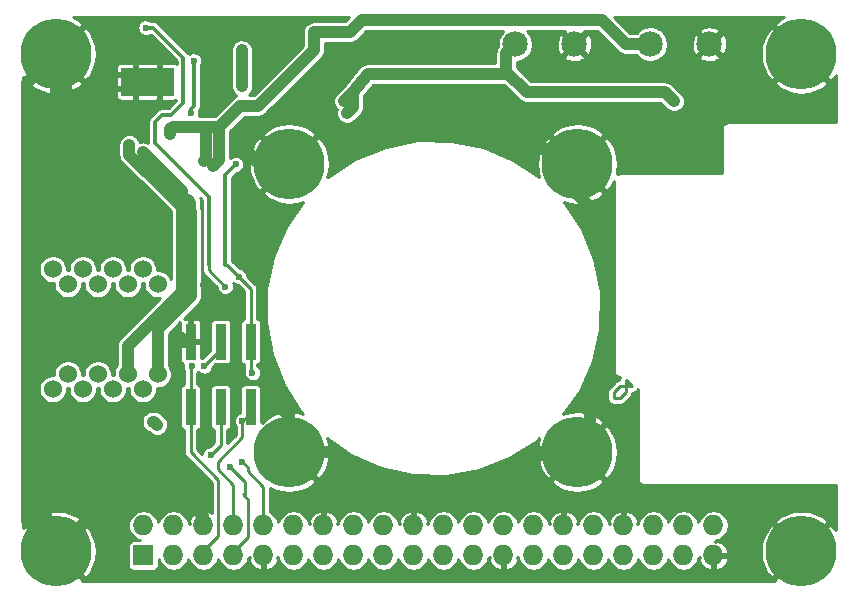
<source format=gbl>
G04 #@! TF.FileFunction,Copper,L2,Bot,Signal*
%FSLAX46Y46*%
G04 Gerber Fmt 4.6, Leading zero omitted, Abs format (unit mm)*
G04 Created by KiCad (PCBNEW 4.0.7-e2-6376~58~ubuntu16.04.1) date Thu Apr 12 02:42:30 2018*
%MOMM*%
%LPD*%
G01*
G04 APERTURE LIST*
%ADD10C,0.100000*%
%ADD11C,2.159000*%
%ADD12R,1.727200X1.727200*%
%ADD13O,1.727200X1.727200*%
%ADD14R,0.965200X3.022600*%
%ADD15C,1.524000*%
%ADD16C,6.000000*%
%ADD17R,2.500000X1.175000*%
%ADD18C,0.600000*%
%ADD19C,0.270000*%
%ADD20C,1.000000*%
%ADD21C,0.300000*%
%ADD22C,0.254000*%
G04 APERTURE END LIST*
D10*
D11*
X77684000Y-36068000D03*
X72684000Y-36068000D03*
X66254000Y-36068000D03*
X61254000Y-36068000D03*
D12*
X29768800Y-79353715D03*
D13*
X29768800Y-76813715D03*
X32308800Y-79353715D03*
X32308800Y-76813715D03*
X34848800Y-79353715D03*
X34848800Y-76813715D03*
X37388800Y-79353715D03*
X37388800Y-76813715D03*
X39928800Y-79353715D03*
X39928800Y-76813715D03*
X42468800Y-79353715D03*
X42468800Y-76813715D03*
X45008800Y-79353715D03*
X45008800Y-76813715D03*
X47548800Y-79353715D03*
X47548800Y-76813715D03*
X50088800Y-79353715D03*
X50088800Y-76813715D03*
X52628800Y-79353715D03*
X52628800Y-76813715D03*
X55168800Y-79353715D03*
X55168800Y-76813715D03*
X57708800Y-79353715D03*
X57708800Y-76813715D03*
X60248800Y-79353715D03*
X60248800Y-76813715D03*
X62788800Y-79353715D03*
X62788800Y-76813715D03*
X65328800Y-79353715D03*
X65328800Y-76813715D03*
X67868800Y-79353715D03*
X67868800Y-76813715D03*
X70408800Y-79353715D03*
X70408800Y-76813715D03*
X72948800Y-79353715D03*
X72948800Y-76813715D03*
X75488800Y-79353715D03*
X75488800Y-76813715D03*
X78028800Y-79353715D03*
X78028800Y-76813715D03*
D14*
X38850000Y-61240000D03*
X36310000Y-61240000D03*
X33770000Y-61240000D03*
X38850000Y-66777200D03*
X36310000Y-66777200D03*
X33770000Y-66777200D03*
D15*
X25908000Y-64008000D03*
X27178000Y-65278000D03*
X28448000Y-64008000D03*
X30988000Y-64008000D03*
X29718000Y-65278000D03*
X23368000Y-64008000D03*
X24638000Y-65278000D03*
X22098000Y-65278000D03*
X27178000Y-55118000D03*
X28448000Y-56388000D03*
X30988000Y-56388000D03*
X29718000Y-55118000D03*
X23368000Y-56388000D03*
X24638000Y-55118000D03*
X22098000Y-55118000D03*
X25908000Y-56388000D03*
D16*
X22352000Y-78994000D03*
X85463837Y-78994000D03*
X85463837Y-36882121D03*
X22352000Y-36882121D03*
X66512000Y-70594000D03*
X42112000Y-46194000D03*
X42112000Y-70594000D03*
X66512000Y-46194000D03*
D17*
X29099000Y-39830500D03*
X31099000Y-39830500D03*
X29099000Y-38655500D03*
X31099000Y-38655500D03*
D18*
X30950000Y-68300000D03*
X28575000Y-44577000D03*
X29718000Y-45212000D03*
X73650000Y-44840000D03*
X35760000Y-38140000D03*
X29000000Y-49930000D03*
X35042002Y-56450000D03*
X38870000Y-52810000D03*
X37670000Y-51250000D03*
X32830000Y-60850000D03*
X21490000Y-60320000D03*
X20760000Y-46880000D03*
X21490000Y-73680000D03*
X26543000Y-45720000D03*
X25908000Y-46355000D03*
X49530000Y-41910000D03*
X55880000Y-36830000D03*
X49530000Y-36830000D03*
X47498000Y-36830000D03*
X55880000Y-42164000D03*
X35687000Y-46355000D03*
X34925000Y-45974000D03*
X32040000Y-43640000D03*
X32670000Y-43060000D03*
X44196000Y-35052000D03*
X46482000Y-35052000D03*
X45212000Y-35052000D03*
X74676000Y-40894000D03*
X46990000Y-41910000D03*
X46736000Y-40894000D03*
X34036000Y-37465000D03*
X33782000Y-41910000D03*
X38990000Y-63890000D03*
X37840000Y-55740000D03*
X37592000Y-46228000D03*
X38100000Y-39624000D03*
X38100000Y-36576000D03*
X38140000Y-67970000D03*
X38130000Y-71400000D03*
X34910000Y-63310000D03*
X37090000Y-71890000D03*
X35460000Y-70850000D03*
X36290000Y-66830000D03*
X33840000Y-63350000D03*
X36700000Y-56590000D03*
X29972000Y-34671000D03*
D19*
X70612000Y-65532000D02*
X70612000Y-64516000D01*
X70612000Y-64516000D02*
X71120000Y-65024000D01*
X71120000Y-65024000D02*
X70104000Y-65024000D01*
X70104000Y-65024000D02*
X69596000Y-65532000D01*
X69596000Y-65532000D02*
X69596000Y-66040000D01*
X69596000Y-66040000D02*
X70104000Y-66040000D01*
X70104000Y-66040000D02*
X70612000Y-65532000D01*
D20*
X30540000Y-68010000D02*
X30660000Y-68010000D01*
X30660000Y-68010000D02*
X30950000Y-68300000D01*
X33718500Y-50228500D02*
X33718500Y-49466500D01*
X33718500Y-49466500D02*
X33528000Y-49276000D01*
X32893000Y-49657000D02*
X33147000Y-49657000D01*
X33147000Y-49657000D02*
X33718500Y-50228500D01*
X33718500Y-50228500D02*
X33782000Y-50292000D01*
X33782000Y-50292000D02*
X33782000Y-57404000D01*
X29972000Y-46863000D02*
X30099000Y-46863000D01*
X30099000Y-46863000D02*
X32893000Y-49657000D01*
X32893000Y-49657000D02*
X33020000Y-49784000D01*
X29972000Y-46863000D02*
X28575000Y-45466000D01*
X28575000Y-45466000D02*
X28575000Y-44577000D01*
X30988000Y-64008000D02*
X30988000Y-60198000D01*
X30988000Y-60198000D02*
X33782000Y-57404000D01*
X29718000Y-45212000D02*
X33020000Y-48514000D01*
X33020000Y-48514000D02*
X33020000Y-49784000D01*
X33020000Y-49784000D02*
X33020000Y-57023000D01*
X33020000Y-57023000D02*
X28448000Y-61595000D01*
X28448000Y-61595000D02*
X28448000Y-64008000D01*
X73650000Y-44840000D02*
X73650000Y-44980000D01*
X35760000Y-38140000D02*
X35740000Y-38120000D01*
X35740000Y-38120000D02*
X35740000Y-38110000D01*
X29000000Y-49930000D02*
X28970000Y-49900000D01*
X35400000Y-56920000D02*
X35400000Y-56807998D01*
X35400000Y-56807998D02*
X35042002Y-56450000D01*
X42112000Y-46194000D02*
X39590000Y-46194000D01*
X39590000Y-46194000D02*
X38608000Y-45212000D01*
X66512000Y-46194000D02*
X66512000Y-48732000D01*
X66512000Y-48732000D02*
X68580000Y-50800000D01*
X42112000Y-70594000D02*
X45702000Y-70594000D01*
X45702000Y-70594000D02*
X46736000Y-71628000D01*
X66512000Y-70594000D02*
X63518000Y-70594000D01*
X63518000Y-70594000D02*
X62484000Y-71628000D01*
X67564000Y-67056000D02*
X67564000Y-69542000D01*
X67564000Y-69542000D02*
X66512000Y-70594000D01*
X42112000Y-70594000D02*
X42112000Y-67512000D01*
X42112000Y-67512000D02*
X41148000Y-66548000D01*
X38870000Y-52810000D02*
X37670000Y-51610000D01*
X37670000Y-51610000D02*
X37670000Y-51250000D01*
X33770000Y-61240000D02*
X33220000Y-61240000D01*
X33220000Y-61240000D02*
X32830000Y-60850000D01*
X21490000Y-60320000D02*
X20540000Y-60320000D01*
X20540000Y-60320000D02*
X20700000Y-60320000D01*
X20700000Y-60320000D02*
X20540000Y-60320000D01*
X20760000Y-46880000D02*
X20540000Y-47100000D01*
X20540000Y-47100000D02*
X20540000Y-60320000D01*
X20540000Y-60320000D02*
X20540000Y-77182000D01*
X20540000Y-77182000D02*
X21490000Y-76232000D01*
X21490000Y-76232000D02*
X21490000Y-73680000D01*
X22352000Y-78994000D02*
X22352000Y-78932000D01*
X22352000Y-78932000D02*
X19870000Y-76450000D01*
X19870000Y-76450000D02*
X19870000Y-39364121D01*
X19870000Y-39364121D02*
X22352000Y-36882121D01*
X26543000Y-45720000D02*
X23241000Y-42418000D01*
X23241000Y-42418000D02*
X23241000Y-37771121D01*
X23241000Y-37771121D02*
X22352000Y-36882121D01*
X25908000Y-46355000D02*
X22352000Y-42799000D01*
X22352000Y-42799000D02*
X22352000Y-36882121D01*
X22352000Y-36882121D02*
X22352000Y-37084000D01*
X34848800Y-76813715D02*
X34848800Y-75996800D01*
X34848800Y-75996800D02*
X33782000Y-74930000D01*
X33782000Y-74930000D02*
X26416000Y-74930000D01*
X26416000Y-74930000D02*
X22352000Y-78994000D01*
X55880000Y-42164000D02*
X49784000Y-42164000D01*
X49784000Y-42164000D02*
X49530000Y-41910000D01*
X49530000Y-36830000D02*
X55880000Y-36830000D01*
X47498000Y-36830000D02*
X49530000Y-36830000D01*
X66512000Y-46194000D02*
X64990000Y-46194000D01*
X64990000Y-46194000D02*
X60960000Y-42164000D01*
X60960000Y-42164000D02*
X55880000Y-42164000D01*
X36195000Y-43053000D02*
X36195000Y-45847000D01*
X36195000Y-45847000D02*
X35687000Y-46355000D01*
X34925000Y-45974000D02*
X35052000Y-45847000D01*
X35052000Y-45847000D02*
X35052000Y-43053000D01*
X32670000Y-43060000D02*
X32289000Y-43060000D01*
X32289000Y-43060000D02*
X32040000Y-43259000D01*
X32040000Y-43259000D02*
X32040000Y-43640000D01*
X32670000Y-43060000D02*
X35052000Y-43053000D01*
X35052000Y-43053000D02*
X36195000Y-43053000D01*
X36195000Y-43053000D02*
X37973000Y-41275000D01*
X37973000Y-41275000D02*
X39497000Y-41275000D01*
X39497000Y-41275000D02*
X44196000Y-36576000D01*
X44196000Y-36576000D02*
X44196000Y-35052000D01*
X72684000Y-36068000D02*
X70612000Y-36068000D01*
X70612000Y-36068000D02*
X68580000Y-34036000D01*
X68580000Y-34036000D02*
X48260000Y-34036000D01*
X48260000Y-34036000D02*
X47244000Y-35052000D01*
X45212000Y-35052000D02*
X44196000Y-35052000D01*
X47244000Y-35052000D02*
X46482000Y-35052000D01*
X47244000Y-35052000D02*
X45212000Y-35052000D01*
X74676000Y-40894000D02*
X73914000Y-40132000D01*
X73914000Y-40132000D02*
X62230000Y-40132000D01*
X62230000Y-40132000D02*
X60492000Y-38394000D01*
X60492000Y-38608000D02*
X60492000Y-38394000D01*
X60492000Y-38394000D02*
X60492000Y-36830000D01*
X60492000Y-36830000D02*
X61254000Y-36068000D01*
X60198000Y-38608000D02*
X60492000Y-38608000D01*
X47498000Y-40132000D02*
X47498000Y-41402000D01*
X47498000Y-41402000D02*
X46990000Y-41910000D01*
X60238000Y-38608000D02*
X60198000Y-38608000D01*
X60198000Y-38608000D02*
X48768000Y-38608000D01*
X48768000Y-38608000D02*
X47498000Y-40132000D01*
X47498000Y-40132000D02*
X46736000Y-40894000D01*
D21*
X34036000Y-37465000D02*
X34036000Y-41275000D01*
X34036000Y-41275000D02*
X33782000Y-41529000D01*
X33782000Y-41529000D02*
X33782000Y-41910000D01*
D19*
X38990000Y-63890000D02*
X38850000Y-63750000D01*
X38850000Y-63750000D02*
X38850000Y-61240000D01*
X36703000Y-54737000D02*
X36837000Y-54737000D01*
X36837000Y-54737000D02*
X37840000Y-55740000D01*
X37840000Y-55740000D02*
X38850000Y-56750000D01*
X38850000Y-56750000D02*
X38850000Y-61240000D01*
D21*
X37592000Y-46228000D02*
X36703000Y-47117000D01*
X36703000Y-47117000D02*
X36703000Y-54737000D01*
D20*
X38100000Y-39624000D02*
X38100000Y-36576000D01*
D19*
X37388800Y-76813715D02*
X37388800Y-73348800D01*
X37388800Y-73348800D02*
X36070000Y-72030000D01*
X36070000Y-72030000D02*
X36070000Y-71420000D01*
X36070000Y-71420000D02*
X38140000Y-69350000D01*
X38140000Y-69350000D02*
X38140000Y-67970000D01*
X38140000Y-67970000D02*
X38850000Y-67260000D01*
X38850000Y-67260000D02*
X38850000Y-66777200D01*
X38130000Y-71400000D02*
X38584768Y-71854768D01*
X38584768Y-71854768D02*
X38584768Y-72174768D01*
X38584768Y-72174768D02*
X39928800Y-73518800D01*
X39928800Y-73518800D02*
X39928800Y-74738800D01*
X39928800Y-74738800D02*
X39928800Y-76813715D01*
X34910000Y-63310000D02*
X36310000Y-61910000D01*
X36310000Y-61910000D02*
X36310000Y-61240000D01*
X38340000Y-74300000D02*
X38340000Y-73140000D01*
X38340000Y-73140000D02*
X37090000Y-71890000D01*
X35460000Y-70850000D02*
X36310000Y-70000000D01*
X36310000Y-70000000D02*
X36310000Y-66777200D01*
X37388800Y-79353715D02*
X37388800Y-79051200D01*
X37388800Y-79051200D02*
X38660000Y-77780000D01*
X38660000Y-77780000D02*
X38660000Y-74620000D01*
X38660000Y-74620000D02*
X38340000Y-74300000D01*
X38340000Y-74300000D02*
X38210000Y-74170000D01*
X36290000Y-66830000D02*
X36310000Y-66810000D01*
X36310000Y-66810000D02*
X36310000Y-66777200D01*
X33770000Y-66777200D02*
X33770000Y-63420000D01*
X33770000Y-63420000D02*
X33840000Y-63350000D01*
X36090000Y-77700000D02*
X36090000Y-77300000D01*
X36090000Y-77300000D02*
X36120000Y-77270000D01*
X36120000Y-77270000D02*
X36120000Y-72960000D01*
X36120000Y-72960000D02*
X33770000Y-70610000D01*
X33770000Y-70610000D02*
X33770000Y-66777200D01*
X33770000Y-64140000D02*
X33770000Y-66777200D01*
X34848800Y-79353715D02*
X34848800Y-78941200D01*
X34848800Y-78941200D02*
X36090000Y-77700000D01*
X36090000Y-77700000D02*
X36120000Y-77670000D01*
X35306000Y-54660000D02*
X35306000Y-55196000D01*
X35306000Y-55196000D02*
X36700000Y-56590000D01*
D21*
X30734000Y-44323000D02*
X30734000Y-44450000D01*
X30734000Y-44450000D02*
X35306000Y-49022000D01*
X35306000Y-49022000D02*
X35306000Y-54660000D01*
X35306000Y-54660000D02*
X35306000Y-54737000D01*
X29972000Y-34671000D02*
X30607000Y-34671000D01*
X30607000Y-34671000D02*
X33147000Y-37211000D01*
X33147000Y-37211000D02*
X33147000Y-41021000D01*
X33147000Y-41021000D02*
X32131000Y-42037000D01*
X32131000Y-42037000D02*
X31369000Y-42037000D01*
X31369000Y-42037000D02*
X30734000Y-42672000D01*
X30734000Y-42672000D02*
X30734000Y-44323000D01*
D22*
G36*
X46860024Y-34125000D02*
X44196000Y-34125000D01*
X44109154Y-34133516D01*
X44022298Y-34141420D01*
X44019179Y-34142338D01*
X44015945Y-34142655D01*
X43932416Y-34167874D01*
X43848740Y-34192501D01*
X43845861Y-34194006D01*
X43842748Y-34194946D01*
X43765729Y-34235898D01*
X43688409Y-34276319D01*
X43685875Y-34278357D01*
X43683006Y-34279882D01*
X43615411Y-34335011D01*
X43547412Y-34389684D01*
X43545323Y-34392173D01*
X43542804Y-34394228D01*
X43487162Y-34461488D01*
X43431120Y-34528276D01*
X43429556Y-34531121D01*
X43427482Y-34533628D01*
X43385955Y-34610431D01*
X43343962Y-34686816D01*
X43342980Y-34689912D01*
X43341433Y-34692773D01*
X43315638Y-34776104D01*
X43289257Y-34859266D01*
X43288894Y-34862498D01*
X43287934Y-34865601D01*
X43278824Y-34952274D01*
X43269090Y-35039057D01*
X43269047Y-35045304D01*
X43269023Y-35045528D01*
X43269043Y-35045753D01*
X43269000Y-35052000D01*
X43269000Y-36192024D01*
X39113024Y-40348000D01*
X38671869Y-40348000D01*
X38748588Y-40286316D01*
X38864880Y-40147724D01*
X38952038Y-39989184D01*
X39006743Y-39816734D01*
X39026910Y-39636943D01*
X39027000Y-39624000D01*
X39027000Y-36576000D01*
X39009345Y-36395945D01*
X38957054Y-36222748D01*
X38872118Y-36063006D01*
X38757772Y-35922804D01*
X38618372Y-35807482D01*
X38459227Y-35721433D01*
X38286399Y-35667934D01*
X38106472Y-35649023D01*
X37926298Y-35665420D01*
X37752740Y-35716501D01*
X37592409Y-35800319D01*
X37451412Y-35913684D01*
X37335120Y-36052276D01*
X37247962Y-36210816D01*
X37193257Y-36383266D01*
X37173090Y-36563057D01*
X37173000Y-36576000D01*
X37173000Y-39624000D01*
X37190655Y-39804055D01*
X37242946Y-39977252D01*
X37327882Y-40136994D01*
X37442228Y-40277196D01*
X37581628Y-40392518D01*
X37625250Y-40416104D01*
X37624415Y-40416537D01*
X37619748Y-40417946D01*
X37544148Y-40458143D01*
X37468120Y-40497552D01*
X37464310Y-40500594D01*
X37460006Y-40502882D01*
X37393675Y-40556981D01*
X37326728Y-40610423D01*
X37319942Y-40617115D01*
X37319804Y-40617228D01*
X37319698Y-40617356D01*
X37317512Y-40619512D01*
X35811024Y-42126000D01*
X35052000Y-42126000D01*
X35051854Y-42126014D01*
X35049276Y-42126004D01*
X34478103Y-42127683D01*
X34506758Y-42001558D01*
X34509032Y-41838714D01*
X34481339Y-41698857D01*
X34464511Y-41658030D01*
X34477831Y-41641814D01*
X34512090Y-41600986D01*
X34513550Y-41598330D01*
X34515478Y-41595983D01*
X34540675Y-41548991D01*
X34566341Y-41502304D01*
X34567259Y-41499411D01*
X34568692Y-41496738D01*
X34584285Y-41445739D01*
X34600391Y-41394965D01*
X34600729Y-41391954D01*
X34601617Y-41389049D01*
X34607003Y-41336018D01*
X34612944Y-41283056D01*
X34612985Y-41277120D01*
X34612996Y-41277014D01*
X34612987Y-41276915D01*
X34613000Y-41275000D01*
X34613000Y-37908312D01*
X34671182Y-37825833D01*
X34729171Y-37695587D01*
X34760758Y-37556558D01*
X34763032Y-37393714D01*
X34735339Y-37253857D01*
X34681009Y-37122043D01*
X34602111Y-37003291D01*
X34501650Y-36902126D01*
X34383452Y-36822401D01*
X34252020Y-36767152D01*
X34112360Y-36738484D01*
X33969791Y-36737489D01*
X33829744Y-36764204D01*
X33697554Y-36817612D01*
X33612546Y-36873240D01*
X33593891Y-36850368D01*
X33560657Y-36808735D01*
X33556492Y-36804512D01*
X33556422Y-36804426D01*
X33556342Y-36804360D01*
X33555000Y-36802999D01*
X31015001Y-34262999D01*
X30973785Y-34229144D01*
X30932986Y-34194910D01*
X30930330Y-34193450D01*
X30927983Y-34191522D01*
X30880956Y-34166306D01*
X30834304Y-34140659D01*
X30831416Y-34139743D01*
X30828738Y-34138307D01*
X30777693Y-34122701D01*
X30726965Y-34106609D01*
X30723955Y-34106271D01*
X30721049Y-34105383D01*
X30668018Y-34099997D01*
X30615056Y-34094056D01*
X30609120Y-34094015D01*
X30609014Y-34094004D01*
X30608915Y-34094013D01*
X30607000Y-34094000D01*
X30416707Y-34094000D01*
X30319452Y-34028401D01*
X30188020Y-33973152D01*
X30048360Y-33944484D01*
X29905791Y-33943489D01*
X29765744Y-33970204D01*
X29633554Y-34023612D01*
X29514255Y-34101680D01*
X29412391Y-34201432D01*
X29331842Y-34319070D01*
X29275677Y-34450113D01*
X29246035Y-34589570D01*
X29244044Y-34732128D01*
X29269781Y-34872358D01*
X29322265Y-35004918D01*
X29399498Y-35124760D01*
X29498537Y-35227317D01*
X29615610Y-35308685D01*
X29746258Y-35365764D01*
X29885504Y-35396379D01*
X30028045Y-35399365D01*
X30168451Y-35374608D01*
X30301374Y-35323050D01*
X30388045Y-35268047D01*
X32570000Y-37450001D01*
X32570000Y-37702119D01*
X32551260Y-37689597D01*
X32473551Y-37657409D01*
X32391056Y-37641000D01*
X31332750Y-37641000D01*
X31226000Y-37747750D01*
X31226000Y-38528500D01*
X31246000Y-38528500D01*
X31246000Y-38782500D01*
X31226000Y-38782500D01*
X31226000Y-39703500D01*
X31246000Y-39703500D01*
X31246000Y-39957500D01*
X31226000Y-39957500D01*
X31226000Y-40738250D01*
X31332750Y-40845000D01*
X32391056Y-40845000D01*
X32473551Y-40828591D01*
X32551260Y-40796403D01*
X32564324Y-40787674D01*
X31891998Y-41460000D01*
X31369000Y-41460000D01*
X31315999Y-41465197D01*
X31262861Y-41469846D01*
X31259946Y-41470693D01*
X31256927Y-41470989D01*
X31205893Y-41486397D01*
X31154721Y-41501264D01*
X31152029Y-41502659D01*
X31149122Y-41503537D01*
X31102012Y-41528586D01*
X31054744Y-41553087D01*
X31052376Y-41554978D01*
X31049693Y-41556404D01*
X31008379Y-41590099D01*
X30966736Y-41623342D01*
X30962512Y-41627508D01*
X30962426Y-41627578D01*
X30962360Y-41627658D01*
X30961000Y-41628999D01*
X30325999Y-42263999D01*
X30292144Y-42305215D01*
X30257910Y-42346014D01*
X30256450Y-42348670D01*
X30254522Y-42351017D01*
X30229306Y-42398044D01*
X30203659Y-42444696D01*
X30202743Y-42447584D01*
X30201307Y-42450262D01*
X30185701Y-42501307D01*
X30169609Y-42552035D01*
X30169271Y-42555045D01*
X30168383Y-42557951D01*
X30162997Y-42610982D01*
X30157056Y-42663944D01*
X30157015Y-42669880D01*
X30157004Y-42669986D01*
X30157013Y-42670085D01*
X30157000Y-42672000D01*
X30157000Y-44400559D01*
X30074242Y-44356184D01*
X29901228Y-44303289D01*
X29721236Y-44285006D01*
X29541120Y-44302031D01*
X29462743Y-44325396D01*
X29432054Y-44223748D01*
X29347118Y-44064006D01*
X29232772Y-43923804D01*
X29093372Y-43808482D01*
X28934227Y-43722433D01*
X28761399Y-43668934D01*
X28581472Y-43650023D01*
X28401298Y-43666420D01*
X28227740Y-43717501D01*
X28067409Y-43801319D01*
X27926412Y-43914684D01*
X27810120Y-44053276D01*
X27722962Y-44211816D01*
X27668257Y-44384266D01*
X27648090Y-44564057D01*
X27648000Y-44577000D01*
X27648000Y-45466000D01*
X27656355Y-45551209D01*
X27663819Y-45636523D01*
X27665180Y-45641206D01*
X27665655Y-45646055D01*
X27690400Y-45728014D01*
X27714294Y-45810258D01*
X27716537Y-45814585D01*
X27717946Y-45819252D01*
X27758132Y-45894832D01*
X27797552Y-45970881D01*
X27800595Y-45974693D01*
X27802882Y-45978994D01*
X27856988Y-46045334D01*
X27910424Y-46112272D01*
X27917114Y-46119056D01*
X27917228Y-46119196D01*
X27917357Y-46119303D01*
X27919512Y-46121488D01*
X29316512Y-47518488D01*
X29382682Y-47572841D01*
X29448276Y-47627880D01*
X29452548Y-47630228D01*
X29456314Y-47633322D01*
X29531765Y-47673778D01*
X29606816Y-47715038D01*
X29611463Y-47716512D01*
X29615758Y-47718815D01*
X29656205Y-47731181D01*
X32093000Y-50167976D01*
X32093000Y-55948639D01*
X32042904Y-55827097D01*
X31913867Y-55632881D01*
X31749564Y-55467427D01*
X31556253Y-55337037D01*
X31341298Y-55246678D01*
X31112886Y-55199792D01*
X30904301Y-55198336D01*
X30907051Y-55001413D01*
X30861760Y-54772678D01*
X30772904Y-54557097D01*
X30643867Y-54362881D01*
X30479564Y-54197427D01*
X30286253Y-54067037D01*
X30071298Y-53976678D01*
X29842886Y-53929792D01*
X29609716Y-53928164D01*
X29380672Y-53971857D01*
X29164476Y-54059206D01*
X28969363Y-54186884D01*
X28802766Y-54350028D01*
X28671030Y-54542423D01*
X28579173Y-54756743D01*
X28530693Y-54984822D01*
X28527695Y-55199476D01*
X28364301Y-55198336D01*
X28367051Y-55001413D01*
X28321760Y-54772678D01*
X28232904Y-54557097D01*
X28103867Y-54362881D01*
X27939564Y-54197427D01*
X27746253Y-54067037D01*
X27531298Y-53976678D01*
X27302886Y-53929792D01*
X27069716Y-53928164D01*
X26840672Y-53971857D01*
X26624476Y-54059206D01*
X26429363Y-54186884D01*
X26262766Y-54350028D01*
X26131030Y-54542423D01*
X26039173Y-54756743D01*
X25990693Y-54984822D01*
X25987695Y-55199476D01*
X25824301Y-55198336D01*
X25827051Y-55001413D01*
X25781760Y-54772678D01*
X25692904Y-54557097D01*
X25563867Y-54362881D01*
X25399564Y-54197427D01*
X25206253Y-54067037D01*
X24991298Y-53976678D01*
X24762886Y-53929792D01*
X24529716Y-53928164D01*
X24300672Y-53971857D01*
X24084476Y-54059206D01*
X23889363Y-54186884D01*
X23722766Y-54350028D01*
X23591030Y-54542423D01*
X23499173Y-54756743D01*
X23450693Y-54984822D01*
X23447695Y-55199476D01*
X23284301Y-55198336D01*
X23287051Y-55001413D01*
X23241760Y-54772678D01*
X23152904Y-54557097D01*
X23023867Y-54362881D01*
X22859564Y-54197427D01*
X22666253Y-54067037D01*
X22451298Y-53976678D01*
X22222886Y-53929792D01*
X21989716Y-53928164D01*
X21760672Y-53971857D01*
X21544476Y-54059206D01*
X21349363Y-54186884D01*
X21182766Y-54350028D01*
X21051030Y-54542423D01*
X20959173Y-54756743D01*
X20910693Y-54984822D01*
X20907437Y-55217974D01*
X20949530Y-55447319D01*
X21035367Y-55664119D01*
X21161680Y-55860118D01*
X21323657Y-56027850D01*
X21515128Y-56160926D01*
X21728801Y-56254278D01*
X21956537Y-56304349D01*
X22179936Y-56309028D01*
X22177437Y-56487974D01*
X22219530Y-56717319D01*
X22305367Y-56934119D01*
X22431680Y-57130118D01*
X22593657Y-57297850D01*
X22785128Y-57430926D01*
X22998801Y-57524278D01*
X23226537Y-57574349D01*
X23459660Y-57579232D01*
X23689293Y-57538741D01*
X23906687Y-57454420D01*
X24103563Y-57329478D01*
X24272422Y-57168676D01*
X24406832Y-56978139D01*
X24501672Y-56765123D01*
X24553332Y-56537742D01*
X24556574Y-56305607D01*
X24719936Y-56309028D01*
X24717437Y-56487974D01*
X24759530Y-56717319D01*
X24845367Y-56934119D01*
X24971680Y-57130118D01*
X25133657Y-57297850D01*
X25325128Y-57430926D01*
X25538801Y-57524278D01*
X25766537Y-57574349D01*
X25999660Y-57579232D01*
X26229293Y-57538741D01*
X26446687Y-57454420D01*
X26643563Y-57329478D01*
X26812422Y-57168676D01*
X26946832Y-56978139D01*
X27041672Y-56765123D01*
X27093332Y-56537742D01*
X27096574Y-56305607D01*
X27259936Y-56309028D01*
X27257437Y-56487974D01*
X27299530Y-56717319D01*
X27385367Y-56934119D01*
X27511680Y-57130118D01*
X27673657Y-57297850D01*
X27865128Y-57430926D01*
X28078801Y-57524278D01*
X28306537Y-57574349D01*
X28539660Y-57579232D01*
X28769293Y-57538741D01*
X28986687Y-57454420D01*
X29183563Y-57329478D01*
X29352422Y-57168676D01*
X29486832Y-56978139D01*
X29581672Y-56765123D01*
X29633332Y-56537742D01*
X29636574Y-56305607D01*
X29799936Y-56309028D01*
X29797437Y-56487974D01*
X29839530Y-56717319D01*
X29925367Y-56934119D01*
X30051680Y-57130118D01*
X30213657Y-57297850D01*
X30405128Y-57430926D01*
X30618801Y-57524278D01*
X30846537Y-57574349D01*
X31079660Y-57579232D01*
X31168448Y-57563576D01*
X27792512Y-60939512D01*
X27738159Y-61005682D01*
X27683120Y-61071276D01*
X27680772Y-61075548D01*
X27677678Y-61079314D01*
X27637202Y-61154800D01*
X27595962Y-61229816D01*
X27594489Y-61234459D01*
X27592184Y-61238758D01*
X27567148Y-61320649D01*
X27541257Y-61402266D01*
X27540713Y-61407113D01*
X27539289Y-61411772D01*
X27530642Y-61496901D01*
X27521090Y-61582057D01*
X27521024Y-61591590D01*
X27521006Y-61591764D01*
X27521021Y-61591927D01*
X27521000Y-61595000D01*
X27521000Y-63257212D01*
X27401030Y-63432423D01*
X27309173Y-63646743D01*
X27260693Y-63874822D01*
X27257695Y-64089476D01*
X27094301Y-64088336D01*
X27097051Y-63891413D01*
X27051760Y-63662678D01*
X26962904Y-63447097D01*
X26833867Y-63252881D01*
X26669564Y-63087427D01*
X26476253Y-62957037D01*
X26261298Y-62866678D01*
X26032886Y-62819792D01*
X25799716Y-62818164D01*
X25570672Y-62861857D01*
X25354476Y-62949206D01*
X25159363Y-63076884D01*
X24992766Y-63240028D01*
X24861030Y-63432423D01*
X24769173Y-63646743D01*
X24720693Y-63874822D01*
X24717695Y-64089476D01*
X24554301Y-64088336D01*
X24557051Y-63891413D01*
X24511760Y-63662678D01*
X24422904Y-63447097D01*
X24293867Y-63252881D01*
X24129564Y-63087427D01*
X23936253Y-62957037D01*
X23721298Y-62866678D01*
X23492886Y-62819792D01*
X23259716Y-62818164D01*
X23030672Y-62861857D01*
X22814476Y-62949206D01*
X22619363Y-63076884D01*
X22452766Y-63240028D01*
X22321030Y-63432423D01*
X22229173Y-63646743D01*
X22180693Y-63874822D01*
X22177695Y-64089476D01*
X21989716Y-64088164D01*
X21760672Y-64131857D01*
X21544476Y-64219206D01*
X21349363Y-64346884D01*
X21182766Y-64510028D01*
X21051030Y-64702423D01*
X20959173Y-64916743D01*
X20910693Y-65144822D01*
X20907437Y-65377974D01*
X20949530Y-65607319D01*
X21035367Y-65824119D01*
X21161680Y-66020118D01*
X21323657Y-66187850D01*
X21515128Y-66320926D01*
X21728801Y-66414278D01*
X21956537Y-66464349D01*
X22189660Y-66469232D01*
X22419293Y-66428741D01*
X22636687Y-66344420D01*
X22833563Y-66219478D01*
X23002422Y-66058676D01*
X23136832Y-65868139D01*
X23231672Y-65655123D01*
X23283332Y-65427742D01*
X23286574Y-65195607D01*
X23449936Y-65199028D01*
X23447437Y-65377974D01*
X23489530Y-65607319D01*
X23575367Y-65824119D01*
X23701680Y-66020118D01*
X23863657Y-66187850D01*
X24055128Y-66320926D01*
X24268801Y-66414278D01*
X24496537Y-66464349D01*
X24729660Y-66469232D01*
X24959293Y-66428741D01*
X25176687Y-66344420D01*
X25373563Y-66219478D01*
X25542422Y-66058676D01*
X25676832Y-65868139D01*
X25771672Y-65655123D01*
X25823332Y-65427742D01*
X25826574Y-65195607D01*
X25989936Y-65199028D01*
X25987437Y-65377974D01*
X26029530Y-65607319D01*
X26115367Y-65824119D01*
X26241680Y-66020118D01*
X26403657Y-66187850D01*
X26595128Y-66320926D01*
X26808801Y-66414278D01*
X27036537Y-66464349D01*
X27269660Y-66469232D01*
X27499293Y-66428741D01*
X27716687Y-66344420D01*
X27913563Y-66219478D01*
X28082422Y-66058676D01*
X28216832Y-65868139D01*
X28311672Y-65655123D01*
X28363332Y-65427742D01*
X28366574Y-65195607D01*
X28529936Y-65199028D01*
X28527437Y-65377974D01*
X28569530Y-65607319D01*
X28655367Y-65824119D01*
X28781680Y-66020118D01*
X28943657Y-66187850D01*
X29135128Y-66320926D01*
X29348801Y-66414278D01*
X29576537Y-66464349D01*
X29809660Y-66469232D01*
X30039293Y-66428741D01*
X30256687Y-66344420D01*
X30453563Y-66219478D01*
X30622422Y-66058676D01*
X30756832Y-65868139D01*
X30851672Y-65655123D01*
X30903332Y-65427742D01*
X30906574Y-65195607D01*
X31079660Y-65199232D01*
X31309293Y-65158741D01*
X31526687Y-65074420D01*
X31723563Y-64949478D01*
X31892422Y-64788676D01*
X32026832Y-64598139D01*
X32121672Y-64385123D01*
X32173332Y-64157742D01*
X32177051Y-63891413D01*
X32131760Y-63662678D01*
X32042904Y-63447097D01*
X31915000Y-63254586D01*
X31915000Y-60581976D01*
X32872832Y-59624144D01*
X32860400Y-59686644D01*
X32860400Y-61006250D01*
X32967150Y-61113000D01*
X33643000Y-61113000D01*
X33643000Y-59408450D01*
X33897000Y-59408450D01*
X33897000Y-61113000D01*
X34572850Y-61113000D01*
X34679600Y-61006250D01*
X34679600Y-59686644D01*
X34663191Y-59604149D01*
X34631003Y-59526440D01*
X34584273Y-59456503D01*
X34524797Y-59397028D01*
X34454861Y-59350298D01*
X34377151Y-59318109D01*
X34294656Y-59301700D01*
X34003750Y-59301700D01*
X33897000Y-59408450D01*
X33643000Y-59408450D01*
X33536250Y-59301700D01*
X33245344Y-59301700D01*
X33182844Y-59314132D01*
X34437488Y-58059488D01*
X34491841Y-57993318D01*
X34546880Y-57927724D01*
X34549228Y-57923452D01*
X34552322Y-57919686D01*
X34592798Y-57844200D01*
X34634038Y-57769184D01*
X34635511Y-57764541D01*
X34637816Y-57760242D01*
X34662865Y-57678309D01*
X34688743Y-57596734D01*
X34689286Y-57591892D01*
X34690712Y-57587228D01*
X34699369Y-57502005D01*
X34708910Y-57416943D01*
X34708976Y-57407421D01*
X34708995Y-57407236D01*
X34708979Y-57407064D01*
X34709000Y-57404000D01*
X34709000Y-50292000D01*
X34700645Y-50206791D01*
X34693181Y-50121477D01*
X34691820Y-50116794D01*
X34691345Y-50111945D01*
X34666596Y-50029973D01*
X34645500Y-49957360D01*
X34645500Y-49466500D01*
X34637145Y-49381291D01*
X34629681Y-49295977D01*
X34628320Y-49291294D01*
X34627845Y-49286445D01*
X34603100Y-49204486D01*
X34579206Y-49122242D01*
X34576963Y-49117915D01*
X34575554Y-49113248D01*
X34569090Y-49101091D01*
X34729000Y-49261001D01*
X34729000Y-54737000D01*
X34739989Y-54849073D01*
X34744000Y-54862358D01*
X34744000Y-55196000D01*
X34749066Y-55247670D01*
X34753591Y-55299381D01*
X34754414Y-55302215D01*
X34754703Y-55305160D01*
X34769721Y-55354903D01*
X34784191Y-55404709D01*
X34785550Y-55407332D01*
X34786405Y-55410162D01*
X34810785Y-55456014D01*
X34834667Y-55502087D01*
X34836510Y-55504396D01*
X34837898Y-55507006D01*
X34870721Y-55547251D01*
X34903096Y-55587806D01*
X34907152Y-55591920D01*
X34907221Y-55592004D01*
X34907299Y-55592069D01*
X34908606Y-55593394D01*
X35973326Y-56658114D01*
X35997781Y-56791358D01*
X36050265Y-56923918D01*
X36127498Y-57043760D01*
X36226537Y-57146317D01*
X36343610Y-57227685D01*
X36474258Y-57284764D01*
X36613504Y-57315379D01*
X36756045Y-57318365D01*
X36896451Y-57293608D01*
X37029374Y-57242050D01*
X37149752Y-57165656D01*
X37252999Y-57067336D01*
X37335182Y-56950833D01*
X37393171Y-56820587D01*
X37424758Y-56681558D01*
X37427032Y-56518714D01*
X37399339Y-56378857D01*
X37364411Y-56294115D01*
X37366537Y-56296317D01*
X37483610Y-56377685D01*
X37614258Y-56434764D01*
X37753504Y-56465379D01*
X37770957Y-56465745D01*
X38288000Y-56982788D01*
X38288000Y-59308587D01*
X38184070Y-59340773D01*
X38083254Y-59407206D01*
X38004937Y-59499095D01*
X37955321Y-59609165D01*
X37938334Y-59728700D01*
X37938334Y-62751300D01*
X37943756Y-62819298D01*
X37979473Y-62934630D01*
X38045906Y-63035446D01*
X38137795Y-63113763D01*
X38247865Y-63163379D01*
X38288000Y-63169083D01*
X38288000Y-63695822D01*
X38264035Y-63808570D01*
X38262044Y-63951128D01*
X38287781Y-64091358D01*
X38340265Y-64223918D01*
X38417498Y-64343760D01*
X38516537Y-64446317D01*
X38633610Y-64527685D01*
X38764258Y-64584764D01*
X38903504Y-64615379D01*
X39046045Y-64618365D01*
X39186451Y-64593608D01*
X39319374Y-64542050D01*
X39439752Y-64465656D01*
X39542999Y-64367336D01*
X39625182Y-64250833D01*
X39683171Y-64120587D01*
X39714758Y-63981558D01*
X39717032Y-63818714D01*
X39689339Y-63678857D01*
X39635009Y-63547043D01*
X39556111Y-63428291D01*
X39455650Y-63327126D01*
X39412000Y-63297684D01*
X39412000Y-63171413D01*
X39515930Y-63139227D01*
X39616746Y-63072794D01*
X39695063Y-62980905D01*
X39744679Y-62870835D01*
X39761666Y-62751300D01*
X39761666Y-59728700D01*
X39756244Y-59660702D01*
X39720527Y-59545370D01*
X39654094Y-59444554D01*
X39562205Y-59366237D01*
X39452135Y-59316621D01*
X39412000Y-59310917D01*
X39412000Y-56750000D01*
X39406939Y-56698380D01*
X39402410Y-56646619D01*
X39401585Y-56643780D01*
X39401297Y-56640840D01*
X39386291Y-56591139D01*
X39371809Y-56541291D01*
X39370450Y-56538668D01*
X39369595Y-56535838D01*
X39345215Y-56489986D01*
X39321333Y-56443913D01*
X39319490Y-56441604D01*
X39318102Y-56438994D01*
X39285279Y-56398749D01*
X39252904Y-56358194D01*
X39248848Y-56354080D01*
X39248779Y-56353996D01*
X39248701Y-56353931D01*
X39247394Y-56352606D01*
X38566983Y-55672195D01*
X38567032Y-55668714D01*
X38539339Y-55528857D01*
X38485009Y-55397043D01*
X38406111Y-55278291D01*
X38305650Y-55177126D01*
X38187452Y-55097401D01*
X38056020Y-55042152D01*
X37916360Y-55013484D01*
X37908215Y-55013427D01*
X37280000Y-54385212D01*
X37280000Y-47356002D01*
X37686400Y-46949602D01*
X37788451Y-46931608D01*
X37921374Y-46880050D01*
X38041752Y-46803656D01*
X38144999Y-46705336D01*
X38227182Y-46588833D01*
X38285171Y-46458587D01*
X38316758Y-46319558D01*
X38318625Y-46185801D01*
X38668429Y-46185801D01*
X38732996Y-46857766D01*
X38927417Y-47504223D01*
X39244220Y-48100329D01*
X39253331Y-48113964D01*
X39664411Y-48461984D01*
X41932395Y-46194000D01*
X39664411Y-43926016D01*
X39253331Y-44274036D01*
X38933693Y-44868627D01*
X38736196Y-45514151D01*
X38668429Y-46185801D01*
X38318625Y-46185801D01*
X38319032Y-46156714D01*
X38291339Y-46016857D01*
X38237009Y-45885043D01*
X38158111Y-45766291D01*
X38057650Y-45665126D01*
X37939452Y-45585401D01*
X37808020Y-45530152D01*
X37668360Y-45501484D01*
X37525791Y-45500489D01*
X37385744Y-45527204D01*
X37253554Y-45580612D01*
X37134255Y-45658680D01*
X37122000Y-45670681D01*
X37122000Y-43746411D01*
X39844016Y-43746411D01*
X42112000Y-46014395D01*
X44379984Y-43746411D01*
X64244016Y-43746411D01*
X66512000Y-46014395D01*
X68779984Y-43746411D01*
X68431964Y-43335331D01*
X67837373Y-43015693D01*
X67191849Y-42818196D01*
X66520199Y-42750429D01*
X65848234Y-42814996D01*
X65201777Y-43009417D01*
X64605671Y-43326220D01*
X64592036Y-43335331D01*
X64244016Y-43746411D01*
X44379984Y-43746411D01*
X44031964Y-43335331D01*
X43437373Y-43015693D01*
X42791849Y-42818196D01*
X42120199Y-42750429D01*
X41448234Y-42814996D01*
X40801777Y-43009417D01*
X40205671Y-43326220D01*
X40192036Y-43335331D01*
X39844016Y-43746411D01*
X37122000Y-43746411D01*
X37122000Y-43436976D01*
X38356976Y-42202000D01*
X39497000Y-42202000D01*
X39582209Y-42193645D01*
X39667523Y-42186181D01*
X39672206Y-42184820D01*
X39677055Y-42184345D01*
X39759014Y-42159600D01*
X39841258Y-42135706D01*
X39845585Y-42133463D01*
X39850252Y-42132054D01*
X39925832Y-42091868D01*
X40001881Y-42052448D01*
X40005693Y-42049405D01*
X40009994Y-42047118D01*
X40076334Y-41993012D01*
X40143272Y-41939576D01*
X40150056Y-41932886D01*
X40150196Y-41932772D01*
X40150303Y-41932643D01*
X40152488Y-41930488D01*
X44851488Y-37231488D01*
X44905841Y-37165318D01*
X44960880Y-37099724D01*
X44963228Y-37095452D01*
X44966322Y-37091686D01*
X45006787Y-37016219D01*
X45048038Y-36941184D01*
X45049512Y-36936539D01*
X45051816Y-36932241D01*
X45076861Y-36850323D01*
X45102743Y-36768734D01*
X45103286Y-36763892D01*
X45104712Y-36759228D01*
X45113368Y-36674009D01*
X45122910Y-36588943D01*
X45122976Y-36579420D01*
X45122995Y-36579235D01*
X45122979Y-36579063D01*
X45123000Y-36576000D01*
X45123000Y-35979000D01*
X47244000Y-35979000D01*
X47329209Y-35970645D01*
X47414523Y-35963181D01*
X47419206Y-35961820D01*
X47424055Y-35961345D01*
X47506014Y-35936600D01*
X47588258Y-35912706D01*
X47592585Y-35910463D01*
X47597252Y-35909054D01*
X47672832Y-35868868D01*
X47748881Y-35829448D01*
X47752693Y-35826405D01*
X47756994Y-35824118D01*
X47823334Y-35770012D01*
X47890272Y-35716576D01*
X47897056Y-35709886D01*
X47897196Y-35709772D01*
X47897303Y-35709643D01*
X47899488Y-35707488D01*
X48643976Y-34963000D01*
X60229118Y-34963000D01*
X60094370Y-35094955D01*
X59927457Y-35338727D01*
X59811070Y-35610276D01*
X59749645Y-35899260D01*
X59745520Y-36194671D01*
X59759025Y-36268253D01*
X59727120Y-36306276D01*
X59724772Y-36310548D01*
X59721678Y-36314314D01*
X59681202Y-36389800D01*
X59639962Y-36464816D01*
X59638489Y-36469459D01*
X59636184Y-36473758D01*
X59611148Y-36555649D01*
X59585257Y-36637266D01*
X59584713Y-36642113D01*
X59583289Y-36646772D01*
X59574642Y-36731901D01*
X59565090Y-36817057D01*
X59565024Y-36826590D01*
X59565006Y-36826764D01*
X59565021Y-36826927D01*
X59565000Y-36830000D01*
X59565000Y-37681000D01*
X48768000Y-37681000D01*
X48730957Y-37684632D01*
X48693745Y-37683979D01*
X48641139Y-37693439D01*
X48587945Y-37698655D01*
X48552314Y-37709413D01*
X48515683Y-37716000D01*
X48465921Y-37735496D01*
X48414748Y-37750946D01*
X48381881Y-37768422D01*
X48347231Y-37781997D01*
X48302204Y-37810786D01*
X48255006Y-37835882D01*
X48226163Y-37859406D01*
X48194806Y-37879455D01*
X48156224Y-37916447D01*
X48114804Y-37950228D01*
X48091080Y-37978906D01*
X48064214Y-38004664D01*
X48055859Y-38014549D01*
X46812779Y-39506245D01*
X46080512Y-40238512D01*
X45965678Y-40378314D01*
X45880184Y-40537758D01*
X45827289Y-40710772D01*
X45809006Y-40890764D01*
X45826031Y-41070880D01*
X45877718Y-41244258D01*
X45962096Y-41404296D01*
X46075952Y-41544895D01*
X46124522Y-41585362D01*
X46081289Y-41726772D01*
X46063006Y-41906764D01*
X46080031Y-42086880D01*
X46131718Y-42260258D01*
X46216096Y-42420296D01*
X46329952Y-42560895D01*
X46468949Y-42676703D01*
X46627792Y-42763307D01*
X46800432Y-42817410D01*
X46980293Y-42836949D01*
X47160523Y-42821181D01*
X47334258Y-42770706D01*
X47494881Y-42687448D01*
X47636272Y-42574576D01*
X47645488Y-42565488D01*
X48153488Y-42057488D01*
X48207841Y-41991318D01*
X48262880Y-41925724D01*
X48265228Y-41921452D01*
X48268322Y-41917686D01*
X48308778Y-41842235D01*
X48350038Y-41767184D01*
X48351512Y-41762537D01*
X48353815Y-41758242D01*
X48378842Y-41676384D01*
X48404743Y-41594734D01*
X48405287Y-41589888D01*
X48406711Y-41585229D01*
X48415359Y-41500094D01*
X48424910Y-41414943D01*
X48424976Y-41405410D01*
X48424994Y-41405236D01*
X48424979Y-41405073D01*
X48425000Y-41402000D01*
X48425000Y-40467620D01*
X49202184Y-39535000D01*
X60322024Y-39535000D01*
X61574512Y-40787488D01*
X61640682Y-40841841D01*
X61706276Y-40896880D01*
X61710548Y-40899228D01*
X61714314Y-40902322D01*
X61789765Y-40942778D01*
X61864816Y-40984038D01*
X61869463Y-40985512D01*
X61873758Y-40987815D01*
X61955604Y-41012838D01*
X62037266Y-41038743D01*
X62042113Y-41039287D01*
X62046772Y-41040711D01*
X62131901Y-41049358D01*
X62217057Y-41058910D01*
X62226590Y-41058976D01*
X62226764Y-41058994D01*
X62226927Y-41058979D01*
X62230000Y-41059000D01*
X73530024Y-41059000D01*
X74020512Y-41549488D01*
X74160314Y-41664322D01*
X74319758Y-41749816D01*
X74492772Y-41802712D01*
X74672764Y-41820995D01*
X74852880Y-41803969D01*
X75026258Y-41752282D01*
X75186296Y-41667904D01*
X75326896Y-41554048D01*
X75442703Y-41415052D01*
X75529308Y-41256208D01*
X75583411Y-41083568D01*
X75602949Y-40903707D01*
X75587181Y-40723477D01*
X75536706Y-40549742D01*
X75453448Y-40389120D01*
X75340577Y-40247728D01*
X75331488Y-40238512D01*
X74569488Y-39476512D01*
X74503318Y-39422159D01*
X74437724Y-39367120D01*
X74433452Y-39364772D01*
X74429686Y-39361678D01*
X74370068Y-39329710D01*
X83195853Y-39329710D01*
X83543873Y-39740790D01*
X84138464Y-40060428D01*
X84783988Y-40257925D01*
X85455638Y-40325692D01*
X86127603Y-40261125D01*
X86774060Y-40066704D01*
X87370166Y-39749901D01*
X87383801Y-39740790D01*
X87731821Y-39329710D01*
X85463837Y-37061726D01*
X83195853Y-39329710D01*
X74370068Y-39329710D01*
X74354200Y-39321202D01*
X74279184Y-39279962D01*
X74274541Y-39278489D01*
X74270242Y-39276184D01*
X74188351Y-39251148D01*
X74106734Y-39225257D01*
X74101887Y-39224713D01*
X74097228Y-39223289D01*
X74012099Y-39214642D01*
X73926943Y-39205090D01*
X73917410Y-39205024D01*
X73917236Y-39205006D01*
X73917073Y-39205021D01*
X73914000Y-39205000D01*
X62613976Y-39205000D01*
X61419000Y-38010024D01*
X61419000Y-37568711D01*
X61661088Y-37526025D01*
X61936533Y-37419187D01*
X62185982Y-37260882D01*
X62303818Y-37148668D01*
X65352937Y-37148668D01*
X65470099Y-37363012D01*
X65737806Y-37491060D01*
X66025349Y-37564421D01*
X66321680Y-37580275D01*
X66615410Y-37538013D01*
X66895251Y-37439260D01*
X67037901Y-37363012D01*
X67155063Y-37148668D01*
X66254000Y-36247605D01*
X65352937Y-37148668D01*
X62303818Y-37148668D01*
X62399931Y-37057141D01*
X62570232Y-36815724D01*
X62690398Y-36545826D01*
X62755852Y-36257728D01*
X62757556Y-36135680D01*
X64741725Y-36135680D01*
X64783987Y-36429410D01*
X64882740Y-36709251D01*
X64958988Y-36851901D01*
X65173332Y-36969063D01*
X66074395Y-36068000D01*
X66433605Y-36068000D01*
X67334668Y-36969063D01*
X67549012Y-36851901D01*
X67677060Y-36584194D01*
X67750421Y-36296651D01*
X67766275Y-36000320D01*
X67724013Y-35706590D01*
X67625260Y-35426749D01*
X67549012Y-35284099D01*
X67334668Y-35166937D01*
X66433605Y-36068000D01*
X66074395Y-36068000D01*
X65173332Y-35166937D01*
X64958988Y-35284099D01*
X64830940Y-35551806D01*
X64757579Y-35839349D01*
X64741725Y-36135680D01*
X62757556Y-36135680D01*
X62760564Y-35920280D01*
X62703180Y-35630467D01*
X62590596Y-35357319D01*
X62427102Y-35111241D01*
X62279892Y-34963000D01*
X65366237Y-34963000D01*
X65352937Y-34987332D01*
X66254000Y-35888395D01*
X67155063Y-34987332D01*
X67141763Y-34963000D01*
X68196024Y-34963000D01*
X69956512Y-36723488D01*
X70022682Y-36777841D01*
X70088276Y-36832880D01*
X70092548Y-36835228D01*
X70096314Y-36838322D01*
X70171800Y-36878798D01*
X70246816Y-36920038D01*
X70251459Y-36921511D01*
X70255758Y-36923816D01*
X70337649Y-36948852D01*
X70419266Y-36974743D01*
X70424113Y-36975287D01*
X70428772Y-36976711D01*
X70513901Y-36985358D01*
X70599057Y-36994910D01*
X70608590Y-36994976D01*
X70608764Y-36994994D01*
X70608927Y-36994979D01*
X70612000Y-36995000D01*
X71489090Y-36995000D01*
X71497653Y-37008287D01*
X71702883Y-37220808D01*
X71945483Y-37389420D01*
X72216213Y-37507699D01*
X72504761Y-37571140D01*
X72800136Y-37577327D01*
X73091088Y-37526025D01*
X73366533Y-37419187D01*
X73615982Y-37260882D01*
X73733818Y-37148668D01*
X76782937Y-37148668D01*
X76900099Y-37363012D01*
X77167806Y-37491060D01*
X77455349Y-37564421D01*
X77751680Y-37580275D01*
X78045410Y-37538013D01*
X78325251Y-37439260D01*
X78467901Y-37363012D01*
X78585063Y-37148668D01*
X77684000Y-36247605D01*
X76782937Y-37148668D01*
X73733818Y-37148668D01*
X73829931Y-37057141D01*
X74000232Y-36815724D01*
X74120398Y-36545826D01*
X74185852Y-36257728D01*
X74187556Y-36135680D01*
X76171725Y-36135680D01*
X76213987Y-36429410D01*
X76312740Y-36709251D01*
X76388988Y-36851901D01*
X76603332Y-36969063D01*
X77504395Y-36068000D01*
X77863605Y-36068000D01*
X78764668Y-36969063D01*
X78938725Y-36873922D01*
X82020266Y-36873922D01*
X82084833Y-37545887D01*
X82279254Y-38192344D01*
X82596057Y-38788450D01*
X82605168Y-38802085D01*
X83016248Y-39150105D01*
X85284232Y-36882121D01*
X83016248Y-34614137D01*
X82605168Y-34962157D01*
X82285530Y-35556748D01*
X82088033Y-36202272D01*
X82020266Y-36873922D01*
X78938725Y-36873922D01*
X78979012Y-36851901D01*
X79107060Y-36584194D01*
X79180421Y-36296651D01*
X79196275Y-36000320D01*
X79154013Y-35706590D01*
X79055260Y-35426749D01*
X78979012Y-35284099D01*
X78764668Y-35166937D01*
X77863605Y-36068000D01*
X77504395Y-36068000D01*
X76603332Y-35166937D01*
X76388988Y-35284099D01*
X76260940Y-35551806D01*
X76187579Y-35839349D01*
X76171725Y-36135680D01*
X74187556Y-36135680D01*
X74190564Y-35920280D01*
X74133180Y-35630467D01*
X74020596Y-35357319D01*
X73857102Y-35111241D01*
X73734055Y-34987332D01*
X76782937Y-34987332D01*
X77684000Y-35888395D01*
X78585063Y-34987332D01*
X78467901Y-34772988D01*
X78200194Y-34644940D01*
X77912651Y-34571579D01*
X77616320Y-34555725D01*
X77322590Y-34597987D01*
X77042749Y-34696740D01*
X76900099Y-34772988D01*
X76782937Y-34987332D01*
X73734055Y-34987332D01*
X73648925Y-34901606D01*
X73403995Y-34736398D01*
X73131640Y-34621910D01*
X72842234Y-34562504D01*
X72546801Y-34560441D01*
X72256595Y-34615801D01*
X71982668Y-34726475D01*
X71735454Y-34888247D01*
X71524370Y-35094955D01*
X71492843Y-35141000D01*
X70995976Y-35141000D01*
X69630976Y-33776000D01*
X84005978Y-33776000D01*
X83557508Y-34014341D01*
X83543873Y-34023452D01*
X83195853Y-34434532D01*
X85463837Y-36702516D01*
X85477980Y-36688374D01*
X85657585Y-36867979D01*
X85643442Y-36882121D01*
X87911426Y-39150105D01*
X88322506Y-38802085D01*
X88398000Y-38661651D01*
X88398000Y-42678000D01*
X79248000Y-42678000D01*
X79201010Y-42682608D01*
X79153935Y-42686892D01*
X79152245Y-42687389D01*
X79150494Y-42687561D01*
X79105276Y-42701213D01*
X79059947Y-42714554D01*
X79058387Y-42715370D01*
X79056703Y-42715878D01*
X79015043Y-42738029D01*
X78973123Y-42759944D01*
X78971749Y-42761049D01*
X78970197Y-42761874D01*
X78933593Y-42791727D01*
X78896769Y-42821335D01*
X78895639Y-42822682D01*
X78894274Y-42823795D01*
X78864129Y-42860234D01*
X78833793Y-42896387D01*
X78832946Y-42897927D01*
X78831823Y-42899285D01*
X78809351Y-42940847D01*
X78786594Y-42982241D01*
X78786061Y-42983920D01*
X78785225Y-42985467D01*
X78771259Y-43030585D01*
X78756970Y-43075628D01*
X78756774Y-43077376D01*
X78756253Y-43079059D01*
X78751310Y-43126086D01*
X78746049Y-43172991D01*
X78746025Y-43176368D01*
X78746012Y-43176495D01*
X78746024Y-43176623D01*
X78746000Y-43180000D01*
X78746000Y-46996000D01*
X70104000Y-46996000D01*
X70057010Y-47000608D01*
X70009935Y-47004892D01*
X70008245Y-47005389D01*
X70006494Y-47005561D01*
X69961276Y-47019213D01*
X69915947Y-47032554D01*
X69914387Y-47033370D01*
X69912703Y-47033878D01*
X69871043Y-47056029D01*
X69829123Y-47077944D01*
X69827749Y-47079049D01*
X69826197Y-47079874D01*
X69824297Y-47081424D01*
X69887804Y-46873849D01*
X69955571Y-46202199D01*
X69891004Y-45530234D01*
X69696583Y-44883777D01*
X69379780Y-44287671D01*
X69370669Y-44274036D01*
X68959589Y-43926016D01*
X66691605Y-46194000D01*
X68959589Y-48461984D01*
X69370669Y-48113964D01*
X69602000Y-47683642D01*
X69602000Y-63754000D01*
X69606608Y-63800990D01*
X69610892Y-63848065D01*
X69611389Y-63849755D01*
X69611561Y-63851506D01*
X69625213Y-63896724D01*
X69638554Y-63942053D01*
X69639370Y-63943613D01*
X69639878Y-63945297D01*
X69662029Y-63986957D01*
X69683944Y-64028877D01*
X69685049Y-64030251D01*
X69685874Y-64031803D01*
X69715727Y-64068407D01*
X69745335Y-64105231D01*
X69746682Y-64106361D01*
X69747795Y-64107726D01*
X69784234Y-64137871D01*
X69820387Y-64168207D01*
X69821927Y-64169054D01*
X69823285Y-64170177D01*
X69864847Y-64192649D01*
X69906241Y-64215406D01*
X69907920Y-64215939D01*
X69909467Y-64216775D01*
X69954585Y-64230741D01*
X69999628Y-64245030D01*
X70001376Y-64245226D01*
X70003059Y-64245747D01*
X70050086Y-64250690D01*
X70096991Y-64255951D01*
X70100368Y-64255975D01*
X70100495Y-64255988D01*
X70100623Y-64255976D01*
X70104000Y-64256000D01*
X70116669Y-64256000D01*
X70095446Y-64294605D01*
X70095149Y-64295542D01*
X70094676Y-64296409D01*
X70078521Y-64347958D01*
X70062281Y-64399154D01*
X70062172Y-64400130D01*
X70061876Y-64401073D01*
X70056035Y-64454841D01*
X70054690Y-64466835D01*
X70052285Y-64467071D01*
X70000619Y-64471591D01*
X69997786Y-64472414D01*
X69994840Y-64472703D01*
X69945051Y-64487735D01*
X69895291Y-64502192D01*
X69892673Y-64503549D01*
X69889838Y-64504405D01*
X69843931Y-64528814D01*
X69797912Y-64552668D01*
X69795605Y-64554510D01*
X69792994Y-64555898D01*
X69752738Y-64588730D01*
X69712193Y-64621097D01*
X69708081Y-64625152D01*
X69707996Y-64625221D01*
X69707931Y-64625299D01*
X69706606Y-64626606D01*
X69198606Y-65134606D01*
X69165649Y-65174728D01*
X69132286Y-65214489D01*
X69130864Y-65217076D01*
X69128986Y-65219362D01*
X69104418Y-65265180D01*
X69079446Y-65310605D01*
X69078554Y-65313417D01*
X69077155Y-65316026D01*
X69061952Y-65365753D01*
X69046281Y-65415154D01*
X69045952Y-65418086D01*
X69045087Y-65420916D01*
X69039840Y-65472581D01*
X69034055Y-65524153D01*
X69034014Y-65529935D01*
X69034004Y-65530038D01*
X69034013Y-65530134D01*
X69034000Y-65532000D01*
X69034000Y-66040000D01*
X69039168Y-66092705D01*
X69043955Y-66145308D01*
X69044510Y-66147195D01*
X69044703Y-66149160D01*
X69060017Y-66199882D01*
X69074923Y-66250529D01*
X69075835Y-66252273D01*
X69076405Y-66254162D01*
X69101239Y-66300868D01*
X69125738Y-66347731D01*
X69126974Y-66349268D01*
X69127898Y-66351006D01*
X69161283Y-66391940D01*
X69194466Y-66433211D01*
X69195977Y-66434479D01*
X69197221Y-66436004D01*
X69237932Y-66469683D01*
X69278489Y-66503714D01*
X69280217Y-66504664D01*
X69281734Y-66505919D01*
X69328257Y-66531074D01*
X69374605Y-66556554D01*
X69376482Y-66557149D01*
X69378216Y-66558087D01*
X69428740Y-66573727D01*
X69479154Y-66589719D01*
X69481113Y-66589939D01*
X69482994Y-66590521D01*
X69535563Y-66596046D01*
X69588153Y-66601945D01*
X69591939Y-66601972D01*
X69592077Y-66601986D01*
X69592215Y-66601973D01*
X69596000Y-66602000D01*
X70104000Y-66602000D01*
X70155670Y-66596934D01*
X70207381Y-66592409D01*
X70210215Y-66591586D01*
X70213160Y-66591297D01*
X70262903Y-66576279D01*
X70312709Y-66561809D01*
X70315332Y-66560450D01*
X70318162Y-66559595D01*
X70364014Y-66535215D01*
X70410087Y-66511333D01*
X70412396Y-66509490D01*
X70415006Y-66508102D01*
X70455251Y-66475279D01*
X70495806Y-66442904D01*
X70499920Y-66438848D01*
X70500004Y-66438779D01*
X70500069Y-66438701D01*
X70501394Y-66437394D01*
X71009394Y-65929394D01*
X71042329Y-65889298D01*
X71075714Y-65849511D01*
X71077138Y-65846921D01*
X71079013Y-65844638D01*
X71103541Y-65798894D01*
X71128554Y-65753395D01*
X71129447Y-65750579D01*
X71130844Y-65747974D01*
X71146020Y-65698334D01*
X71161719Y-65648846D01*
X71162049Y-65645908D01*
X71162912Y-65643084D01*
X71168155Y-65591464D01*
X71169310Y-65581165D01*
X71173802Y-65580725D01*
X71227235Y-65575674D01*
X71228176Y-65575393D01*
X71229160Y-65575297D01*
X71280904Y-65559674D01*
X71332346Y-65544339D01*
X71333215Y-65543881D01*
X71334162Y-65543595D01*
X71381977Y-65518171D01*
X71429369Y-65493184D01*
X71430130Y-65492568D01*
X71431006Y-65492102D01*
X71472939Y-65457902D01*
X71514610Y-65424158D01*
X71515239Y-65423403D01*
X71516004Y-65422779D01*
X71550473Y-65381114D01*
X71584818Y-65339890D01*
X71585287Y-65339030D01*
X71585919Y-65338266D01*
X71611697Y-65290591D01*
X71634000Y-65249685D01*
X71634000Y-72898000D01*
X71638608Y-72944990D01*
X71642892Y-72992065D01*
X71643389Y-72993755D01*
X71643561Y-72995506D01*
X71657213Y-73040724D01*
X71670554Y-73086053D01*
X71671370Y-73087613D01*
X71671878Y-73089297D01*
X71694029Y-73130957D01*
X71715944Y-73172877D01*
X71717049Y-73174251D01*
X71717874Y-73175803D01*
X71747727Y-73212407D01*
X71777335Y-73249231D01*
X71778682Y-73250361D01*
X71779795Y-73251726D01*
X71816234Y-73281871D01*
X71852387Y-73312207D01*
X71853927Y-73313054D01*
X71855285Y-73314177D01*
X71896847Y-73336649D01*
X71938241Y-73359406D01*
X71939920Y-73359939D01*
X71941467Y-73360775D01*
X71986585Y-73374741D01*
X72031628Y-73389030D01*
X72033376Y-73389226D01*
X72035059Y-73389747D01*
X72082086Y-73394690D01*
X72128991Y-73399951D01*
X72132368Y-73399975D01*
X72132495Y-73399988D01*
X72132623Y-73399976D01*
X72136000Y-73400000D01*
X88398000Y-73400000D01*
X88398000Y-77212579D01*
X88331617Y-77087671D01*
X88322506Y-77074036D01*
X87911426Y-76726016D01*
X85643442Y-78994000D01*
X85657585Y-79008143D01*
X85477980Y-79187748D01*
X85463837Y-79173605D01*
X83195853Y-81441589D01*
X83279168Y-81540000D01*
X24536669Y-81540000D01*
X24619984Y-81441589D01*
X22352000Y-79173605D01*
X22337858Y-79187748D01*
X22158253Y-79008143D01*
X22172395Y-78994000D01*
X22531605Y-78994000D01*
X24799589Y-81261984D01*
X25210669Y-80913964D01*
X25530307Y-80319373D01*
X25727804Y-79673849D01*
X25795571Y-79002199D01*
X25731004Y-78330234D01*
X25536583Y-77683777D01*
X25219780Y-77087671D01*
X25210669Y-77074036D01*
X24892537Y-76804705D01*
X28471986Y-76804705D01*
X28494815Y-77055549D01*
X28565932Y-77297182D01*
X28682627Y-77520400D01*
X28840457Y-77716701D01*
X29033409Y-77878606D01*
X29254134Y-77999951D01*
X29446739Y-78061049D01*
X28905200Y-78061049D01*
X28837202Y-78066471D01*
X28721870Y-78102188D01*
X28621054Y-78168621D01*
X28542737Y-78260510D01*
X28493121Y-78370580D01*
X28476134Y-78490115D01*
X28476134Y-80217315D01*
X28481556Y-80285313D01*
X28517273Y-80400645D01*
X28583706Y-80501461D01*
X28675595Y-80579778D01*
X28785665Y-80629394D01*
X28905200Y-80646381D01*
X30632400Y-80646381D01*
X30700398Y-80640959D01*
X30815730Y-80605242D01*
X30916546Y-80538809D01*
X30994863Y-80446920D01*
X31044479Y-80336850D01*
X31061466Y-80217315D01*
X31061466Y-79686101D01*
X31105932Y-79837182D01*
X31222627Y-80060400D01*
X31380457Y-80256701D01*
X31573409Y-80418606D01*
X31794134Y-80539951D01*
X32034224Y-80616112D01*
X32284535Y-80644189D01*
X32302555Y-80644315D01*
X32315045Y-80644315D01*
X32565724Y-80619736D01*
X32806854Y-80546934D01*
X33029252Y-80428683D01*
X33224446Y-80269487D01*
X33385001Y-80075409D01*
X33504802Y-79853843D01*
X33579285Y-79613226D01*
X33579478Y-79611392D01*
X33645932Y-79837182D01*
X33762627Y-80060400D01*
X33920457Y-80256701D01*
X34113409Y-80418606D01*
X34334134Y-80539951D01*
X34574224Y-80616112D01*
X34824535Y-80644189D01*
X34842555Y-80644315D01*
X34855045Y-80644315D01*
X35105724Y-80619736D01*
X35346854Y-80546934D01*
X35569252Y-80428683D01*
X35764446Y-80269487D01*
X35925001Y-80075409D01*
X36044802Y-79853843D01*
X36119285Y-79613226D01*
X36119478Y-79611392D01*
X36185932Y-79837182D01*
X36302627Y-80060400D01*
X36460457Y-80256701D01*
X36653409Y-80418606D01*
X36874134Y-80539951D01*
X37114224Y-80616112D01*
X37364535Y-80644189D01*
X37382555Y-80644315D01*
X37395045Y-80644315D01*
X37645724Y-80619736D01*
X37886854Y-80546934D01*
X38109252Y-80428683D01*
X38304446Y-80269487D01*
X38465001Y-80075409D01*
X38584802Y-79853843D01*
X38659285Y-79613226D01*
X38673212Y-79480717D01*
X38751781Y-79480717D01*
X38680143Y-79680066D01*
X38709264Y-79776083D01*
X38815097Y-80005887D01*
X38963729Y-80210628D01*
X39149448Y-80382439D01*
X39365117Y-80514716D01*
X39602448Y-80602377D01*
X39801800Y-80531307D01*
X39801800Y-79480715D01*
X39781800Y-79480715D01*
X39781800Y-79226715D01*
X39801800Y-79226715D01*
X39801800Y-79206715D01*
X40055800Y-79206715D01*
X40055800Y-79226715D01*
X40075800Y-79226715D01*
X40075800Y-79480715D01*
X40055800Y-79480715D01*
X40055800Y-80531307D01*
X40255152Y-80602377D01*
X40492483Y-80514716D01*
X40708152Y-80382439D01*
X40893871Y-80210628D01*
X41042503Y-80005887D01*
X41148336Y-79776083D01*
X41177457Y-79680066D01*
X41105819Y-79480717D01*
X41184364Y-79480717D01*
X41194815Y-79595549D01*
X41265932Y-79837182D01*
X41382627Y-80060400D01*
X41540457Y-80256701D01*
X41733409Y-80418606D01*
X41954134Y-80539951D01*
X42194224Y-80616112D01*
X42444535Y-80644189D01*
X42462555Y-80644315D01*
X42475045Y-80644315D01*
X42725724Y-80619736D01*
X42966854Y-80546934D01*
X43189252Y-80428683D01*
X43384446Y-80269487D01*
X43545001Y-80075409D01*
X43664802Y-79853843D01*
X43739285Y-79613226D01*
X43739478Y-79611392D01*
X43805932Y-79837182D01*
X43922627Y-80060400D01*
X44080457Y-80256701D01*
X44273409Y-80418606D01*
X44494134Y-80539951D01*
X44734224Y-80616112D01*
X44984535Y-80644189D01*
X45002555Y-80644315D01*
X45015045Y-80644315D01*
X45265724Y-80619736D01*
X45506854Y-80546934D01*
X45729252Y-80428683D01*
X45924446Y-80269487D01*
X46085001Y-80075409D01*
X46204802Y-79853843D01*
X46279285Y-79613226D01*
X46279478Y-79611392D01*
X46345932Y-79837182D01*
X46462627Y-80060400D01*
X46620457Y-80256701D01*
X46813409Y-80418606D01*
X47034134Y-80539951D01*
X47274224Y-80616112D01*
X47524535Y-80644189D01*
X47542555Y-80644315D01*
X47555045Y-80644315D01*
X47805724Y-80619736D01*
X48046854Y-80546934D01*
X48269252Y-80428683D01*
X48464446Y-80269487D01*
X48625001Y-80075409D01*
X48744802Y-79853843D01*
X48819285Y-79613226D01*
X48819478Y-79611392D01*
X48885932Y-79837182D01*
X49002627Y-80060400D01*
X49160457Y-80256701D01*
X49353409Y-80418606D01*
X49574134Y-80539951D01*
X49814224Y-80616112D01*
X50064535Y-80644189D01*
X50082555Y-80644315D01*
X50095045Y-80644315D01*
X50345724Y-80619736D01*
X50586854Y-80546934D01*
X50809252Y-80428683D01*
X51004446Y-80269487D01*
X51165001Y-80075409D01*
X51284802Y-79853843D01*
X51359285Y-79613226D01*
X51359478Y-79611392D01*
X51425932Y-79837182D01*
X51542627Y-80060400D01*
X51700457Y-80256701D01*
X51893409Y-80418606D01*
X52114134Y-80539951D01*
X52354224Y-80616112D01*
X52604535Y-80644189D01*
X52622555Y-80644315D01*
X52635045Y-80644315D01*
X52885724Y-80619736D01*
X53126854Y-80546934D01*
X53349252Y-80428683D01*
X53544446Y-80269487D01*
X53705001Y-80075409D01*
X53824802Y-79853843D01*
X53899285Y-79613226D01*
X53899478Y-79611392D01*
X53965932Y-79837182D01*
X54082627Y-80060400D01*
X54240457Y-80256701D01*
X54433409Y-80418606D01*
X54654134Y-80539951D01*
X54894224Y-80616112D01*
X55144535Y-80644189D01*
X55162555Y-80644315D01*
X55175045Y-80644315D01*
X55425724Y-80619736D01*
X55666854Y-80546934D01*
X55889252Y-80428683D01*
X56084446Y-80269487D01*
X56245001Y-80075409D01*
X56364802Y-79853843D01*
X56439285Y-79613226D01*
X56439478Y-79611392D01*
X56505932Y-79837182D01*
X56622627Y-80060400D01*
X56780457Y-80256701D01*
X56973409Y-80418606D01*
X57194134Y-80539951D01*
X57434224Y-80616112D01*
X57684535Y-80644189D01*
X57702555Y-80644315D01*
X57715045Y-80644315D01*
X57965724Y-80619736D01*
X58206854Y-80546934D01*
X58429252Y-80428683D01*
X58624446Y-80269487D01*
X58785001Y-80075409D01*
X58904802Y-79853843D01*
X58979285Y-79613226D01*
X58993212Y-79480717D01*
X59071781Y-79480717D01*
X59000143Y-79680066D01*
X59029264Y-79776083D01*
X59135097Y-80005887D01*
X59283729Y-80210628D01*
X59469448Y-80382439D01*
X59685117Y-80514716D01*
X59922448Y-80602377D01*
X60121800Y-80531307D01*
X60121800Y-79480715D01*
X60101800Y-79480715D01*
X60101800Y-79226715D01*
X60121800Y-79226715D01*
X60121800Y-79206715D01*
X60375800Y-79206715D01*
X60375800Y-79226715D01*
X60395800Y-79226715D01*
X60395800Y-79480715D01*
X60375800Y-79480715D01*
X60375800Y-80531307D01*
X60575152Y-80602377D01*
X60812483Y-80514716D01*
X61028152Y-80382439D01*
X61213871Y-80210628D01*
X61362503Y-80005887D01*
X61468336Y-79776083D01*
X61497457Y-79680066D01*
X61425819Y-79480717D01*
X61504364Y-79480717D01*
X61514815Y-79595549D01*
X61585932Y-79837182D01*
X61702627Y-80060400D01*
X61860457Y-80256701D01*
X62053409Y-80418606D01*
X62274134Y-80539951D01*
X62514224Y-80616112D01*
X62764535Y-80644189D01*
X62782555Y-80644315D01*
X62795045Y-80644315D01*
X63045724Y-80619736D01*
X63286854Y-80546934D01*
X63509252Y-80428683D01*
X63704446Y-80269487D01*
X63865001Y-80075409D01*
X63984802Y-79853843D01*
X64059285Y-79613226D01*
X64059478Y-79611392D01*
X64125932Y-79837182D01*
X64242627Y-80060400D01*
X64400457Y-80256701D01*
X64593409Y-80418606D01*
X64814134Y-80539951D01*
X65054224Y-80616112D01*
X65304535Y-80644189D01*
X65322555Y-80644315D01*
X65335045Y-80644315D01*
X65585724Y-80619736D01*
X65826854Y-80546934D01*
X66049252Y-80428683D01*
X66244446Y-80269487D01*
X66405001Y-80075409D01*
X66524802Y-79853843D01*
X66599285Y-79613226D01*
X66599478Y-79611392D01*
X66665932Y-79837182D01*
X66782627Y-80060400D01*
X66940457Y-80256701D01*
X67133409Y-80418606D01*
X67354134Y-80539951D01*
X67594224Y-80616112D01*
X67844535Y-80644189D01*
X67862555Y-80644315D01*
X67875045Y-80644315D01*
X68125724Y-80619736D01*
X68366854Y-80546934D01*
X68589252Y-80428683D01*
X68784446Y-80269487D01*
X68945001Y-80075409D01*
X69064802Y-79853843D01*
X69139285Y-79613226D01*
X69139478Y-79611392D01*
X69205932Y-79837182D01*
X69322627Y-80060400D01*
X69480457Y-80256701D01*
X69673409Y-80418606D01*
X69894134Y-80539951D01*
X70134224Y-80616112D01*
X70384535Y-80644189D01*
X70402555Y-80644315D01*
X70415045Y-80644315D01*
X70665724Y-80619736D01*
X70906854Y-80546934D01*
X71129252Y-80428683D01*
X71324446Y-80269487D01*
X71485001Y-80075409D01*
X71604802Y-79853843D01*
X71679285Y-79613226D01*
X71679478Y-79611392D01*
X71745932Y-79837182D01*
X71862627Y-80060400D01*
X72020457Y-80256701D01*
X72213409Y-80418606D01*
X72434134Y-80539951D01*
X72674224Y-80616112D01*
X72924535Y-80644189D01*
X72942555Y-80644315D01*
X72955045Y-80644315D01*
X73205724Y-80619736D01*
X73446854Y-80546934D01*
X73669252Y-80428683D01*
X73864446Y-80269487D01*
X74025001Y-80075409D01*
X74144802Y-79853843D01*
X74219285Y-79613226D01*
X74219478Y-79611392D01*
X74285932Y-79837182D01*
X74402627Y-80060400D01*
X74560457Y-80256701D01*
X74753409Y-80418606D01*
X74974134Y-80539951D01*
X75214224Y-80616112D01*
X75464535Y-80644189D01*
X75482555Y-80644315D01*
X75495045Y-80644315D01*
X75745724Y-80619736D01*
X75986854Y-80546934D01*
X76209252Y-80428683D01*
X76404446Y-80269487D01*
X76565001Y-80075409D01*
X76684802Y-79853843D01*
X76759285Y-79613226D01*
X76773212Y-79480717D01*
X76851781Y-79480717D01*
X76780143Y-79680066D01*
X76809264Y-79776083D01*
X76915097Y-80005887D01*
X77063729Y-80210628D01*
X77249448Y-80382439D01*
X77465117Y-80514716D01*
X77702448Y-80602377D01*
X77901800Y-80531307D01*
X77901800Y-79480715D01*
X78155800Y-79480715D01*
X78155800Y-80531307D01*
X78355152Y-80602377D01*
X78592483Y-80514716D01*
X78808152Y-80382439D01*
X78993871Y-80210628D01*
X79142503Y-80005887D01*
X79248336Y-79776083D01*
X79277457Y-79680066D01*
X79205818Y-79480715D01*
X78155800Y-79480715D01*
X77901800Y-79480715D01*
X77881800Y-79480715D01*
X77881800Y-79226715D01*
X77901800Y-79226715D01*
X77901800Y-79206715D01*
X78155800Y-79206715D01*
X78155800Y-79226715D01*
X79205818Y-79226715D01*
X79277457Y-79027364D01*
X79264852Y-78985801D01*
X82020266Y-78985801D01*
X82084833Y-79657766D01*
X82279254Y-80304223D01*
X82596057Y-80900329D01*
X82605168Y-80913964D01*
X83016248Y-81261984D01*
X85284232Y-78994000D01*
X83016248Y-76726016D01*
X82605168Y-77074036D01*
X82285530Y-77668627D01*
X82088033Y-78314151D01*
X82020266Y-78985801D01*
X79264852Y-78985801D01*
X79248336Y-78931347D01*
X79142503Y-78701543D01*
X78993871Y-78496802D01*
X78808152Y-78324991D01*
X78592483Y-78192714D01*
X78355152Y-78105053D01*
X78155802Y-78176122D01*
X78155802Y-78092475D01*
X78285724Y-78079736D01*
X78526854Y-78006934D01*
X78749252Y-77888683D01*
X78944446Y-77729487D01*
X79105001Y-77535409D01*
X79224802Y-77313843D01*
X79299285Y-77073226D01*
X79325614Y-76822725D01*
X79302785Y-76571881D01*
X79295289Y-76546411D01*
X83195853Y-76546411D01*
X85463837Y-78814395D01*
X87731821Y-76546411D01*
X87383801Y-76135331D01*
X86789210Y-75815693D01*
X86143686Y-75618196D01*
X85472036Y-75550429D01*
X84800071Y-75614996D01*
X84153614Y-75809417D01*
X83557508Y-76126220D01*
X83543873Y-76135331D01*
X83195853Y-76546411D01*
X79295289Y-76546411D01*
X79231668Y-76330248D01*
X79114973Y-76107030D01*
X78957143Y-75910729D01*
X78764191Y-75748824D01*
X78543466Y-75627479D01*
X78303376Y-75551318D01*
X78053065Y-75523241D01*
X78035045Y-75523115D01*
X78022555Y-75523115D01*
X77771876Y-75547694D01*
X77530746Y-75620496D01*
X77308348Y-75738747D01*
X77113154Y-75897943D01*
X76952599Y-76092021D01*
X76832798Y-76313587D01*
X76758315Y-76554204D01*
X76758122Y-76556038D01*
X76691668Y-76330248D01*
X76574973Y-76107030D01*
X76417143Y-75910729D01*
X76224191Y-75748824D01*
X76003466Y-75627479D01*
X75763376Y-75551318D01*
X75513065Y-75523241D01*
X75495045Y-75523115D01*
X75482555Y-75523115D01*
X75231876Y-75547694D01*
X74990746Y-75620496D01*
X74768348Y-75738747D01*
X74573154Y-75897943D01*
X74412599Y-76092021D01*
X74292798Y-76313587D01*
X74218315Y-76554204D01*
X74218122Y-76556038D01*
X74151668Y-76330248D01*
X74034973Y-76107030D01*
X73877143Y-75910729D01*
X73684191Y-75748824D01*
X73463466Y-75627479D01*
X73223376Y-75551318D01*
X72973065Y-75523241D01*
X72955045Y-75523115D01*
X72942555Y-75523115D01*
X72691876Y-75547694D01*
X72450746Y-75620496D01*
X72228348Y-75738747D01*
X72033154Y-75897943D01*
X71872599Y-76092021D01*
X71752798Y-76313587D01*
X71678315Y-76554204D01*
X71664388Y-76686713D01*
X71585819Y-76686713D01*
X71657457Y-76487364D01*
X71628336Y-76391347D01*
X71522503Y-76161543D01*
X71373871Y-75956802D01*
X71188152Y-75784991D01*
X70972483Y-75652714D01*
X70735152Y-75565053D01*
X70535800Y-75636123D01*
X70535800Y-76686715D01*
X70555800Y-76686715D01*
X70555800Y-76940715D01*
X70535800Y-76940715D01*
X70535800Y-76960715D01*
X70281800Y-76960715D01*
X70281800Y-76940715D01*
X70261800Y-76940715D01*
X70261800Y-76686715D01*
X70281800Y-76686715D01*
X70281800Y-75636123D01*
X70082448Y-75565053D01*
X69845117Y-75652714D01*
X69629448Y-75784991D01*
X69443729Y-75956802D01*
X69295097Y-76161543D01*
X69189264Y-76391347D01*
X69160143Y-76487364D01*
X69231781Y-76686713D01*
X69153236Y-76686713D01*
X69142785Y-76571881D01*
X69071668Y-76330248D01*
X68954973Y-76107030D01*
X68797143Y-75910729D01*
X68604191Y-75748824D01*
X68383466Y-75627479D01*
X68143376Y-75551318D01*
X67893065Y-75523241D01*
X67875045Y-75523115D01*
X67862555Y-75523115D01*
X67611876Y-75547694D01*
X67370746Y-75620496D01*
X67148348Y-75738747D01*
X66953154Y-75897943D01*
X66792599Y-76092021D01*
X66672798Y-76313587D01*
X66598315Y-76554204D01*
X66584388Y-76686713D01*
X66505819Y-76686713D01*
X66577457Y-76487364D01*
X66548336Y-76391347D01*
X66442503Y-76161543D01*
X66293871Y-75956802D01*
X66108152Y-75784991D01*
X65892483Y-75652714D01*
X65655152Y-75565053D01*
X65455800Y-75636123D01*
X65455800Y-76686715D01*
X65475800Y-76686715D01*
X65475800Y-76940715D01*
X65455800Y-76940715D01*
X65455800Y-76960715D01*
X65201800Y-76960715D01*
X65201800Y-76940715D01*
X65181800Y-76940715D01*
X65181800Y-76686715D01*
X65201800Y-76686715D01*
X65201800Y-75636123D01*
X65002448Y-75565053D01*
X64765117Y-75652714D01*
X64549448Y-75784991D01*
X64363729Y-75956802D01*
X64215097Y-76161543D01*
X64109264Y-76391347D01*
X64080143Y-76487364D01*
X64151781Y-76686713D01*
X64073236Y-76686713D01*
X64062785Y-76571881D01*
X63991668Y-76330248D01*
X63874973Y-76107030D01*
X63717143Y-75910729D01*
X63524191Y-75748824D01*
X63303466Y-75627479D01*
X63063376Y-75551318D01*
X62813065Y-75523241D01*
X62795045Y-75523115D01*
X62782555Y-75523115D01*
X62531876Y-75547694D01*
X62290746Y-75620496D01*
X62068348Y-75738747D01*
X61873154Y-75897943D01*
X61712599Y-76092021D01*
X61592798Y-76313587D01*
X61518315Y-76554204D01*
X61518122Y-76556038D01*
X61451668Y-76330248D01*
X61334973Y-76107030D01*
X61177143Y-75910729D01*
X60984191Y-75748824D01*
X60763466Y-75627479D01*
X60523376Y-75551318D01*
X60273065Y-75523241D01*
X60255045Y-75523115D01*
X60242555Y-75523115D01*
X59991876Y-75547694D01*
X59750746Y-75620496D01*
X59528348Y-75738747D01*
X59333154Y-75897943D01*
X59172599Y-76092021D01*
X59052798Y-76313587D01*
X58978315Y-76554204D01*
X58978122Y-76556038D01*
X58911668Y-76330248D01*
X58794973Y-76107030D01*
X58637143Y-75910729D01*
X58444191Y-75748824D01*
X58223466Y-75627479D01*
X57983376Y-75551318D01*
X57733065Y-75523241D01*
X57715045Y-75523115D01*
X57702555Y-75523115D01*
X57451876Y-75547694D01*
X57210746Y-75620496D01*
X56988348Y-75738747D01*
X56793154Y-75897943D01*
X56632599Y-76092021D01*
X56512798Y-76313587D01*
X56438315Y-76554204D01*
X56438122Y-76556038D01*
X56371668Y-76330248D01*
X56254973Y-76107030D01*
X56097143Y-75910729D01*
X55904191Y-75748824D01*
X55683466Y-75627479D01*
X55443376Y-75551318D01*
X55193065Y-75523241D01*
X55175045Y-75523115D01*
X55162555Y-75523115D01*
X54911876Y-75547694D01*
X54670746Y-75620496D01*
X54448348Y-75738747D01*
X54253154Y-75897943D01*
X54092599Y-76092021D01*
X53972798Y-76313587D01*
X53898315Y-76554204D01*
X53884388Y-76686713D01*
X53805819Y-76686713D01*
X53877457Y-76487364D01*
X53848336Y-76391347D01*
X53742503Y-76161543D01*
X53593871Y-75956802D01*
X53408152Y-75784991D01*
X53192483Y-75652714D01*
X52955152Y-75565053D01*
X52755800Y-75636123D01*
X52755800Y-76686715D01*
X52775800Y-76686715D01*
X52775800Y-76940715D01*
X52755800Y-76940715D01*
X52755800Y-76960715D01*
X52501800Y-76960715D01*
X52501800Y-76940715D01*
X52481800Y-76940715D01*
X52481800Y-76686715D01*
X52501800Y-76686715D01*
X52501800Y-75636123D01*
X52302448Y-75565053D01*
X52065117Y-75652714D01*
X51849448Y-75784991D01*
X51663729Y-75956802D01*
X51515097Y-76161543D01*
X51409264Y-76391347D01*
X51380143Y-76487364D01*
X51451781Y-76686713D01*
X51373236Y-76686713D01*
X51362785Y-76571881D01*
X51291668Y-76330248D01*
X51174973Y-76107030D01*
X51017143Y-75910729D01*
X50824191Y-75748824D01*
X50603466Y-75627479D01*
X50363376Y-75551318D01*
X50113065Y-75523241D01*
X50095045Y-75523115D01*
X50082555Y-75523115D01*
X49831876Y-75547694D01*
X49590746Y-75620496D01*
X49368348Y-75738747D01*
X49173154Y-75897943D01*
X49012599Y-76092021D01*
X48892798Y-76313587D01*
X48818315Y-76554204D01*
X48818122Y-76556038D01*
X48751668Y-76330248D01*
X48634973Y-76107030D01*
X48477143Y-75910729D01*
X48284191Y-75748824D01*
X48063466Y-75627479D01*
X47823376Y-75551318D01*
X47573065Y-75523241D01*
X47555045Y-75523115D01*
X47542555Y-75523115D01*
X47291876Y-75547694D01*
X47050746Y-75620496D01*
X46828348Y-75738747D01*
X46633154Y-75897943D01*
X46472599Y-76092021D01*
X46352798Y-76313587D01*
X46278315Y-76554204D01*
X46264388Y-76686713D01*
X46185819Y-76686713D01*
X46257457Y-76487364D01*
X46228336Y-76391347D01*
X46122503Y-76161543D01*
X45973871Y-75956802D01*
X45788152Y-75784991D01*
X45572483Y-75652714D01*
X45335152Y-75565053D01*
X45135800Y-75636123D01*
X45135800Y-76686715D01*
X45155800Y-76686715D01*
X45155800Y-76940715D01*
X45135800Y-76940715D01*
X45135800Y-76960715D01*
X44881800Y-76960715D01*
X44881800Y-76940715D01*
X44861800Y-76940715D01*
X44861800Y-76686715D01*
X44881800Y-76686715D01*
X44881800Y-75636123D01*
X44682448Y-75565053D01*
X44445117Y-75652714D01*
X44229448Y-75784991D01*
X44043729Y-75956802D01*
X43895097Y-76161543D01*
X43789264Y-76391347D01*
X43760143Y-76487364D01*
X43831781Y-76686713D01*
X43753236Y-76686713D01*
X43742785Y-76571881D01*
X43671668Y-76330248D01*
X43554973Y-76107030D01*
X43397143Y-75910729D01*
X43204191Y-75748824D01*
X42983466Y-75627479D01*
X42743376Y-75551318D01*
X42493065Y-75523241D01*
X42475045Y-75523115D01*
X42462555Y-75523115D01*
X42211876Y-75547694D01*
X41970746Y-75620496D01*
X41748348Y-75738747D01*
X41553154Y-75897943D01*
X41392599Y-76092021D01*
X41272798Y-76313587D01*
X41198315Y-76554204D01*
X41198122Y-76556038D01*
X41131668Y-76330248D01*
X41014973Y-76107030D01*
X40857143Y-75910729D01*
X40664191Y-75748824D01*
X40490800Y-75653501D01*
X40490800Y-73613277D01*
X40786627Y-73772307D01*
X41432151Y-73969804D01*
X42103801Y-74037571D01*
X42775766Y-73973004D01*
X43422223Y-73778583D01*
X44018329Y-73461780D01*
X44031964Y-73452669D01*
X44379984Y-73041589D01*
X64244016Y-73041589D01*
X64592036Y-73452669D01*
X65186627Y-73772307D01*
X65832151Y-73969804D01*
X66503801Y-74037571D01*
X67175766Y-73973004D01*
X67822223Y-73778583D01*
X68418329Y-73461780D01*
X68431964Y-73452669D01*
X68779984Y-73041589D01*
X66512000Y-70773605D01*
X64244016Y-73041589D01*
X44379984Y-73041589D01*
X42112000Y-70773605D01*
X42097858Y-70787748D01*
X41918253Y-70608143D01*
X41932395Y-70594000D01*
X41918253Y-70579858D01*
X42097858Y-70400253D01*
X42112000Y-70414395D01*
X42126143Y-70400253D01*
X42305748Y-70579858D01*
X42291605Y-70594000D01*
X44559589Y-72861984D01*
X44970669Y-72513964D01*
X45290307Y-71919373D01*
X45487804Y-71273849D01*
X45555571Y-70602199D01*
X45491004Y-69930234D01*
X45338375Y-69422736D01*
X47362148Y-70829295D01*
X49909869Y-71942367D01*
X52625265Y-72539385D01*
X55404908Y-72597611D01*
X58142923Y-72114825D01*
X60735019Y-71109417D01*
X63082465Y-69619683D01*
X63285419Y-69426413D01*
X63136196Y-69914151D01*
X63068429Y-70585801D01*
X63132996Y-71257766D01*
X63327417Y-71904223D01*
X63644220Y-72500329D01*
X63653331Y-72513964D01*
X64064411Y-72861984D01*
X66332395Y-70594000D01*
X66691605Y-70594000D01*
X68959589Y-72861984D01*
X69370669Y-72513964D01*
X69690307Y-71919373D01*
X69887804Y-71273849D01*
X69955571Y-70602199D01*
X69891004Y-69930234D01*
X69696583Y-69283777D01*
X69379780Y-68687671D01*
X69370669Y-68674036D01*
X68959589Y-68326016D01*
X66691605Y-70594000D01*
X66332395Y-70594000D01*
X66318253Y-70579858D01*
X66497858Y-70400253D01*
X66512000Y-70414395D01*
X68779984Y-68146411D01*
X68431964Y-67735331D01*
X67837373Y-67415693D01*
X67191849Y-67218196D01*
X66520199Y-67150429D01*
X65848234Y-67214996D01*
X65329621Y-67370968D01*
X66698473Y-65430496D01*
X67829304Y-62890609D01*
X68445265Y-60179447D01*
X68489607Y-57003873D01*
X67949587Y-54276570D01*
X66890115Y-51706098D01*
X65378563Y-49431029D01*
X65832151Y-49569804D01*
X66503801Y-49637571D01*
X67175766Y-49573004D01*
X67822223Y-49378583D01*
X68418329Y-49061780D01*
X68431964Y-49052669D01*
X68779984Y-48641589D01*
X66512000Y-46373605D01*
X66497858Y-46387748D01*
X66318253Y-46208143D01*
X66332395Y-46194000D01*
X64064411Y-43926016D01*
X63653331Y-44274036D01*
X63333693Y-44868627D01*
X63136196Y-45514151D01*
X63068429Y-46185801D01*
X63132996Y-46857766D01*
X63278169Y-47340473D01*
X61087550Y-45862882D01*
X58524537Y-44785490D01*
X55801070Y-44226443D01*
X53020885Y-44207033D01*
X50289878Y-44728001D01*
X47712072Y-45769502D01*
X45385655Y-47291866D01*
X45348900Y-47327859D01*
X45487804Y-46873849D01*
X45555571Y-46202199D01*
X45491004Y-45530234D01*
X45296583Y-44883777D01*
X44979780Y-44287671D01*
X44970669Y-44274036D01*
X44559589Y-43926016D01*
X42291605Y-46194000D01*
X42305748Y-46208143D01*
X42126143Y-46387748D01*
X42112000Y-46373605D01*
X39844016Y-48641589D01*
X40192036Y-49052669D01*
X40786627Y-49372307D01*
X41432151Y-49569804D01*
X42103801Y-49637571D01*
X42775766Y-49573004D01*
X43271288Y-49423977D01*
X41828489Y-51531132D01*
X40733231Y-54086561D01*
X40155184Y-56806059D01*
X40116365Y-59586041D01*
X40618254Y-62320618D01*
X41641734Y-64905632D01*
X43147820Y-67242620D01*
X43263619Y-67362533D01*
X42791849Y-67218196D01*
X42120199Y-67150429D01*
X41448234Y-67214996D01*
X40801777Y-67409417D01*
X40205671Y-67726220D01*
X40192036Y-67735331D01*
X39844017Y-68146409D01*
X39767259Y-68069651D01*
X39761666Y-68075244D01*
X39761666Y-65265900D01*
X39756244Y-65197902D01*
X39720527Y-65082570D01*
X39654094Y-64981754D01*
X39562205Y-64903437D01*
X39452135Y-64853821D01*
X39332600Y-64836834D01*
X38367400Y-64836834D01*
X38299402Y-64842256D01*
X38184070Y-64877973D01*
X38083254Y-64944406D01*
X38004937Y-65036295D01*
X37955321Y-65146365D01*
X37938334Y-65265900D01*
X37938334Y-67268328D01*
X37933744Y-67269204D01*
X37801554Y-67322612D01*
X37682255Y-67400680D01*
X37580391Y-67500432D01*
X37499842Y-67618070D01*
X37443677Y-67749113D01*
X37414035Y-67888570D01*
X37412044Y-68031128D01*
X37437781Y-68171358D01*
X37490265Y-68303918D01*
X37567498Y-68423760D01*
X37578000Y-68434635D01*
X37578000Y-69117212D01*
X36872000Y-69823212D01*
X36872000Y-68708613D01*
X36975930Y-68676427D01*
X37076746Y-68609994D01*
X37155063Y-68518105D01*
X37204679Y-68408035D01*
X37221666Y-68288500D01*
X37221666Y-65265900D01*
X37216244Y-65197902D01*
X37180527Y-65082570D01*
X37114094Y-64981754D01*
X37022205Y-64903437D01*
X36912135Y-64853821D01*
X36792600Y-64836834D01*
X35827400Y-64836834D01*
X35759402Y-64842256D01*
X35644070Y-64877973D01*
X35543254Y-64944406D01*
X35464937Y-65036295D01*
X35415321Y-65146365D01*
X35398334Y-65265900D01*
X35398334Y-68288500D01*
X35403756Y-68356498D01*
X35439473Y-68471830D01*
X35505906Y-68572646D01*
X35597795Y-68650963D01*
X35707865Y-68700579D01*
X35748000Y-68706283D01*
X35748000Y-69767212D01*
X35392471Y-70122741D01*
X35253744Y-70149204D01*
X35121554Y-70202612D01*
X35002255Y-70280680D01*
X34900391Y-70380432D01*
X34819842Y-70498070D01*
X34763677Y-70629113D01*
X34734035Y-70768570D01*
X34733888Y-70779100D01*
X34332000Y-70377212D01*
X34332000Y-68708613D01*
X34435930Y-68676427D01*
X34536746Y-68609994D01*
X34615063Y-68518105D01*
X34664679Y-68408035D01*
X34681666Y-68288500D01*
X34681666Y-65265900D01*
X34676244Y-65197902D01*
X34640527Y-65082570D01*
X34574094Y-64981754D01*
X34482205Y-64903437D01*
X34372135Y-64853821D01*
X34332000Y-64848117D01*
X34332000Y-63885424D01*
X34392999Y-63827336D01*
X34395487Y-63823809D01*
X34436537Y-63866317D01*
X34553610Y-63947685D01*
X34684258Y-64004764D01*
X34823504Y-64035379D01*
X34966045Y-64038365D01*
X35106451Y-64013608D01*
X35239374Y-63962050D01*
X35359752Y-63885656D01*
X35462999Y-63787336D01*
X35545182Y-63670833D01*
X35603171Y-63540587D01*
X35634758Y-63401558D01*
X35635063Y-63379725D01*
X35834422Y-63180366D01*
X36792600Y-63180366D01*
X36860598Y-63174944D01*
X36975930Y-63139227D01*
X37076746Y-63072794D01*
X37155063Y-62980905D01*
X37204679Y-62870835D01*
X37221666Y-62751300D01*
X37221666Y-59728700D01*
X37216244Y-59660702D01*
X37180527Y-59545370D01*
X37114094Y-59444554D01*
X37022205Y-59366237D01*
X36912135Y-59316621D01*
X36792600Y-59299634D01*
X35827400Y-59299634D01*
X35759402Y-59305056D01*
X35644070Y-59340773D01*
X35543254Y-59407206D01*
X35464937Y-59499095D01*
X35415321Y-59609165D01*
X35398334Y-59728700D01*
X35398334Y-62026878D01*
X34842471Y-62582741D01*
X34703744Y-62609204D01*
X34679600Y-62618959D01*
X34679600Y-61473750D01*
X34572850Y-61367000D01*
X33897000Y-61367000D01*
X33897000Y-61387000D01*
X33643000Y-61387000D01*
X33643000Y-61367000D01*
X32967150Y-61367000D01*
X32860400Y-61473750D01*
X32860400Y-62793356D01*
X32876809Y-62875851D01*
X32908997Y-62953560D01*
X32955727Y-63023497D01*
X33015203Y-63082972D01*
X33085139Y-63129702D01*
X33138825Y-63151940D01*
X33114035Y-63268570D01*
X33112044Y-63411128D01*
X33137781Y-63551358D01*
X33190265Y-63683918D01*
X33208000Y-63711437D01*
X33208000Y-64845787D01*
X33104070Y-64877973D01*
X33003254Y-64944406D01*
X32924937Y-65036295D01*
X32875321Y-65146365D01*
X32858334Y-65265900D01*
X32858334Y-68288500D01*
X32863756Y-68356498D01*
X32899473Y-68471830D01*
X32965906Y-68572646D01*
X33057795Y-68650963D01*
X33167865Y-68700579D01*
X33208000Y-68706283D01*
X33208000Y-70610000D01*
X33213066Y-70661670D01*
X33217591Y-70713381D01*
X33218414Y-70716215D01*
X33218703Y-70719160D01*
X33233721Y-70768903D01*
X33248191Y-70818709D01*
X33249550Y-70821332D01*
X33250405Y-70824162D01*
X33274785Y-70870014D01*
X33298667Y-70916087D01*
X33300510Y-70918396D01*
X33301898Y-70921006D01*
X33334721Y-70961251D01*
X33367096Y-71001806D01*
X33371152Y-71005920D01*
X33371221Y-71006004D01*
X33371299Y-71006069D01*
X33372606Y-71007394D01*
X35558000Y-73192788D01*
X35558000Y-75741964D01*
X35412483Y-75652714D01*
X35175152Y-75565053D01*
X34975800Y-75636123D01*
X34975800Y-76686715D01*
X34995800Y-76686715D01*
X34995800Y-76940715D01*
X34975800Y-76940715D01*
X34975800Y-76960715D01*
X34721800Y-76960715D01*
X34721800Y-76940715D01*
X34701800Y-76940715D01*
X34701800Y-76686715D01*
X34721800Y-76686715D01*
X34721800Y-75636123D01*
X34522448Y-75565053D01*
X34285117Y-75652714D01*
X34069448Y-75784991D01*
X33883729Y-75956802D01*
X33735097Y-76161543D01*
X33629264Y-76391347D01*
X33600143Y-76487364D01*
X33671781Y-76686713D01*
X33593236Y-76686713D01*
X33582785Y-76571881D01*
X33511668Y-76330248D01*
X33394973Y-76107030D01*
X33237143Y-75910729D01*
X33044191Y-75748824D01*
X32823466Y-75627479D01*
X32583376Y-75551318D01*
X32333065Y-75523241D01*
X32315045Y-75523115D01*
X32302555Y-75523115D01*
X32051876Y-75547694D01*
X31810746Y-75620496D01*
X31588348Y-75738747D01*
X31393154Y-75897943D01*
X31232599Y-76092021D01*
X31112798Y-76313587D01*
X31038315Y-76554204D01*
X31038122Y-76556038D01*
X30971668Y-76330248D01*
X30854973Y-76107030D01*
X30697143Y-75910729D01*
X30504191Y-75748824D01*
X30283466Y-75627479D01*
X30043376Y-75551318D01*
X29793065Y-75523241D01*
X29775045Y-75523115D01*
X29762555Y-75523115D01*
X29511876Y-75547694D01*
X29270746Y-75620496D01*
X29048348Y-75738747D01*
X28853154Y-75897943D01*
X28692599Y-76092021D01*
X28572798Y-76313587D01*
X28498315Y-76554204D01*
X28471986Y-76804705D01*
X24892537Y-76804705D01*
X24799589Y-76726016D01*
X22531605Y-78994000D01*
X22172395Y-78994000D01*
X19904411Y-76726016D01*
X19552000Y-77024367D01*
X19552000Y-76546411D01*
X20084016Y-76546411D01*
X22352000Y-78814395D01*
X24619984Y-76546411D01*
X24271964Y-76135331D01*
X23677373Y-75815693D01*
X23031849Y-75618196D01*
X22360199Y-75550429D01*
X21688234Y-75614996D01*
X21041777Y-75809417D01*
X20445671Y-76126220D01*
X20432036Y-76135331D01*
X20084016Y-76546411D01*
X19552000Y-76546411D01*
X19552000Y-68003528D01*
X29613023Y-68003528D01*
X29629420Y-68183702D01*
X29680501Y-68357260D01*
X29764319Y-68517591D01*
X29877684Y-68658588D01*
X30016276Y-68774880D01*
X30174816Y-68862038D01*
X30213256Y-68874232D01*
X30294512Y-68955488D01*
X30434314Y-69070322D01*
X30593758Y-69155816D01*
X30766772Y-69208711D01*
X30946764Y-69226994D01*
X31126880Y-69209969D01*
X31300258Y-69158282D01*
X31460296Y-69073904D01*
X31600895Y-68960048D01*
X31716703Y-68821051D01*
X31803308Y-68662208D01*
X31857410Y-68489568D01*
X31876949Y-68309707D01*
X31861181Y-68129477D01*
X31810706Y-67955742D01*
X31727448Y-67795119D01*
X31614576Y-67653728D01*
X31605488Y-67644512D01*
X31315488Y-67354512D01*
X31249318Y-67300159D01*
X31183724Y-67245120D01*
X31179452Y-67242772D01*
X31175686Y-67239678D01*
X31100200Y-67199202D01*
X31025184Y-67157962D01*
X31020541Y-67156489D01*
X31016242Y-67154184D01*
X30934351Y-67129148D01*
X30852734Y-67103257D01*
X30847887Y-67102713D01*
X30843228Y-67101289D01*
X30758099Y-67092642D01*
X30672943Y-67083090D01*
X30663410Y-67083024D01*
X30663236Y-67083006D01*
X30663073Y-67083021D01*
X30660000Y-67083000D01*
X30540000Y-67083000D01*
X30359945Y-67100655D01*
X30186748Y-67152946D01*
X30027006Y-67237882D01*
X29886804Y-67352228D01*
X29771482Y-67491628D01*
X29685433Y-67650773D01*
X29631934Y-67823601D01*
X29613023Y-68003528D01*
X19552000Y-68003528D01*
X19552000Y-39329710D01*
X20084016Y-39329710D01*
X20432036Y-39740790D01*
X21026627Y-40060428D01*
X21672151Y-40257925D01*
X22343801Y-40325692D01*
X23015766Y-40261125D01*
X23662223Y-40066704D01*
X23666840Y-40064250D01*
X27422000Y-40064250D01*
X27422000Y-40460056D01*
X27438409Y-40542551D01*
X27470598Y-40620261D01*
X27517328Y-40690197D01*
X27576803Y-40749673D01*
X27646740Y-40796403D01*
X27724449Y-40828591D01*
X27806944Y-40845000D01*
X28865250Y-40845000D01*
X28972000Y-40738250D01*
X28972000Y-39957500D01*
X29226000Y-39957500D01*
X29226000Y-40738250D01*
X29332750Y-40845000D01*
X30865250Y-40845000D01*
X30972000Y-40738250D01*
X30972000Y-39957500D01*
X29226000Y-39957500D01*
X28972000Y-39957500D01*
X27528750Y-39957500D01*
X27422000Y-40064250D01*
X23666840Y-40064250D01*
X24258329Y-39749901D01*
X24271964Y-39740790D01*
X24619984Y-39329710D01*
X22352000Y-37061726D01*
X20084016Y-39329710D01*
X19552000Y-39329710D01*
X19552000Y-38851754D01*
X19904411Y-39150105D01*
X22172395Y-36882121D01*
X22531605Y-36882121D01*
X24799589Y-39150105D01*
X25107710Y-38889250D01*
X27422000Y-38889250D01*
X27422000Y-39596750D01*
X27528750Y-39703500D01*
X28972000Y-39703500D01*
X28972000Y-38782500D01*
X29226000Y-38782500D01*
X29226000Y-39703500D01*
X30972000Y-39703500D01*
X30972000Y-38782500D01*
X29226000Y-38782500D01*
X28972000Y-38782500D01*
X27528750Y-38782500D01*
X27422000Y-38889250D01*
X25107710Y-38889250D01*
X25210669Y-38802085D01*
X25530307Y-38207494D01*
X25585851Y-38025944D01*
X27422000Y-38025944D01*
X27422000Y-38421750D01*
X27528750Y-38528500D01*
X28972000Y-38528500D01*
X28972000Y-37747750D01*
X29226000Y-37747750D01*
X29226000Y-38528500D01*
X30972000Y-38528500D01*
X30972000Y-37747750D01*
X30865250Y-37641000D01*
X29332750Y-37641000D01*
X29226000Y-37747750D01*
X28972000Y-37747750D01*
X28865250Y-37641000D01*
X27806944Y-37641000D01*
X27724449Y-37657409D01*
X27646740Y-37689597D01*
X27576803Y-37736327D01*
X27517328Y-37795803D01*
X27470598Y-37865739D01*
X27438409Y-37943449D01*
X27422000Y-38025944D01*
X25585851Y-38025944D01*
X25727804Y-37561970D01*
X25795571Y-36890320D01*
X25731004Y-36218355D01*
X25536583Y-35571898D01*
X25219780Y-34975792D01*
X25210669Y-34962157D01*
X24799589Y-34614137D01*
X22531605Y-36882121D01*
X22172395Y-36882121D01*
X22158253Y-36867979D01*
X22337858Y-36688374D01*
X22352000Y-36702516D01*
X24619984Y-34434532D01*
X24271964Y-34023452D01*
X23811653Y-33776000D01*
X47209024Y-33776000D01*
X46860024Y-34125000D01*
X46860024Y-34125000D01*
G37*
X46860024Y-34125000D02*
X44196000Y-34125000D01*
X44109154Y-34133516D01*
X44022298Y-34141420D01*
X44019179Y-34142338D01*
X44015945Y-34142655D01*
X43932416Y-34167874D01*
X43848740Y-34192501D01*
X43845861Y-34194006D01*
X43842748Y-34194946D01*
X43765729Y-34235898D01*
X43688409Y-34276319D01*
X43685875Y-34278357D01*
X43683006Y-34279882D01*
X43615411Y-34335011D01*
X43547412Y-34389684D01*
X43545323Y-34392173D01*
X43542804Y-34394228D01*
X43487162Y-34461488D01*
X43431120Y-34528276D01*
X43429556Y-34531121D01*
X43427482Y-34533628D01*
X43385955Y-34610431D01*
X43343962Y-34686816D01*
X43342980Y-34689912D01*
X43341433Y-34692773D01*
X43315638Y-34776104D01*
X43289257Y-34859266D01*
X43288894Y-34862498D01*
X43287934Y-34865601D01*
X43278824Y-34952274D01*
X43269090Y-35039057D01*
X43269047Y-35045304D01*
X43269023Y-35045528D01*
X43269043Y-35045753D01*
X43269000Y-35052000D01*
X43269000Y-36192024D01*
X39113024Y-40348000D01*
X38671869Y-40348000D01*
X38748588Y-40286316D01*
X38864880Y-40147724D01*
X38952038Y-39989184D01*
X39006743Y-39816734D01*
X39026910Y-39636943D01*
X39027000Y-39624000D01*
X39027000Y-36576000D01*
X39009345Y-36395945D01*
X38957054Y-36222748D01*
X38872118Y-36063006D01*
X38757772Y-35922804D01*
X38618372Y-35807482D01*
X38459227Y-35721433D01*
X38286399Y-35667934D01*
X38106472Y-35649023D01*
X37926298Y-35665420D01*
X37752740Y-35716501D01*
X37592409Y-35800319D01*
X37451412Y-35913684D01*
X37335120Y-36052276D01*
X37247962Y-36210816D01*
X37193257Y-36383266D01*
X37173090Y-36563057D01*
X37173000Y-36576000D01*
X37173000Y-39624000D01*
X37190655Y-39804055D01*
X37242946Y-39977252D01*
X37327882Y-40136994D01*
X37442228Y-40277196D01*
X37581628Y-40392518D01*
X37625250Y-40416104D01*
X37624415Y-40416537D01*
X37619748Y-40417946D01*
X37544148Y-40458143D01*
X37468120Y-40497552D01*
X37464310Y-40500594D01*
X37460006Y-40502882D01*
X37393675Y-40556981D01*
X37326728Y-40610423D01*
X37319942Y-40617115D01*
X37319804Y-40617228D01*
X37319698Y-40617356D01*
X37317512Y-40619512D01*
X35811024Y-42126000D01*
X35052000Y-42126000D01*
X35051854Y-42126014D01*
X35049276Y-42126004D01*
X34478103Y-42127683D01*
X34506758Y-42001558D01*
X34509032Y-41838714D01*
X34481339Y-41698857D01*
X34464511Y-41658030D01*
X34477831Y-41641814D01*
X34512090Y-41600986D01*
X34513550Y-41598330D01*
X34515478Y-41595983D01*
X34540675Y-41548991D01*
X34566341Y-41502304D01*
X34567259Y-41499411D01*
X34568692Y-41496738D01*
X34584285Y-41445739D01*
X34600391Y-41394965D01*
X34600729Y-41391954D01*
X34601617Y-41389049D01*
X34607003Y-41336018D01*
X34612944Y-41283056D01*
X34612985Y-41277120D01*
X34612996Y-41277014D01*
X34612987Y-41276915D01*
X34613000Y-41275000D01*
X34613000Y-37908312D01*
X34671182Y-37825833D01*
X34729171Y-37695587D01*
X34760758Y-37556558D01*
X34763032Y-37393714D01*
X34735339Y-37253857D01*
X34681009Y-37122043D01*
X34602111Y-37003291D01*
X34501650Y-36902126D01*
X34383452Y-36822401D01*
X34252020Y-36767152D01*
X34112360Y-36738484D01*
X33969791Y-36737489D01*
X33829744Y-36764204D01*
X33697554Y-36817612D01*
X33612546Y-36873240D01*
X33593891Y-36850368D01*
X33560657Y-36808735D01*
X33556492Y-36804512D01*
X33556422Y-36804426D01*
X33556342Y-36804360D01*
X33555000Y-36802999D01*
X31015001Y-34262999D01*
X30973785Y-34229144D01*
X30932986Y-34194910D01*
X30930330Y-34193450D01*
X30927983Y-34191522D01*
X30880956Y-34166306D01*
X30834304Y-34140659D01*
X30831416Y-34139743D01*
X30828738Y-34138307D01*
X30777693Y-34122701D01*
X30726965Y-34106609D01*
X30723955Y-34106271D01*
X30721049Y-34105383D01*
X30668018Y-34099997D01*
X30615056Y-34094056D01*
X30609120Y-34094015D01*
X30609014Y-34094004D01*
X30608915Y-34094013D01*
X30607000Y-34094000D01*
X30416707Y-34094000D01*
X30319452Y-34028401D01*
X30188020Y-33973152D01*
X30048360Y-33944484D01*
X29905791Y-33943489D01*
X29765744Y-33970204D01*
X29633554Y-34023612D01*
X29514255Y-34101680D01*
X29412391Y-34201432D01*
X29331842Y-34319070D01*
X29275677Y-34450113D01*
X29246035Y-34589570D01*
X29244044Y-34732128D01*
X29269781Y-34872358D01*
X29322265Y-35004918D01*
X29399498Y-35124760D01*
X29498537Y-35227317D01*
X29615610Y-35308685D01*
X29746258Y-35365764D01*
X29885504Y-35396379D01*
X30028045Y-35399365D01*
X30168451Y-35374608D01*
X30301374Y-35323050D01*
X30388045Y-35268047D01*
X32570000Y-37450001D01*
X32570000Y-37702119D01*
X32551260Y-37689597D01*
X32473551Y-37657409D01*
X32391056Y-37641000D01*
X31332750Y-37641000D01*
X31226000Y-37747750D01*
X31226000Y-38528500D01*
X31246000Y-38528500D01*
X31246000Y-38782500D01*
X31226000Y-38782500D01*
X31226000Y-39703500D01*
X31246000Y-39703500D01*
X31246000Y-39957500D01*
X31226000Y-39957500D01*
X31226000Y-40738250D01*
X31332750Y-40845000D01*
X32391056Y-40845000D01*
X32473551Y-40828591D01*
X32551260Y-40796403D01*
X32564324Y-40787674D01*
X31891998Y-41460000D01*
X31369000Y-41460000D01*
X31315999Y-41465197D01*
X31262861Y-41469846D01*
X31259946Y-41470693D01*
X31256927Y-41470989D01*
X31205893Y-41486397D01*
X31154721Y-41501264D01*
X31152029Y-41502659D01*
X31149122Y-41503537D01*
X31102012Y-41528586D01*
X31054744Y-41553087D01*
X31052376Y-41554978D01*
X31049693Y-41556404D01*
X31008379Y-41590099D01*
X30966736Y-41623342D01*
X30962512Y-41627508D01*
X30962426Y-41627578D01*
X30962360Y-41627658D01*
X30961000Y-41628999D01*
X30325999Y-42263999D01*
X30292144Y-42305215D01*
X30257910Y-42346014D01*
X30256450Y-42348670D01*
X30254522Y-42351017D01*
X30229306Y-42398044D01*
X30203659Y-42444696D01*
X30202743Y-42447584D01*
X30201307Y-42450262D01*
X30185701Y-42501307D01*
X30169609Y-42552035D01*
X30169271Y-42555045D01*
X30168383Y-42557951D01*
X30162997Y-42610982D01*
X30157056Y-42663944D01*
X30157015Y-42669880D01*
X30157004Y-42669986D01*
X30157013Y-42670085D01*
X30157000Y-42672000D01*
X30157000Y-44400559D01*
X30074242Y-44356184D01*
X29901228Y-44303289D01*
X29721236Y-44285006D01*
X29541120Y-44302031D01*
X29462743Y-44325396D01*
X29432054Y-44223748D01*
X29347118Y-44064006D01*
X29232772Y-43923804D01*
X29093372Y-43808482D01*
X28934227Y-43722433D01*
X28761399Y-43668934D01*
X28581472Y-43650023D01*
X28401298Y-43666420D01*
X28227740Y-43717501D01*
X28067409Y-43801319D01*
X27926412Y-43914684D01*
X27810120Y-44053276D01*
X27722962Y-44211816D01*
X27668257Y-44384266D01*
X27648090Y-44564057D01*
X27648000Y-44577000D01*
X27648000Y-45466000D01*
X27656355Y-45551209D01*
X27663819Y-45636523D01*
X27665180Y-45641206D01*
X27665655Y-45646055D01*
X27690400Y-45728014D01*
X27714294Y-45810258D01*
X27716537Y-45814585D01*
X27717946Y-45819252D01*
X27758132Y-45894832D01*
X27797552Y-45970881D01*
X27800595Y-45974693D01*
X27802882Y-45978994D01*
X27856988Y-46045334D01*
X27910424Y-46112272D01*
X27917114Y-46119056D01*
X27917228Y-46119196D01*
X27917357Y-46119303D01*
X27919512Y-46121488D01*
X29316512Y-47518488D01*
X29382682Y-47572841D01*
X29448276Y-47627880D01*
X29452548Y-47630228D01*
X29456314Y-47633322D01*
X29531765Y-47673778D01*
X29606816Y-47715038D01*
X29611463Y-47716512D01*
X29615758Y-47718815D01*
X29656205Y-47731181D01*
X32093000Y-50167976D01*
X32093000Y-55948639D01*
X32042904Y-55827097D01*
X31913867Y-55632881D01*
X31749564Y-55467427D01*
X31556253Y-55337037D01*
X31341298Y-55246678D01*
X31112886Y-55199792D01*
X30904301Y-55198336D01*
X30907051Y-55001413D01*
X30861760Y-54772678D01*
X30772904Y-54557097D01*
X30643867Y-54362881D01*
X30479564Y-54197427D01*
X30286253Y-54067037D01*
X30071298Y-53976678D01*
X29842886Y-53929792D01*
X29609716Y-53928164D01*
X29380672Y-53971857D01*
X29164476Y-54059206D01*
X28969363Y-54186884D01*
X28802766Y-54350028D01*
X28671030Y-54542423D01*
X28579173Y-54756743D01*
X28530693Y-54984822D01*
X28527695Y-55199476D01*
X28364301Y-55198336D01*
X28367051Y-55001413D01*
X28321760Y-54772678D01*
X28232904Y-54557097D01*
X28103867Y-54362881D01*
X27939564Y-54197427D01*
X27746253Y-54067037D01*
X27531298Y-53976678D01*
X27302886Y-53929792D01*
X27069716Y-53928164D01*
X26840672Y-53971857D01*
X26624476Y-54059206D01*
X26429363Y-54186884D01*
X26262766Y-54350028D01*
X26131030Y-54542423D01*
X26039173Y-54756743D01*
X25990693Y-54984822D01*
X25987695Y-55199476D01*
X25824301Y-55198336D01*
X25827051Y-55001413D01*
X25781760Y-54772678D01*
X25692904Y-54557097D01*
X25563867Y-54362881D01*
X25399564Y-54197427D01*
X25206253Y-54067037D01*
X24991298Y-53976678D01*
X24762886Y-53929792D01*
X24529716Y-53928164D01*
X24300672Y-53971857D01*
X24084476Y-54059206D01*
X23889363Y-54186884D01*
X23722766Y-54350028D01*
X23591030Y-54542423D01*
X23499173Y-54756743D01*
X23450693Y-54984822D01*
X23447695Y-55199476D01*
X23284301Y-55198336D01*
X23287051Y-55001413D01*
X23241760Y-54772678D01*
X23152904Y-54557097D01*
X23023867Y-54362881D01*
X22859564Y-54197427D01*
X22666253Y-54067037D01*
X22451298Y-53976678D01*
X22222886Y-53929792D01*
X21989716Y-53928164D01*
X21760672Y-53971857D01*
X21544476Y-54059206D01*
X21349363Y-54186884D01*
X21182766Y-54350028D01*
X21051030Y-54542423D01*
X20959173Y-54756743D01*
X20910693Y-54984822D01*
X20907437Y-55217974D01*
X20949530Y-55447319D01*
X21035367Y-55664119D01*
X21161680Y-55860118D01*
X21323657Y-56027850D01*
X21515128Y-56160926D01*
X21728801Y-56254278D01*
X21956537Y-56304349D01*
X22179936Y-56309028D01*
X22177437Y-56487974D01*
X22219530Y-56717319D01*
X22305367Y-56934119D01*
X22431680Y-57130118D01*
X22593657Y-57297850D01*
X22785128Y-57430926D01*
X22998801Y-57524278D01*
X23226537Y-57574349D01*
X23459660Y-57579232D01*
X23689293Y-57538741D01*
X23906687Y-57454420D01*
X24103563Y-57329478D01*
X24272422Y-57168676D01*
X24406832Y-56978139D01*
X24501672Y-56765123D01*
X24553332Y-56537742D01*
X24556574Y-56305607D01*
X24719936Y-56309028D01*
X24717437Y-56487974D01*
X24759530Y-56717319D01*
X24845367Y-56934119D01*
X24971680Y-57130118D01*
X25133657Y-57297850D01*
X25325128Y-57430926D01*
X25538801Y-57524278D01*
X25766537Y-57574349D01*
X25999660Y-57579232D01*
X26229293Y-57538741D01*
X26446687Y-57454420D01*
X26643563Y-57329478D01*
X26812422Y-57168676D01*
X26946832Y-56978139D01*
X27041672Y-56765123D01*
X27093332Y-56537742D01*
X27096574Y-56305607D01*
X27259936Y-56309028D01*
X27257437Y-56487974D01*
X27299530Y-56717319D01*
X27385367Y-56934119D01*
X27511680Y-57130118D01*
X27673657Y-57297850D01*
X27865128Y-57430926D01*
X28078801Y-57524278D01*
X28306537Y-57574349D01*
X28539660Y-57579232D01*
X28769293Y-57538741D01*
X28986687Y-57454420D01*
X29183563Y-57329478D01*
X29352422Y-57168676D01*
X29486832Y-56978139D01*
X29581672Y-56765123D01*
X29633332Y-56537742D01*
X29636574Y-56305607D01*
X29799936Y-56309028D01*
X29797437Y-56487974D01*
X29839530Y-56717319D01*
X29925367Y-56934119D01*
X30051680Y-57130118D01*
X30213657Y-57297850D01*
X30405128Y-57430926D01*
X30618801Y-57524278D01*
X30846537Y-57574349D01*
X31079660Y-57579232D01*
X31168448Y-57563576D01*
X27792512Y-60939512D01*
X27738159Y-61005682D01*
X27683120Y-61071276D01*
X27680772Y-61075548D01*
X27677678Y-61079314D01*
X27637202Y-61154800D01*
X27595962Y-61229816D01*
X27594489Y-61234459D01*
X27592184Y-61238758D01*
X27567148Y-61320649D01*
X27541257Y-61402266D01*
X27540713Y-61407113D01*
X27539289Y-61411772D01*
X27530642Y-61496901D01*
X27521090Y-61582057D01*
X27521024Y-61591590D01*
X27521006Y-61591764D01*
X27521021Y-61591927D01*
X27521000Y-61595000D01*
X27521000Y-63257212D01*
X27401030Y-63432423D01*
X27309173Y-63646743D01*
X27260693Y-63874822D01*
X27257695Y-64089476D01*
X27094301Y-64088336D01*
X27097051Y-63891413D01*
X27051760Y-63662678D01*
X26962904Y-63447097D01*
X26833867Y-63252881D01*
X26669564Y-63087427D01*
X26476253Y-62957037D01*
X26261298Y-62866678D01*
X26032886Y-62819792D01*
X25799716Y-62818164D01*
X25570672Y-62861857D01*
X25354476Y-62949206D01*
X25159363Y-63076884D01*
X24992766Y-63240028D01*
X24861030Y-63432423D01*
X24769173Y-63646743D01*
X24720693Y-63874822D01*
X24717695Y-64089476D01*
X24554301Y-64088336D01*
X24557051Y-63891413D01*
X24511760Y-63662678D01*
X24422904Y-63447097D01*
X24293867Y-63252881D01*
X24129564Y-63087427D01*
X23936253Y-62957037D01*
X23721298Y-62866678D01*
X23492886Y-62819792D01*
X23259716Y-62818164D01*
X23030672Y-62861857D01*
X22814476Y-62949206D01*
X22619363Y-63076884D01*
X22452766Y-63240028D01*
X22321030Y-63432423D01*
X22229173Y-63646743D01*
X22180693Y-63874822D01*
X22177695Y-64089476D01*
X21989716Y-64088164D01*
X21760672Y-64131857D01*
X21544476Y-64219206D01*
X21349363Y-64346884D01*
X21182766Y-64510028D01*
X21051030Y-64702423D01*
X20959173Y-64916743D01*
X20910693Y-65144822D01*
X20907437Y-65377974D01*
X20949530Y-65607319D01*
X21035367Y-65824119D01*
X21161680Y-66020118D01*
X21323657Y-66187850D01*
X21515128Y-66320926D01*
X21728801Y-66414278D01*
X21956537Y-66464349D01*
X22189660Y-66469232D01*
X22419293Y-66428741D01*
X22636687Y-66344420D01*
X22833563Y-66219478D01*
X23002422Y-66058676D01*
X23136832Y-65868139D01*
X23231672Y-65655123D01*
X23283332Y-65427742D01*
X23286574Y-65195607D01*
X23449936Y-65199028D01*
X23447437Y-65377974D01*
X23489530Y-65607319D01*
X23575367Y-65824119D01*
X23701680Y-66020118D01*
X23863657Y-66187850D01*
X24055128Y-66320926D01*
X24268801Y-66414278D01*
X24496537Y-66464349D01*
X24729660Y-66469232D01*
X24959293Y-66428741D01*
X25176687Y-66344420D01*
X25373563Y-66219478D01*
X25542422Y-66058676D01*
X25676832Y-65868139D01*
X25771672Y-65655123D01*
X25823332Y-65427742D01*
X25826574Y-65195607D01*
X25989936Y-65199028D01*
X25987437Y-65377974D01*
X26029530Y-65607319D01*
X26115367Y-65824119D01*
X26241680Y-66020118D01*
X26403657Y-66187850D01*
X26595128Y-66320926D01*
X26808801Y-66414278D01*
X27036537Y-66464349D01*
X27269660Y-66469232D01*
X27499293Y-66428741D01*
X27716687Y-66344420D01*
X27913563Y-66219478D01*
X28082422Y-66058676D01*
X28216832Y-65868139D01*
X28311672Y-65655123D01*
X28363332Y-65427742D01*
X28366574Y-65195607D01*
X28529936Y-65199028D01*
X28527437Y-65377974D01*
X28569530Y-65607319D01*
X28655367Y-65824119D01*
X28781680Y-66020118D01*
X28943657Y-66187850D01*
X29135128Y-66320926D01*
X29348801Y-66414278D01*
X29576537Y-66464349D01*
X29809660Y-66469232D01*
X30039293Y-66428741D01*
X30256687Y-66344420D01*
X30453563Y-66219478D01*
X30622422Y-66058676D01*
X30756832Y-65868139D01*
X30851672Y-65655123D01*
X30903332Y-65427742D01*
X30906574Y-65195607D01*
X31079660Y-65199232D01*
X31309293Y-65158741D01*
X31526687Y-65074420D01*
X31723563Y-64949478D01*
X31892422Y-64788676D01*
X32026832Y-64598139D01*
X32121672Y-64385123D01*
X32173332Y-64157742D01*
X32177051Y-63891413D01*
X32131760Y-63662678D01*
X32042904Y-63447097D01*
X31915000Y-63254586D01*
X31915000Y-60581976D01*
X32872832Y-59624144D01*
X32860400Y-59686644D01*
X32860400Y-61006250D01*
X32967150Y-61113000D01*
X33643000Y-61113000D01*
X33643000Y-59408450D01*
X33897000Y-59408450D01*
X33897000Y-61113000D01*
X34572850Y-61113000D01*
X34679600Y-61006250D01*
X34679600Y-59686644D01*
X34663191Y-59604149D01*
X34631003Y-59526440D01*
X34584273Y-59456503D01*
X34524797Y-59397028D01*
X34454861Y-59350298D01*
X34377151Y-59318109D01*
X34294656Y-59301700D01*
X34003750Y-59301700D01*
X33897000Y-59408450D01*
X33643000Y-59408450D01*
X33536250Y-59301700D01*
X33245344Y-59301700D01*
X33182844Y-59314132D01*
X34437488Y-58059488D01*
X34491841Y-57993318D01*
X34546880Y-57927724D01*
X34549228Y-57923452D01*
X34552322Y-57919686D01*
X34592798Y-57844200D01*
X34634038Y-57769184D01*
X34635511Y-57764541D01*
X34637816Y-57760242D01*
X34662865Y-57678309D01*
X34688743Y-57596734D01*
X34689286Y-57591892D01*
X34690712Y-57587228D01*
X34699369Y-57502005D01*
X34708910Y-57416943D01*
X34708976Y-57407421D01*
X34708995Y-57407236D01*
X34708979Y-57407064D01*
X34709000Y-57404000D01*
X34709000Y-50292000D01*
X34700645Y-50206791D01*
X34693181Y-50121477D01*
X34691820Y-50116794D01*
X34691345Y-50111945D01*
X34666596Y-50029973D01*
X34645500Y-49957360D01*
X34645500Y-49466500D01*
X34637145Y-49381291D01*
X34629681Y-49295977D01*
X34628320Y-49291294D01*
X34627845Y-49286445D01*
X34603100Y-49204486D01*
X34579206Y-49122242D01*
X34576963Y-49117915D01*
X34575554Y-49113248D01*
X34569090Y-49101091D01*
X34729000Y-49261001D01*
X34729000Y-54737000D01*
X34739989Y-54849073D01*
X34744000Y-54862358D01*
X34744000Y-55196000D01*
X34749066Y-55247670D01*
X34753591Y-55299381D01*
X34754414Y-55302215D01*
X34754703Y-55305160D01*
X34769721Y-55354903D01*
X34784191Y-55404709D01*
X34785550Y-55407332D01*
X34786405Y-55410162D01*
X34810785Y-55456014D01*
X34834667Y-55502087D01*
X34836510Y-55504396D01*
X34837898Y-55507006D01*
X34870721Y-55547251D01*
X34903096Y-55587806D01*
X34907152Y-55591920D01*
X34907221Y-55592004D01*
X34907299Y-55592069D01*
X34908606Y-55593394D01*
X35973326Y-56658114D01*
X35997781Y-56791358D01*
X36050265Y-56923918D01*
X36127498Y-57043760D01*
X36226537Y-57146317D01*
X36343610Y-57227685D01*
X36474258Y-57284764D01*
X36613504Y-57315379D01*
X36756045Y-57318365D01*
X36896451Y-57293608D01*
X37029374Y-57242050D01*
X37149752Y-57165656D01*
X37252999Y-57067336D01*
X37335182Y-56950833D01*
X37393171Y-56820587D01*
X37424758Y-56681558D01*
X37427032Y-56518714D01*
X37399339Y-56378857D01*
X37364411Y-56294115D01*
X37366537Y-56296317D01*
X37483610Y-56377685D01*
X37614258Y-56434764D01*
X37753504Y-56465379D01*
X37770957Y-56465745D01*
X38288000Y-56982788D01*
X38288000Y-59308587D01*
X38184070Y-59340773D01*
X38083254Y-59407206D01*
X38004937Y-59499095D01*
X37955321Y-59609165D01*
X37938334Y-59728700D01*
X37938334Y-62751300D01*
X37943756Y-62819298D01*
X37979473Y-62934630D01*
X38045906Y-63035446D01*
X38137795Y-63113763D01*
X38247865Y-63163379D01*
X38288000Y-63169083D01*
X38288000Y-63695822D01*
X38264035Y-63808570D01*
X38262044Y-63951128D01*
X38287781Y-64091358D01*
X38340265Y-64223918D01*
X38417498Y-64343760D01*
X38516537Y-64446317D01*
X38633610Y-64527685D01*
X38764258Y-64584764D01*
X38903504Y-64615379D01*
X39046045Y-64618365D01*
X39186451Y-64593608D01*
X39319374Y-64542050D01*
X39439752Y-64465656D01*
X39542999Y-64367336D01*
X39625182Y-64250833D01*
X39683171Y-64120587D01*
X39714758Y-63981558D01*
X39717032Y-63818714D01*
X39689339Y-63678857D01*
X39635009Y-63547043D01*
X39556111Y-63428291D01*
X39455650Y-63327126D01*
X39412000Y-63297684D01*
X39412000Y-63171413D01*
X39515930Y-63139227D01*
X39616746Y-63072794D01*
X39695063Y-62980905D01*
X39744679Y-62870835D01*
X39761666Y-62751300D01*
X39761666Y-59728700D01*
X39756244Y-59660702D01*
X39720527Y-59545370D01*
X39654094Y-59444554D01*
X39562205Y-59366237D01*
X39452135Y-59316621D01*
X39412000Y-59310917D01*
X39412000Y-56750000D01*
X39406939Y-56698380D01*
X39402410Y-56646619D01*
X39401585Y-56643780D01*
X39401297Y-56640840D01*
X39386291Y-56591139D01*
X39371809Y-56541291D01*
X39370450Y-56538668D01*
X39369595Y-56535838D01*
X39345215Y-56489986D01*
X39321333Y-56443913D01*
X39319490Y-56441604D01*
X39318102Y-56438994D01*
X39285279Y-56398749D01*
X39252904Y-56358194D01*
X39248848Y-56354080D01*
X39248779Y-56353996D01*
X39248701Y-56353931D01*
X39247394Y-56352606D01*
X38566983Y-55672195D01*
X38567032Y-55668714D01*
X38539339Y-55528857D01*
X38485009Y-55397043D01*
X38406111Y-55278291D01*
X38305650Y-55177126D01*
X38187452Y-55097401D01*
X38056020Y-55042152D01*
X37916360Y-55013484D01*
X37908215Y-55013427D01*
X37280000Y-54385212D01*
X37280000Y-47356002D01*
X37686400Y-46949602D01*
X37788451Y-46931608D01*
X37921374Y-46880050D01*
X38041752Y-46803656D01*
X38144999Y-46705336D01*
X38227182Y-46588833D01*
X38285171Y-46458587D01*
X38316758Y-46319558D01*
X38318625Y-46185801D01*
X38668429Y-46185801D01*
X38732996Y-46857766D01*
X38927417Y-47504223D01*
X39244220Y-48100329D01*
X39253331Y-48113964D01*
X39664411Y-48461984D01*
X41932395Y-46194000D01*
X39664411Y-43926016D01*
X39253331Y-44274036D01*
X38933693Y-44868627D01*
X38736196Y-45514151D01*
X38668429Y-46185801D01*
X38318625Y-46185801D01*
X38319032Y-46156714D01*
X38291339Y-46016857D01*
X38237009Y-45885043D01*
X38158111Y-45766291D01*
X38057650Y-45665126D01*
X37939452Y-45585401D01*
X37808020Y-45530152D01*
X37668360Y-45501484D01*
X37525791Y-45500489D01*
X37385744Y-45527204D01*
X37253554Y-45580612D01*
X37134255Y-45658680D01*
X37122000Y-45670681D01*
X37122000Y-43746411D01*
X39844016Y-43746411D01*
X42112000Y-46014395D01*
X44379984Y-43746411D01*
X64244016Y-43746411D01*
X66512000Y-46014395D01*
X68779984Y-43746411D01*
X68431964Y-43335331D01*
X67837373Y-43015693D01*
X67191849Y-42818196D01*
X66520199Y-42750429D01*
X65848234Y-42814996D01*
X65201777Y-43009417D01*
X64605671Y-43326220D01*
X64592036Y-43335331D01*
X64244016Y-43746411D01*
X44379984Y-43746411D01*
X44031964Y-43335331D01*
X43437373Y-43015693D01*
X42791849Y-42818196D01*
X42120199Y-42750429D01*
X41448234Y-42814996D01*
X40801777Y-43009417D01*
X40205671Y-43326220D01*
X40192036Y-43335331D01*
X39844016Y-43746411D01*
X37122000Y-43746411D01*
X37122000Y-43436976D01*
X38356976Y-42202000D01*
X39497000Y-42202000D01*
X39582209Y-42193645D01*
X39667523Y-42186181D01*
X39672206Y-42184820D01*
X39677055Y-42184345D01*
X39759014Y-42159600D01*
X39841258Y-42135706D01*
X39845585Y-42133463D01*
X39850252Y-42132054D01*
X39925832Y-42091868D01*
X40001881Y-42052448D01*
X40005693Y-42049405D01*
X40009994Y-42047118D01*
X40076334Y-41993012D01*
X40143272Y-41939576D01*
X40150056Y-41932886D01*
X40150196Y-41932772D01*
X40150303Y-41932643D01*
X40152488Y-41930488D01*
X44851488Y-37231488D01*
X44905841Y-37165318D01*
X44960880Y-37099724D01*
X44963228Y-37095452D01*
X44966322Y-37091686D01*
X45006787Y-37016219D01*
X45048038Y-36941184D01*
X45049512Y-36936539D01*
X45051816Y-36932241D01*
X45076861Y-36850323D01*
X45102743Y-36768734D01*
X45103286Y-36763892D01*
X45104712Y-36759228D01*
X45113368Y-36674009D01*
X45122910Y-36588943D01*
X45122976Y-36579420D01*
X45122995Y-36579235D01*
X45122979Y-36579063D01*
X45123000Y-36576000D01*
X45123000Y-35979000D01*
X47244000Y-35979000D01*
X47329209Y-35970645D01*
X47414523Y-35963181D01*
X47419206Y-35961820D01*
X47424055Y-35961345D01*
X47506014Y-35936600D01*
X47588258Y-35912706D01*
X47592585Y-35910463D01*
X47597252Y-35909054D01*
X47672832Y-35868868D01*
X47748881Y-35829448D01*
X47752693Y-35826405D01*
X47756994Y-35824118D01*
X47823334Y-35770012D01*
X47890272Y-35716576D01*
X47897056Y-35709886D01*
X47897196Y-35709772D01*
X47897303Y-35709643D01*
X47899488Y-35707488D01*
X48643976Y-34963000D01*
X60229118Y-34963000D01*
X60094370Y-35094955D01*
X59927457Y-35338727D01*
X59811070Y-35610276D01*
X59749645Y-35899260D01*
X59745520Y-36194671D01*
X59759025Y-36268253D01*
X59727120Y-36306276D01*
X59724772Y-36310548D01*
X59721678Y-36314314D01*
X59681202Y-36389800D01*
X59639962Y-36464816D01*
X59638489Y-36469459D01*
X59636184Y-36473758D01*
X59611148Y-36555649D01*
X59585257Y-36637266D01*
X59584713Y-36642113D01*
X59583289Y-36646772D01*
X59574642Y-36731901D01*
X59565090Y-36817057D01*
X59565024Y-36826590D01*
X59565006Y-36826764D01*
X59565021Y-36826927D01*
X59565000Y-36830000D01*
X59565000Y-37681000D01*
X48768000Y-37681000D01*
X48730957Y-37684632D01*
X48693745Y-37683979D01*
X48641139Y-37693439D01*
X48587945Y-37698655D01*
X48552314Y-37709413D01*
X48515683Y-37716000D01*
X48465921Y-37735496D01*
X48414748Y-37750946D01*
X48381881Y-37768422D01*
X48347231Y-37781997D01*
X48302204Y-37810786D01*
X48255006Y-37835882D01*
X48226163Y-37859406D01*
X48194806Y-37879455D01*
X48156224Y-37916447D01*
X48114804Y-37950228D01*
X48091080Y-37978906D01*
X48064214Y-38004664D01*
X48055859Y-38014549D01*
X46812779Y-39506245D01*
X46080512Y-40238512D01*
X45965678Y-40378314D01*
X45880184Y-40537758D01*
X45827289Y-40710772D01*
X45809006Y-40890764D01*
X45826031Y-41070880D01*
X45877718Y-41244258D01*
X45962096Y-41404296D01*
X46075952Y-41544895D01*
X46124522Y-41585362D01*
X46081289Y-41726772D01*
X46063006Y-41906764D01*
X46080031Y-42086880D01*
X46131718Y-42260258D01*
X46216096Y-42420296D01*
X46329952Y-42560895D01*
X46468949Y-42676703D01*
X46627792Y-42763307D01*
X46800432Y-42817410D01*
X46980293Y-42836949D01*
X47160523Y-42821181D01*
X47334258Y-42770706D01*
X47494881Y-42687448D01*
X47636272Y-42574576D01*
X47645488Y-42565488D01*
X48153488Y-42057488D01*
X48207841Y-41991318D01*
X48262880Y-41925724D01*
X48265228Y-41921452D01*
X48268322Y-41917686D01*
X48308778Y-41842235D01*
X48350038Y-41767184D01*
X48351512Y-41762537D01*
X48353815Y-41758242D01*
X48378842Y-41676384D01*
X48404743Y-41594734D01*
X48405287Y-41589888D01*
X48406711Y-41585229D01*
X48415359Y-41500094D01*
X48424910Y-41414943D01*
X48424976Y-41405410D01*
X48424994Y-41405236D01*
X48424979Y-41405073D01*
X48425000Y-41402000D01*
X48425000Y-40467620D01*
X49202184Y-39535000D01*
X60322024Y-39535000D01*
X61574512Y-40787488D01*
X61640682Y-40841841D01*
X61706276Y-40896880D01*
X61710548Y-40899228D01*
X61714314Y-40902322D01*
X61789765Y-40942778D01*
X61864816Y-40984038D01*
X61869463Y-40985512D01*
X61873758Y-40987815D01*
X61955604Y-41012838D01*
X62037266Y-41038743D01*
X62042113Y-41039287D01*
X62046772Y-41040711D01*
X62131901Y-41049358D01*
X62217057Y-41058910D01*
X62226590Y-41058976D01*
X62226764Y-41058994D01*
X62226927Y-41058979D01*
X62230000Y-41059000D01*
X73530024Y-41059000D01*
X74020512Y-41549488D01*
X74160314Y-41664322D01*
X74319758Y-41749816D01*
X74492772Y-41802712D01*
X74672764Y-41820995D01*
X74852880Y-41803969D01*
X75026258Y-41752282D01*
X75186296Y-41667904D01*
X75326896Y-41554048D01*
X75442703Y-41415052D01*
X75529308Y-41256208D01*
X75583411Y-41083568D01*
X75602949Y-40903707D01*
X75587181Y-40723477D01*
X75536706Y-40549742D01*
X75453448Y-40389120D01*
X75340577Y-40247728D01*
X75331488Y-40238512D01*
X74569488Y-39476512D01*
X74503318Y-39422159D01*
X74437724Y-39367120D01*
X74433452Y-39364772D01*
X74429686Y-39361678D01*
X74370068Y-39329710D01*
X83195853Y-39329710D01*
X83543873Y-39740790D01*
X84138464Y-40060428D01*
X84783988Y-40257925D01*
X85455638Y-40325692D01*
X86127603Y-40261125D01*
X86774060Y-40066704D01*
X87370166Y-39749901D01*
X87383801Y-39740790D01*
X87731821Y-39329710D01*
X85463837Y-37061726D01*
X83195853Y-39329710D01*
X74370068Y-39329710D01*
X74354200Y-39321202D01*
X74279184Y-39279962D01*
X74274541Y-39278489D01*
X74270242Y-39276184D01*
X74188351Y-39251148D01*
X74106734Y-39225257D01*
X74101887Y-39224713D01*
X74097228Y-39223289D01*
X74012099Y-39214642D01*
X73926943Y-39205090D01*
X73917410Y-39205024D01*
X73917236Y-39205006D01*
X73917073Y-39205021D01*
X73914000Y-39205000D01*
X62613976Y-39205000D01*
X61419000Y-38010024D01*
X61419000Y-37568711D01*
X61661088Y-37526025D01*
X61936533Y-37419187D01*
X62185982Y-37260882D01*
X62303818Y-37148668D01*
X65352937Y-37148668D01*
X65470099Y-37363012D01*
X65737806Y-37491060D01*
X66025349Y-37564421D01*
X66321680Y-37580275D01*
X66615410Y-37538013D01*
X66895251Y-37439260D01*
X67037901Y-37363012D01*
X67155063Y-37148668D01*
X66254000Y-36247605D01*
X65352937Y-37148668D01*
X62303818Y-37148668D01*
X62399931Y-37057141D01*
X62570232Y-36815724D01*
X62690398Y-36545826D01*
X62755852Y-36257728D01*
X62757556Y-36135680D01*
X64741725Y-36135680D01*
X64783987Y-36429410D01*
X64882740Y-36709251D01*
X64958988Y-36851901D01*
X65173332Y-36969063D01*
X66074395Y-36068000D01*
X66433605Y-36068000D01*
X67334668Y-36969063D01*
X67549012Y-36851901D01*
X67677060Y-36584194D01*
X67750421Y-36296651D01*
X67766275Y-36000320D01*
X67724013Y-35706590D01*
X67625260Y-35426749D01*
X67549012Y-35284099D01*
X67334668Y-35166937D01*
X66433605Y-36068000D01*
X66074395Y-36068000D01*
X65173332Y-35166937D01*
X64958988Y-35284099D01*
X64830940Y-35551806D01*
X64757579Y-35839349D01*
X64741725Y-36135680D01*
X62757556Y-36135680D01*
X62760564Y-35920280D01*
X62703180Y-35630467D01*
X62590596Y-35357319D01*
X62427102Y-35111241D01*
X62279892Y-34963000D01*
X65366237Y-34963000D01*
X65352937Y-34987332D01*
X66254000Y-35888395D01*
X67155063Y-34987332D01*
X67141763Y-34963000D01*
X68196024Y-34963000D01*
X69956512Y-36723488D01*
X70022682Y-36777841D01*
X70088276Y-36832880D01*
X70092548Y-36835228D01*
X70096314Y-36838322D01*
X70171800Y-36878798D01*
X70246816Y-36920038D01*
X70251459Y-36921511D01*
X70255758Y-36923816D01*
X70337649Y-36948852D01*
X70419266Y-36974743D01*
X70424113Y-36975287D01*
X70428772Y-36976711D01*
X70513901Y-36985358D01*
X70599057Y-36994910D01*
X70608590Y-36994976D01*
X70608764Y-36994994D01*
X70608927Y-36994979D01*
X70612000Y-36995000D01*
X71489090Y-36995000D01*
X71497653Y-37008287D01*
X71702883Y-37220808D01*
X71945483Y-37389420D01*
X72216213Y-37507699D01*
X72504761Y-37571140D01*
X72800136Y-37577327D01*
X73091088Y-37526025D01*
X73366533Y-37419187D01*
X73615982Y-37260882D01*
X73733818Y-37148668D01*
X76782937Y-37148668D01*
X76900099Y-37363012D01*
X77167806Y-37491060D01*
X77455349Y-37564421D01*
X77751680Y-37580275D01*
X78045410Y-37538013D01*
X78325251Y-37439260D01*
X78467901Y-37363012D01*
X78585063Y-37148668D01*
X77684000Y-36247605D01*
X76782937Y-37148668D01*
X73733818Y-37148668D01*
X73829931Y-37057141D01*
X74000232Y-36815724D01*
X74120398Y-36545826D01*
X74185852Y-36257728D01*
X74187556Y-36135680D01*
X76171725Y-36135680D01*
X76213987Y-36429410D01*
X76312740Y-36709251D01*
X76388988Y-36851901D01*
X76603332Y-36969063D01*
X77504395Y-36068000D01*
X77863605Y-36068000D01*
X78764668Y-36969063D01*
X78938725Y-36873922D01*
X82020266Y-36873922D01*
X82084833Y-37545887D01*
X82279254Y-38192344D01*
X82596057Y-38788450D01*
X82605168Y-38802085D01*
X83016248Y-39150105D01*
X85284232Y-36882121D01*
X83016248Y-34614137D01*
X82605168Y-34962157D01*
X82285530Y-35556748D01*
X82088033Y-36202272D01*
X82020266Y-36873922D01*
X78938725Y-36873922D01*
X78979012Y-36851901D01*
X79107060Y-36584194D01*
X79180421Y-36296651D01*
X79196275Y-36000320D01*
X79154013Y-35706590D01*
X79055260Y-35426749D01*
X78979012Y-35284099D01*
X78764668Y-35166937D01*
X77863605Y-36068000D01*
X77504395Y-36068000D01*
X76603332Y-35166937D01*
X76388988Y-35284099D01*
X76260940Y-35551806D01*
X76187579Y-35839349D01*
X76171725Y-36135680D01*
X74187556Y-36135680D01*
X74190564Y-35920280D01*
X74133180Y-35630467D01*
X74020596Y-35357319D01*
X73857102Y-35111241D01*
X73734055Y-34987332D01*
X76782937Y-34987332D01*
X77684000Y-35888395D01*
X78585063Y-34987332D01*
X78467901Y-34772988D01*
X78200194Y-34644940D01*
X77912651Y-34571579D01*
X77616320Y-34555725D01*
X77322590Y-34597987D01*
X77042749Y-34696740D01*
X76900099Y-34772988D01*
X76782937Y-34987332D01*
X73734055Y-34987332D01*
X73648925Y-34901606D01*
X73403995Y-34736398D01*
X73131640Y-34621910D01*
X72842234Y-34562504D01*
X72546801Y-34560441D01*
X72256595Y-34615801D01*
X71982668Y-34726475D01*
X71735454Y-34888247D01*
X71524370Y-35094955D01*
X71492843Y-35141000D01*
X70995976Y-35141000D01*
X69630976Y-33776000D01*
X84005978Y-33776000D01*
X83557508Y-34014341D01*
X83543873Y-34023452D01*
X83195853Y-34434532D01*
X85463837Y-36702516D01*
X85477980Y-36688374D01*
X85657585Y-36867979D01*
X85643442Y-36882121D01*
X87911426Y-39150105D01*
X88322506Y-38802085D01*
X88398000Y-38661651D01*
X88398000Y-42678000D01*
X79248000Y-42678000D01*
X79201010Y-42682608D01*
X79153935Y-42686892D01*
X79152245Y-42687389D01*
X79150494Y-42687561D01*
X79105276Y-42701213D01*
X79059947Y-42714554D01*
X79058387Y-42715370D01*
X79056703Y-42715878D01*
X79015043Y-42738029D01*
X78973123Y-42759944D01*
X78971749Y-42761049D01*
X78970197Y-42761874D01*
X78933593Y-42791727D01*
X78896769Y-42821335D01*
X78895639Y-42822682D01*
X78894274Y-42823795D01*
X78864129Y-42860234D01*
X78833793Y-42896387D01*
X78832946Y-42897927D01*
X78831823Y-42899285D01*
X78809351Y-42940847D01*
X78786594Y-42982241D01*
X78786061Y-42983920D01*
X78785225Y-42985467D01*
X78771259Y-43030585D01*
X78756970Y-43075628D01*
X78756774Y-43077376D01*
X78756253Y-43079059D01*
X78751310Y-43126086D01*
X78746049Y-43172991D01*
X78746025Y-43176368D01*
X78746012Y-43176495D01*
X78746024Y-43176623D01*
X78746000Y-43180000D01*
X78746000Y-46996000D01*
X70104000Y-46996000D01*
X70057010Y-47000608D01*
X70009935Y-47004892D01*
X70008245Y-47005389D01*
X70006494Y-47005561D01*
X69961276Y-47019213D01*
X69915947Y-47032554D01*
X69914387Y-47033370D01*
X69912703Y-47033878D01*
X69871043Y-47056029D01*
X69829123Y-47077944D01*
X69827749Y-47079049D01*
X69826197Y-47079874D01*
X69824297Y-47081424D01*
X69887804Y-46873849D01*
X69955571Y-46202199D01*
X69891004Y-45530234D01*
X69696583Y-44883777D01*
X69379780Y-44287671D01*
X69370669Y-44274036D01*
X68959589Y-43926016D01*
X66691605Y-46194000D01*
X68959589Y-48461984D01*
X69370669Y-48113964D01*
X69602000Y-47683642D01*
X69602000Y-63754000D01*
X69606608Y-63800990D01*
X69610892Y-63848065D01*
X69611389Y-63849755D01*
X69611561Y-63851506D01*
X69625213Y-63896724D01*
X69638554Y-63942053D01*
X69639370Y-63943613D01*
X69639878Y-63945297D01*
X69662029Y-63986957D01*
X69683944Y-64028877D01*
X69685049Y-64030251D01*
X69685874Y-64031803D01*
X69715727Y-64068407D01*
X69745335Y-64105231D01*
X69746682Y-64106361D01*
X69747795Y-64107726D01*
X69784234Y-64137871D01*
X69820387Y-64168207D01*
X69821927Y-64169054D01*
X69823285Y-64170177D01*
X69864847Y-64192649D01*
X69906241Y-64215406D01*
X69907920Y-64215939D01*
X69909467Y-64216775D01*
X69954585Y-64230741D01*
X69999628Y-64245030D01*
X70001376Y-64245226D01*
X70003059Y-64245747D01*
X70050086Y-64250690D01*
X70096991Y-64255951D01*
X70100368Y-64255975D01*
X70100495Y-64255988D01*
X70100623Y-64255976D01*
X70104000Y-64256000D01*
X70116669Y-64256000D01*
X70095446Y-64294605D01*
X70095149Y-64295542D01*
X70094676Y-64296409D01*
X70078521Y-64347958D01*
X70062281Y-64399154D01*
X70062172Y-64400130D01*
X70061876Y-64401073D01*
X70056035Y-64454841D01*
X70054690Y-64466835D01*
X70052285Y-64467071D01*
X70000619Y-64471591D01*
X69997786Y-64472414D01*
X69994840Y-64472703D01*
X69945051Y-64487735D01*
X69895291Y-64502192D01*
X69892673Y-64503549D01*
X69889838Y-64504405D01*
X69843931Y-64528814D01*
X69797912Y-64552668D01*
X69795605Y-64554510D01*
X69792994Y-64555898D01*
X69752738Y-64588730D01*
X69712193Y-64621097D01*
X69708081Y-64625152D01*
X69707996Y-64625221D01*
X69707931Y-64625299D01*
X69706606Y-64626606D01*
X69198606Y-65134606D01*
X69165649Y-65174728D01*
X69132286Y-65214489D01*
X69130864Y-65217076D01*
X69128986Y-65219362D01*
X69104418Y-65265180D01*
X69079446Y-65310605D01*
X69078554Y-65313417D01*
X69077155Y-65316026D01*
X69061952Y-65365753D01*
X69046281Y-65415154D01*
X69045952Y-65418086D01*
X69045087Y-65420916D01*
X69039840Y-65472581D01*
X69034055Y-65524153D01*
X69034014Y-65529935D01*
X69034004Y-65530038D01*
X69034013Y-65530134D01*
X69034000Y-65532000D01*
X69034000Y-66040000D01*
X69039168Y-66092705D01*
X69043955Y-66145308D01*
X69044510Y-66147195D01*
X69044703Y-66149160D01*
X69060017Y-66199882D01*
X69074923Y-66250529D01*
X69075835Y-66252273D01*
X69076405Y-66254162D01*
X69101239Y-66300868D01*
X69125738Y-66347731D01*
X69126974Y-66349268D01*
X69127898Y-66351006D01*
X69161283Y-66391940D01*
X69194466Y-66433211D01*
X69195977Y-66434479D01*
X69197221Y-66436004D01*
X69237932Y-66469683D01*
X69278489Y-66503714D01*
X69280217Y-66504664D01*
X69281734Y-66505919D01*
X69328257Y-66531074D01*
X69374605Y-66556554D01*
X69376482Y-66557149D01*
X69378216Y-66558087D01*
X69428740Y-66573727D01*
X69479154Y-66589719D01*
X69481113Y-66589939D01*
X69482994Y-66590521D01*
X69535563Y-66596046D01*
X69588153Y-66601945D01*
X69591939Y-66601972D01*
X69592077Y-66601986D01*
X69592215Y-66601973D01*
X69596000Y-66602000D01*
X70104000Y-66602000D01*
X70155670Y-66596934D01*
X70207381Y-66592409D01*
X70210215Y-66591586D01*
X70213160Y-66591297D01*
X70262903Y-66576279D01*
X70312709Y-66561809D01*
X70315332Y-66560450D01*
X70318162Y-66559595D01*
X70364014Y-66535215D01*
X70410087Y-66511333D01*
X70412396Y-66509490D01*
X70415006Y-66508102D01*
X70455251Y-66475279D01*
X70495806Y-66442904D01*
X70499920Y-66438848D01*
X70500004Y-66438779D01*
X70500069Y-66438701D01*
X70501394Y-66437394D01*
X71009394Y-65929394D01*
X71042329Y-65889298D01*
X71075714Y-65849511D01*
X71077138Y-65846921D01*
X71079013Y-65844638D01*
X71103541Y-65798894D01*
X71128554Y-65753395D01*
X71129447Y-65750579D01*
X71130844Y-65747974D01*
X71146020Y-65698334D01*
X71161719Y-65648846D01*
X71162049Y-65645908D01*
X71162912Y-65643084D01*
X71168155Y-65591464D01*
X71169310Y-65581165D01*
X71173802Y-65580725D01*
X71227235Y-65575674D01*
X71228176Y-65575393D01*
X71229160Y-65575297D01*
X71280904Y-65559674D01*
X71332346Y-65544339D01*
X71333215Y-65543881D01*
X71334162Y-65543595D01*
X71381977Y-65518171D01*
X71429369Y-65493184D01*
X71430130Y-65492568D01*
X71431006Y-65492102D01*
X71472939Y-65457902D01*
X71514610Y-65424158D01*
X71515239Y-65423403D01*
X71516004Y-65422779D01*
X71550473Y-65381114D01*
X71584818Y-65339890D01*
X71585287Y-65339030D01*
X71585919Y-65338266D01*
X71611697Y-65290591D01*
X71634000Y-65249685D01*
X71634000Y-72898000D01*
X71638608Y-72944990D01*
X71642892Y-72992065D01*
X71643389Y-72993755D01*
X71643561Y-72995506D01*
X71657213Y-73040724D01*
X71670554Y-73086053D01*
X71671370Y-73087613D01*
X71671878Y-73089297D01*
X71694029Y-73130957D01*
X71715944Y-73172877D01*
X71717049Y-73174251D01*
X71717874Y-73175803D01*
X71747727Y-73212407D01*
X71777335Y-73249231D01*
X71778682Y-73250361D01*
X71779795Y-73251726D01*
X71816234Y-73281871D01*
X71852387Y-73312207D01*
X71853927Y-73313054D01*
X71855285Y-73314177D01*
X71896847Y-73336649D01*
X71938241Y-73359406D01*
X71939920Y-73359939D01*
X71941467Y-73360775D01*
X71986585Y-73374741D01*
X72031628Y-73389030D01*
X72033376Y-73389226D01*
X72035059Y-73389747D01*
X72082086Y-73394690D01*
X72128991Y-73399951D01*
X72132368Y-73399975D01*
X72132495Y-73399988D01*
X72132623Y-73399976D01*
X72136000Y-73400000D01*
X88398000Y-73400000D01*
X88398000Y-77212579D01*
X88331617Y-77087671D01*
X88322506Y-77074036D01*
X87911426Y-76726016D01*
X85643442Y-78994000D01*
X85657585Y-79008143D01*
X85477980Y-79187748D01*
X85463837Y-79173605D01*
X83195853Y-81441589D01*
X83279168Y-81540000D01*
X24536669Y-81540000D01*
X24619984Y-81441589D01*
X22352000Y-79173605D01*
X22337858Y-79187748D01*
X22158253Y-79008143D01*
X22172395Y-78994000D01*
X22531605Y-78994000D01*
X24799589Y-81261984D01*
X25210669Y-80913964D01*
X25530307Y-80319373D01*
X25727804Y-79673849D01*
X25795571Y-79002199D01*
X25731004Y-78330234D01*
X25536583Y-77683777D01*
X25219780Y-77087671D01*
X25210669Y-77074036D01*
X24892537Y-76804705D01*
X28471986Y-76804705D01*
X28494815Y-77055549D01*
X28565932Y-77297182D01*
X28682627Y-77520400D01*
X28840457Y-77716701D01*
X29033409Y-77878606D01*
X29254134Y-77999951D01*
X29446739Y-78061049D01*
X28905200Y-78061049D01*
X28837202Y-78066471D01*
X28721870Y-78102188D01*
X28621054Y-78168621D01*
X28542737Y-78260510D01*
X28493121Y-78370580D01*
X28476134Y-78490115D01*
X28476134Y-80217315D01*
X28481556Y-80285313D01*
X28517273Y-80400645D01*
X28583706Y-80501461D01*
X28675595Y-80579778D01*
X28785665Y-80629394D01*
X28905200Y-80646381D01*
X30632400Y-80646381D01*
X30700398Y-80640959D01*
X30815730Y-80605242D01*
X30916546Y-80538809D01*
X30994863Y-80446920D01*
X31044479Y-80336850D01*
X31061466Y-80217315D01*
X31061466Y-79686101D01*
X31105932Y-79837182D01*
X31222627Y-80060400D01*
X31380457Y-80256701D01*
X31573409Y-80418606D01*
X31794134Y-80539951D01*
X32034224Y-80616112D01*
X32284535Y-80644189D01*
X32302555Y-80644315D01*
X32315045Y-80644315D01*
X32565724Y-80619736D01*
X32806854Y-80546934D01*
X33029252Y-80428683D01*
X33224446Y-80269487D01*
X33385001Y-80075409D01*
X33504802Y-79853843D01*
X33579285Y-79613226D01*
X33579478Y-79611392D01*
X33645932Y-79837182D01*
X33762627Y-80060400D01*
X33920457Y-80256701D01*
X34113409Y-80418606D01*
X34334134Y-80539951D01*
X34574224Y-80616112D01*
X34824535Y-80644189D01*
X34842555Y-80644315D01*
X34855045Y-80644315D01*
X35105724Y-80619736D01*
X35346854Y-80546934D01*
X35569252Y-80428683D01*
X35764446Y-80269487D01*
X35925001Y-80075409D01*
X36044802Y-79853843D01*
X36119285Y-79613226D01*
X36119478Y-79611392D01*
X36185932Y-79837182D01*
X36302627Y-80060400D01*
X36460457Y-80256701D01*
X36653409Y-80418606D01*
X36874134Y-80539951D01*
X37114224Y-80616112D01*
X37364535Y-80644189D01*
X37382555Y-80644315D01*
X37395045Y-80644315D01*
X37645724Y-80619736D01*
X37886854Y-80546934D01*
X38109252Y-80428683D01*
X38304446Y-80269487D01*
X38465001Y-80075409D01*
X38584802Y-79853843D01*
X38659285Y-79613226D01*
X38673212Y-79480717D01*
X38751781Y-79480717D01*
X38680143Y-79680066D01*
X38709264Y-79776083D01*
X38815097Y-80005887D01*
X38963729Y-80210628D01*
X39149448Y-80382439D01*
X39365117Y-80514716D01*
X39602448Y-80602377D01*
X39801800Y-80531307D01*
X39801800Y-79480715D01*
X39781800Y-79480715D01*
X39781800Y-79226715D01*
X39801800Y-79226715D01*
X39801800Y-79206715D01*
X40055800Y-79206715D01*
X40055800Y-79226715D01*
X40075800Y-79226715D01*
X40075800Y-79480715D01*
X40055800Y-79480715D01*
X40055800Y-80531307D01*
X40255152Y-80602377D01*
X40492483Y-80514716D01*
X40708152Y-80382439D01*
X40893871Y-80210628D01*
X41042503Y-80005887D01*
X41148336Y-79776083D01*
X41177457Y-79680066D01*
X41105819Y-79480717D01*
X41184364Y-79480717D01*
X41194815Y-79595549D01*
X41265932Y-79837182D01*
X41382627Y-80060400D01*
X41540457Y-80256701D01*
X41733409Y-80418606D01*
X41954134Y-80539951D01*
X42194224Y-80616112D01*
X42444535Y-80644189D01*
X42462555Y-80644315D01*
X42475045Y-80644315D01*
X42725724Y-80619736D01*
X42966854Y-80546934D01*
X43189252Y-80428683D01*
X43384446Y-80269487D01*
X43545001Y-80075409D01*
X43664802Y-79853843D01*
X43739285Y-79613226D01*
X43739478Y-79611392D01*
X43805932Y-79837182D01*
X43922627Y-80060400D01*
X44080457Y-80256701D01*
X44273409Y-80418606D01*
X44494134Y-80539951D01*
X44734224Y-80616112D01*
X44984535Y-80644189D01*
X45002555Y-80644315D01*
X45015045Y-80644315D01*
X45265724Y-80619736D01*
X45506854Y-80546934D01*
X45729252Y-80428683D01*
X45924446Y-80269487D01*
X46085001Y-80075409D01*
X46204802Y-79853843D01*
X46279285Y-79613226D01*
X46279478Y-79611392D01*
X46345932Y-79837182D01*
X46462627Y-80060400D01*
X46620457Y-80256701D01*
X46813409Y-80418606D01*
X47034134Y-80539951D01*
X47274224Y-80616112D01*
X47524535Y-80644189D01*
X47542555Y-80644315D01*
X47555045Y-80644315D01*
X47805724Y-80619736D01*
X48046854Y-80546934D01*
X48269252Y-80428683D01*
X48464446Y-80269487D01*
X48625001Y-80075409D01*
X48744802Y-79853843D01*
X48819285Y-79613226D01*
X48819478Y-79611392D01*
X48885932Y-79837182D01*
X49002627Y-80060400D01*
X49160457Y-80256701D01*
X49353409Y-80418606D01*
X49574134Y-80539951D01*
X49814224Y-80616112D01*
X50064535Y-80644189D01*
X50082555Y-80644315D01*
X50095045Y-80644315D01*
X50345724Y-80619736D01*
X50586854Y-80546934D01*
X50809252Y-80428683D01*
X51004446Y-80269487D01*
X51165001Y-80075409D01*
X51284802Y-79853843D01*
X51359285Y-79613226D01*
X51359478Y-79611392D01*
X51425932Y-79837182D01*
X51542627Y-80060400D01*
X51700457Y-80256701D01*
X51893409Y-80418606D01*
X52114134Y-80539951D01*
X52354224Y-80616112D01*
X52604535Y-80644189D01*
X52622555Y-80644315D01*
X52635045Y-80644315D01*
X52885724Y-80619736D01*
X53126854Y-80546934D01*
X53349252Y-80428683D01*
X53544446Y-80269487D01*
X53705001Y-80075409D01*
X53824802Y-79853843D01*
X53899285Y-79613226D01*
X53899478Y-79611392D01*
X53965932Y-79837182D01*
X54082627Y-80060400D01*
X54240457Y-80256701D01*
X54433409Y-80418606D01*
X54654134Y-80539951D01*
X54894224Y-80616112D01*
X55144535Y-80644189D01*
X55162555Y-80644315D01*
X55175045Y-80644315D01*
X55425724Y-80619736D01*
X55666854Y-80546934D01*
X55889252Y-80428683D01*
X56084446Y-80269487D01*
X56245001Y-80075409D01*
X56364802Y-79853843D01*
X56439285Y-79613226D01*
X56439478Y-79611392D01*
X56505932Y-79837182D01*
X56622627Y-80060400D01*
X56780457Y-80256701D01*
X56973409Y-80418606D01*
X57194134Y-80539951D01*
X57434224Y-80616112D01*
X57684535Y-80644189D01*
X57702555Y-80644315D01*
X57715045Y-80644315D01*
X57965724Y-80619736D01*
X58206854Y-80546934D01*
X58429252Y-80428683D01*
X58624446Y-80269487D01*
X58785001Y-80075409D01*
X58904802Y-79853843D01*
X58979285Y-79613226D01*
X58993212Y-79480717D01*
X59071781Y-79480717D01*
X59000143Y-79680066D01*
X59029264Y-79776083D01*
X59135097Y-80005887D01*
X59283729Y-80210628D01*
X59469448Y-80382439D01*
X59685117Y-80514716D01*
X59922448Y-80602377D01*
X60121800Y-80531307D01*
X60121800Y-79480715D01*
X60101800Y-79480715D01*
X60101800Y-79226715D01*
X60121800Y-79226715D01*
X60121800Y-79206715D01*
X60375800Y-79206715D01*
X60375800Y-79226715D01*
X60395800Y-79226715D01*
X60395800Y-79480715D01*
X60375800Y-79480715D01*
X60375800Y-80531307D01*
X60575152Y-80602377D01*
X60812483Y-80514716D01*
X61028152Y-80382439D01*
X61213871Y-80210628D01*
X61362503Y-80005887D01*
X61468336Y-79776083D01*
X61497457Y-79680066D01*
X61425819Y-79480717D01*
X61504364Y-79480717D01*
X61514815Y-79595549D01*
X61585932Y-79837182D01*
X61702627Y-80060400D01*
X61860457Y-80256701D01*
X62053409Y-80418606D01*
X62274134Y-80539951D01*
X62514224Y-80616112D01*
X62764535Y-80644189D01*
X62782555Y-80644315D01*
X62795045Y-80644315D01*
X63045724Y-80619736D01*
X63286854Y-80546934D01*
X63509252Y-80428683D01*
X63704446Y-80269487D01*
X63865001Y-80075409D01*
X63984802Y-79853843D01*
X64059285Y-79613226D01*
X64059478Y-79611392D01*
X64125932Y-79837182D01*
X64242627Y-80060400D01*
X64400457Y-80256701D01*
X64593409Y-80418606D01*
X64814134Y-80539951D01*
X65054224Y-80616112D01*
X65304535Y-80644189D01*
X65322555Y-80644315D01*
X65335045Y-80644315D01*
X65585724Y-80619736D01*
X65826854Y-80546934D01*
X66049252Y-80428683D01*
X66244446Y-80269487D01*
X66405001Y-80075409D01*
X66524802Y-79853843D01*
X66599285Y-79613226D01*
X66599478Y-79611392D01*
X66665932Y-79837182D01*
X66782627Y-80060400D01*
X66940457Y-80256701D01*
X67133409Y-80418606D01*
X67354134Y-80539951D01*
X67594224Y-80616112D01*
X67844535Y-80644189D01*
X67862555Y-80644315D01*
X67875045Y-80644315D01*
X68125724Y-80619736D01*
X68366854Y-80546934D01*
X68589252Y-80428683D01*
X68784446Y-80269487D01*
X68945001Y-80075409D01*
X69064802Y-79853843D01*
X69139285Y-79613226D01*
X69139478Y-79611392D01*
X69205932Y-79837182D01*
X69322627Y-80060400D01*
X69480457Y-80256701D01*
X69673409Y-80418606D01*
X69894134Y-80539951D01*
X70134224Y-80616112D01*
X70384535Y-80644189D01*
X70402555Y-80644315D01*
X70415045Y-80644315D01*
X70665724Y-80619736D01*
X70906854Y-80546934D01*
X71129252Y-80428683D01*
X71324446Y-80269487D01*
X71485001Y-80075409D01*
X71604802Y-79853843D01*
X71679285Y-79613226D01*
X71679478Y-79611392D01*
X71745932Y-79837182D01*
X71862627Y-80060400D01*
X72020457Y-80256701D01*
X72213409Y-80418606D01*
X72434134Y-80539951D01*
X72674224Y-80616112D01*
X72924535Y-80644189D01*
X72942555Y-80644315D01*
X72955045Y-80644315D01*
X73205724Y-80619736D01*
X73446854Y-80546934D01*
X73669252Y-80428683D01*
X73864446Y-80269487D01*
X74025001Y-80075409D01*
X74144802Y-79853843D01*
X74219285Y-79613226D01*
X74219478Y-79611392D01*
X74285932Y-79837182D01*
X74402627Y-80060400D01*
X74560457Y-80256701D01*
X74753409Y-80418606D01*
X74974134Y-80539951D01*
X75214224Y-80616112D01*
X75464535Y-80644189D01*
X75482555Y-80644315D01*
X75495045Y-80644315D01*
X75745724Y-80619736D01*
X75986854Y-80546934D01*
X76209252Y-80428683D01*
X76404446Y-80269487D01*
X76565001Y-80075409D01*
X76684802Y-79853843D01*
X76759285Y-79613226D01*
X76773212Y-79480717D01*
X76851781Y-79480717D01*
X76780143Y-79680066D01*
X76809264Y-79776083D01*
X76915097Y-80005887D01*
X77063729Y-80210628D01*
X77249448Y-80382439D01*
X77465117Y-80514716D01*
X77702448Y-80602377D01*
X77901800Y-80531307D01*
X77901800Y-79480715D01*
X78155800Y-79480715D01*
X78155800Y-80531307D01*
X78355152Y-80602377D01*
X78592483Y-80514716D01*
X78808152Y-80382439D01*
X78993871Y-80210628D01*
X79142503Y-80005887D01*
X79248336Y-79776083D01*
X79277457Y-79680066D01*
X79205818Y-79480715D01*
X78155800Y-79480715D01*
X77901800Y-79480715D01*
X77881800Y-79480715D01*
X77881800Y-79226715D01*
X77901800Y-79226715D01*
X77901800Y-79206715D01*
X78155800Y-79206715D01*
X78155800Y-79226715D01*
X79205818Y-79226715D01*
X79277457Y-79027364D01*
X79264852Y-78985801D01*
X82020266Y-78985801D01*
X82084833Y-79657766D01*
X82279254Y-80304223D01*
X82596057Y-80900329D01*
X82605168Y-80913964D01*
X83016248Y-81261984D01*
X85284232Y-78994000D01*
X83016248Y-76726016D01*
X82605168Y-77074036D01*
X82285530Y-77668627D01*
X82088033Y-78314151D01*
X82020266Y-78985801D01*
X79264852Y-78985801D01*
X79248336Y-78931347D01*
X79142503Y-78701543D01*
X78993871Y-78496802D01*
X78808152Y-78324991D01*
X78592483Y-78192714D01*
X78355152Y-78105053D01*
X78155802Y-78176122D01*
X78155802Y-78092475D01*
X78285724Y-78079736D01*
X78526854Y-78006934D01*
X78749252Y-77888683D01*
X78944446Y-77729487D01*
X79105001Y-77535409D01*
X79224802Y-77313843D01*
X79299285Y-77073226D01*
X79325614Y-76822725D01*
X79302785Y-76571881D01*
X79295289Y-76546411D01*
X83195853Y-76546411D01*
X85463837Y-78814395D01*
X87731821Y-76546411D01*
X87383801Y-76135331D01*
X86789210Y-75815693D01*
X86143686Y-75618196D01*
X85472036Y-75550429D01*
X84800071Y-75614996D01*
X84153614Y-75809417D01*
X83557508Y-76126220D01*
X83543873Y-76135331D01*
X83195853Y-76546411D01*
X79295289Y-76546411D01*
X79231668Y-76330248D01*
X79114973Y-76107030D01*
X78957143Y-75910729D01*
X78764191Y-75748824D01*
X78543466Y-75627479D01*
X78303376Y-75551318D01*
X78053065Y-75523241D01*
X78035045Y-75523115D01*
X78022555Y-75523115D01*
X77771876Y-75547694D01*
X77530746Y-75620496D01*
X77308348Y-75738747D01*
X77113154Y-75897943D01*
X76952599Y-76092021D01*
X76832798Y-76313587D01*
X76758315Y-76554204D01*
X76758122Y-76556038D01*
X76691668Y-76330248D01*
X76574973Y-76107030D01*
X76417143Y-75910729D01*
X76224191Y-75748824D01*
X76003466Y-75627479D01*
X75763376Y-75551318D01*
X75513065Y-75523241D01*
X75495045Y-75523115D01*
X75482555Y-75523115D01*
X75231876Y-75547694D01*
X74990746Y-75620496D01*
X74768348Y-75738747D01*
X74573154Y-75897943D01*
X74412599Y-76092021D01*
X74292798Y-76313587D01*
X74218315Y-76554204D01*
X74218122Y-76556038D01*
X74151668Y-76330248D01*
X74034973Y-76107030D01*
X73877143Y-75910729D01*
X73684191Y-75748824D01*
X73463466Y-75627479D01*
X73223376Y-75551318D01*
X72973065Y-75523241D01*
X72955045Y-75523115D01*
X72942555Y-75523115D01*
X72691876Y-75547694D01*
X72450746Y-75620496D01*
X72228348Y-75738747D01*
X72033154Y-75897943D01*
X71872599Y-76092021D01*
X71752798Y-76313587D01*
X71678315Y-76554204D01*
X71664388Y-76686713D01*
X71585819Y-76686713D01*
X71657457Y-76487364D01*
X71628336Y-76391347D01*
X71522503Y-76161543D01*
X71373871Y-75956802D01*
X71188152Y-75784991D01*
X70972483Y-75652714D01*
X70735152Y-75565053D01*
X70535800Y-75636123D01*
X70535800Y-76686715D01*
X70555800Y-76686715D01*
X70555800Y-76940715D01*
X70535800Y-76940715D01*
X70535800Y-76960715D01*
X70281800Y-76960715D01*
X70281800Y-76940715D01*
X70261800Y-76940715D01*
X70261800Y-76686715D01*
X70281800Y-76686715D01*
X70281800Y-75636123D01*
X70082448Y-75565053D01*
X69845117Y-75652714D01*
X69629448Y-75784991D01*
X69443729Y-75956802D01*
X69295097Y-76161543D01*
X69189264Y-76391347D01*
X69160143Y-76487364D01*
X69231781Y-76686713D01*
X69153236Y-76686713D01*
X69142785Y-76571881D01*
X69071668Y-76330248D01*
X68954973Y-76107030D01*
X68797143Y-75910729D01*
X68604191Y-75748824D01*
X68383466Y-75627479D01*
X68143376Y-75551318D01*
X67893065Y-75523241D01*
X67875045Y-75523115D01*
X67862555Y-75523115D01*
X67611876Y-75547694D01*
X67370746Y-75620496D01*
X67148348Y-75738747D01*
X66953154Y-75897943D01*
X66792599Y-76092021D01*
X66672798Y-76313587D01*
X66598315Y-76554204D01*
X66584388Y-76686713D01*
X66505819Y-76686713D01*
X66577457Y-76487364D01*
X66548336Y-76391347D01*
X66442503Y-76161543D01*
X66293871Y-75956802D01*
X66108152Y-75784991D01*
X65892483Y-75652714D01*
X65655152Y-75565053D01*
X65455800Y-75636123D01*
X65455800Y-76686715D01*
X65475800Y-76686715D01*
X65475800Y-76940715D01*
X65455800Y-76940715D01*
X65455800Y-76960715D01*
X65201800Y-76960715D01*
X65201800Y-76940715D01*
X65181800Y-76940715D01*
X65181800Y-76686715D01*
X65201800Y-76686715D01*
X65201800Y-75636123D01*
X65002448Y-75565053D01*
X64765117Y-75652714D01*
X64549448Y-75784991D01*
X64363729Y-75956802D01*
X64215097Y-76161543D01*
X64109264Y-76391347D01*
X64080143Y-76487364D01*
X64151781Y-76686713D01*
X64073236Y-76686713D01*
X64062785Y-76571881D01*
X63991668Y-76330248D01*
X63874973Y-76107030D01*
X63717143Y-75910729D01*
X63524191Y-75748824D01*
X63303466Y-75627479D01*
X63063376Y-75551318D01*
X62813065Y-75523241D01*
X62795045Y-75523115D01*
X62782555Y-75523115D01*
X62531876Y-75547694D01*
X62290746Y-75620496D01*
X62068348Y-75738747D01*
X61873154Y-75897943D01*
X61712599Y-76092021D01*
X61592798Y-76313587D01*
X61518315Y-76554204D01*
X61518122Y-76556038D01*
X61451668Y-76330248D01*
X61334973Y-76107030D01*
X61177143Y-75910729D01*
X60984191Y-75748824D01*
X60763466Y-75627479D01*
X60523376Y-75551318D01*
X60273065Y-75523241D01*
X60255045Y-75523115D01*
X60242555Y-75523115D01*
X59991876Y-75547694D01*
X59750746Y-75620496D01*
X59528348Y-75738747D01*
X59333154Y-75897943D01*
X59172599Y-76092021D01*
X59052798Y-76313587D01*
X58978315Y-76554204D01*
X58978122Y-76556038D01*
X58911668Y-76330248D01*
X58794973Y-76107030D01*
X58637143Y-75910729D01*
X58444191Y-75748824D01*
X58223466Y-75627479D01*
X57983376Y-75551318D01*
X57733065Y-75523241D01*
X57715045Y-75523115D01*
X57702555Y-75523115D01*
X57451876Y-75547694D01*
X57210746Y-75620496D01*
X56988348Y-75738747D01*
X56793154Y-75897943D01*
X56632599Y-76092021D01*
X56512798Y-76313587D01*
X56438315Y-76554204D01*
X56438122Y-76556038D01*
X56371668Y-76330248D01*
X56254973Y-76107030D01*
X56097143Y-75910729D01*
X55904191Y-75748824D01*
X55683466Y-75627479D01*
X55443376Y-75551318D01*
X55193065Y-75523241D01*
X55175045Y-75523115D01*
X55162555Y-75523115D01*
X54911876Y-75547694D01*
X54670746Y-75620496D01*
X54448348Y-75738747D01*
X54253154Y-75897943D01*
X54092599Y-76092021D01*
X53972798Y-76313587D01*
X53898315Y-76554204D01*
X53884388Y-76686713D01*
X53805819Y-76686713D01*
X53877457Y-76487364D01*
X53848336Y-76391347D01*
X53742503Y-76161543D01*
X53593871Y-75956802D01*
X53408152Y-75784991D01*
X53192483Y-75652714D01*
X52955152Y-75565053D01*
X52755800Y-75636123D01*
X52755800Y-76686715D01*
X52775800Y-76686715D01*
X52775800Y-76940715D01*
X52755800Y-76940715D01*
X52755800Y-76960715D01*
X52501800Y-76960715D01*
X52501800Y-76940715D01*
X52481800Y-76940715D01*
X52481800Y-76686715D01*
X52501800Y-76686715D01*
X52501800Y-75636123D01*
X52302448Y-75565053D01*
X52065117Y-75652714D01*
X51849448Y-75784991D01*
X51663729Y-75956802D01*
X51515097Y-76161543D01*
X51409264Y-76391347D01*
X51380143Y-76487364D01*
X51451781Y-76686713D01*
X51373236Y-76686713D01*
X51362785Y-76571881D01*
X51291668Y-76330248D01*
X51174973Y-76107030D01*
X51017143Y-75910729D01*
X50824191Y-75748824D01*
X50603466Y-75627479D01*
X50363376Y-75551318D01*
X50113065Y-75523241D01*
X50095045Y-75523115D01*
X50082555Y-75523115D01*
X49831876Y-75547694D01*
X49590746Y-75620496D01*
X49368348Y-75738747D01*
X49173154Y-75897943D01*
X49012599Y-76092021D01*
X48892798Y-76313587D01*
X48818315Y-76554204D01*
X48818122Y-76556038D01*
X48751668Y-76330248D01*
X48634973Y-76107030D01*
X48477143Y-75910729D01*
X48284191Y-75748824D01*
X48063466Y-75627479D01*
X47823376Y-75551318D01*
X47573065Y-75523241D01*
X47555045Y-75523115D01*
X47542555Y-75523115D01*
X47291876Y-75547694D01*
X47050746Y-75620496D01*
X46828348Y-75738747D01*
X46633154Y-75897943D01*
X46472599Y-76092021D01*
X46352798Y-76313587D01*
X46278315Y-76554204D01*
X46264388Y-76686713D01*
X46185819Y-76686713D01*
X46257457Y-76487364D01*
X46228336Y-76391347D01*
X46122503Y-76161543D01*
X45973871Y-75956802D01*
X45788152Y-75784991D01*
X45572483Y-75652714D01*
X45335152Y-75565053D01*
X45135800Y-75636123D01*
X45135800Y-76686715D01*
X45155800Y-76686715D01*
X45155800Y-76940715D01*
X45135800Y-76940715D01*
X45135800Y-76960715D01*
X44881800Y-76960715D01*
X44881800Y-76940715D01*
X44861800Y-76940715D01*
X44861800Y-76686715D01*
X44881800Y-76686715D01*
X44881800Y-75636123D01*
X44682448Y-75565053D01*
X44445117Y-75652714D01*
X44229448Y-75784991D01*
X44043729Y-75956802D01*
X43895097Y-76161543D01*
X43789264Y-76391347D01*
X43760143Y-76487364D01*
X43831781Y-76686713D01*
X43753236Y-76686713D01*
X43742785Y-76571881D01*
X43671668Y-76330248D01*
X43554973Y-76107030D01*
X43397143Y-75910729D01*
X43204191Y-75748824D01*
X42983466Y-75627479D01*
X42743376Y-75551318D01*
X42493065Y-75523241D01*
X42475045Y-75523115D01*
X42462555Y-75523115D01*
X42211876Y-75547694D01*
X41970746Y-75620496D01*
X41748348Y-75738747D01*
X41553154Y-75897943D01*
X41392599Y-76092021D01*
X41272798Y-76313587D01*
X41198315Y-76554204D01*
X41198122Y-76556038D01*
X41131668Y-76330248D01*
X41014973Y-76107030D01*
X40857143Y-75910729D01*
X40664191Y-75748824D01*
X40490800Y-75653501D01*
X40490800Y-73613277D01*
X40786627Y-73772307D01*
X41432151Y-73969804D01*
X42103801Y-74037571D01*
X42775766Y-73973004D01*
X43422223Y-73778583D01*
X44018329Y-73461780D01*
X44031964Y-73452669D01*
X44379984Y-73041589D01*
X64244016Y-73041589D01*
X64592036Y-73452669D01*
X65186627Y-73772307D01*
X65832151Y-73969804D01*
X66503801Y-74037571D01*
X67175766Y-73973004D01*
X67822223Y-73778583D01*
X68418329Y-73461780D01*
X68431964Y-73452669D01*
X68779984Y-73041589D01*
X66512000Y-70773605D01*
X64244016Y-73041589D01*
X44379984Y-73041589D01*
X42112000Y-70773605D01*
X42097858Y-70787748D01*
X41918253Y-70608143D01*
X41932395Y-70594000D01*
X41918253Y-70579858D01*
X42097858Y-70400253D01*
X42112000Y-70414395D01*
X42126143Y-70400253D01*
X42305748Y-70579858D01*
X42291605Y-70594000D01*
X44559589Y-72861984D01*
X44970669Y-72513964D01*
X45290307Y-71919373D01*
X45487804Y-71273849D01*
X45555571Y-70602199D01*
X45491004Y-69930234D01*
X45338375Y-69422736D01*
X47362148Y-70829295D01*
X49909869Y-71942367D01*
X52625265Y-72539385D01*
X55404908Y-72597611D01*
X58142923Y-72114825D01*
X60735019Y-71109417D01*
X63082465Y-69619683D01*
X63285419Y-69426413D01*
X63136196Y-69914151D01*
X63068429Y-70585801D01*
X63132996Y-71257766D01*
X63327417Y-71904223D01*
X63644220Y-72500329D01*
X63653331Y-72513964D01*
X64064411Y-72861984D01*
X66332395Y-70594000D01*
X66691605Y-70594000D01*
X68959589Y-72861984D01*
X69370669Y-72513964D01*
X69690307Y-71919373D01*
X69887804Y-71273849D01*
X69955571Y-70602199D01*
X69891004Y-69930234D01*
X69696583Y-69283777D01*
X69379780Y-68687671D01*
X69370669Y-68674036D01*
X68959589Y-68326016D01*
X66691605Y-70594000D01*
X66332395Y-70594000D01*
X66318253Y-70579858D01*
X66497858Y-70400253D01*
X66512000Y-70414395D01*
X68779984Y-68146411D01*
X68431964Y-67735331D01*
X67837373Y-67415693D01*
X67191849Y-67218196D01*
X66520199Y-67150429D01*
X65848234Y-67214996D01*
X65329621Y-67370968D01*
X66698473Y-65430496D01*
X67829304Y-62890609D01*
X68445265Y-60179447D01*
X68489607Y-57003873D01*
X67949587Y-54276570D01*
X66890115Y-51706098D01*
X65378563Y-49431029D01*
X65832151Y-49569804D01*
X66503801Y-49637571D01*
X67175766Y-49573004D01*
X67822223Y-49378583D01*
X68418329Y-49061780D01*
X68431964Y-49052669D01*
X68779984Y-48641589D01*
X66512000Y-46373605D01*
X66497858Y-46387748D01*
X66318253Y-46208143D01*
X66332395Y-46194000D01*
X64064411Y-43926016D01*
X63653331Y-44274036D01*
X63333693Y-44868627D01*
X63136196Y-45514151D01*
X63068429Y-46185801D01*
X63132996Y-46857766D01*
X63278169Y-47340473D01*
X61087550Y-45862882D01*
X58524537Y-44785490D01*
X55801070Y-44226443D01*
X53020885Y-44207033D01*
X50289878Y-44728001D01*
X47712072Y-45769502D01*
X45385655Y-47291866D01*
X45348900Y-47327859D01*
X45487804Y-46873849D01*
X45555571Y-46202199D01*
X45491004Y-45530234D01*
X45296583Y-44883777D01*
X44979780Y-44287671D01*
X44970669Y-44274036D01*
X44559589Y-43926016D01*
X42291605Y-46194000D01*
X42305748Y-46208143D01*
X42126143Y-46387748D01*
X42112000Y-46373605D01*
X39844016Y-48641589D01*
X40192036Y-49052669D01*
X40786627Y-49372307D01*
X41432151Y-49569804D01*
X42103801Y-49637571D01*
X42775766Y-49573004D01*
X43271288Y-49423977D01*
X41828489Y-51531132D01*
X40733231Y-54086561D01*
X40155184Y-56806059D01*
X40116365Y-59586041D01*
X40618254Y-62320618D01*
X41641734Y-64905632D01*
X43147820Y-67242620D01*
X43263619Y-67362533D01*
X42791849Y-67218196D01*
X42120199Y-67150429D01*
X41448234Y-67214996D01*
X40801777Y-67409417D01*
X40205671Y-67726220D01*
X40192036Y-67735331D01*
X39844017Y-68146409D01*
X39767259Y-68069651D01*
X39761666Y-68075244D01*
X39761666Y-65265900D01*
X39756244Y-65197902D01*
X39720527Y-65082570D01*
X39654094Y-64981754D01*
X39562205Y-64903437D01*
X39452135Y-64853821D01*
X39332600Y-64836834D01*
X38367400Y-64836834D01*
X38299402Y-64842256D01*
X38184070Y-64877973D01*
X38083254Y-64944406D01*
X38004937Y-65036295D01*
X37955321Y-65146365D01*
X37938334Y-65265900D01*
X37938334Y-67268328D01*
X37933744Y-67269204D01*
X37801554Y-67322612D01*
X37682255Y-67400680D01*
X37580391Y-67500432D01*
X37499842Y-67618070D01*
X37443677Y-67749113D01*
X37414035Y-67888570D01*
X37412044Y-68031128D01*
X37437781Y-68171358D01*
X37490265Y-68303918D01*
X37567498Y-68423760D01*
X37578000Y-68434635D01*
X37578000Y-69117212D01*
X36872000Y-69823212D01*
X36872000Y-68708613D01*
X36975930Y-68676427D01*
X37076746Y-68609994D01*
X37155063Y-68518105D01*
X37204679Y-68408035D01*
X37221666Y-68288500D01*
X37221666Y-65265900D01*
X37216244Y-65197902D01*
X37180527Y-65082570D01*
X37114094Y-64981754D01*
X37022205Y-64903437D01*
X36912135Y-64853821D01*
X36792600Y-64836834D01*
X35827400Y-64836834D01*
X35759402Y-64842256D01*
X35644070Y-64877973D01*
X35543254Y-64944406D01*
X35464937Y-65036295D01*
X35415321Y-65146365D01*
X35398334Y-65265900D01*
X35398334Y-68288500D01*
X35403756Y-68356498D01*
X35439473Y-68471830D01*
X35505906Y-68572646D01*
X35597795Y-68650963D01*
X35707865Y-68700579D01*
X35748000Y-68706283D01*
X35748000Y-69767212D01*
X35392471Y-70122741D01*
X35253744Y-70149204D01*
X35121554Y-70202612D01*
X35002255Y-70280680D01*
X34900391Y-70380432D01*
X34819842Y-70498070D01*
X34763677Y-70629113D01*
X34734035Y-70768570D01*
X34733888Y-70779100D01*
X34332000Y-70377212D01*
X34332000Y-68708613D01*
X34435930Y-68676427D01*
X34536746Y-68609994D01*
X34615063Y-68518105D01*
X34664679Y-68408035D01*
X34681666Y-68288500D01*
X34681666Y-65265900D01*
X34676244Y-65197902D01*
X34640527Y-65082570D01*
X34574094Y-64981754D01*
X34482205Y-64903437D01*
X34372135Y-64853821D01*
X34332000Y-64848117D01*
X34332000Y-63885424D01*
X34392999Y-63827336D01*
X34395487Y-63823809D01*
X34436537Y-63866317D01*
X34553610Y-63947685D01*
X34684258Y-64004764D01*
X34823504Y-64035379D01*
X34966045Y-64038365D01*
X35106451Y-64013608D01*
X35239374Y-63962050D01*
X35359752Y-63885656D01*
X35462999Y-63787336D01*
X35545182Y-63670833D01*
X35603171Y-63540587D01*
X35634758Y-63401558D01*
X35635063Y-63379725D01*
X35834422Y-63180366D01*
X36792600Y-63180366D01*
X36860598Y-63174944D01*
X36975930Y-63139227D01*
X37076746Y-63072794D01*
X37155063Y-62980905D01*
X37204679Y-62870835D01*
X37221666Y-62751300D01*
X37221666Y-59728700D01*
X37216244Y-59660702D01*
X37180527Y-59545370D01*
X37114094Y-59444554D01*
X37022205Y-59366237D01*
X36912135Y-59316621D01*
X36792600Y-59299634D01*
X35827400Y-59299634D01*
X35759402Y-59305056D01*
X35644070Y-59340773D01*
X35543254Y-59407206D01*
X35464937Y-59499095D01*
X35415321Y-59609165D01*
X35398334Y-59728700D01*
X35398334Y-62026878D01*
X34842471Y-62582741D01*
X34703744Y-62609204D01*
X34679600Y-62618959D01*
X34679600Y-61473750D01*
X34572850Y-61367000D01*
X33897000Y-61367000D01*
X33897000Y-61387000D01*
X33643000Y-61387000D01*
X33643000Y-61367000D01*
X32967150Y-61367000D01*
X32860400Y-61473750D01*
X32860400Y-62793356D01*
X32876809Y-62875851D01*
X32908997Y-62953560D01*
X32955727Y-63023497D01*
X33015203Y-63082972D01*
X33085139Y-63129702D01*
X33138825Y-63151940D01*
X33114035Y-63268570D01*
X33112044Y-63411128D01*
X33137781Y-63551358D01*
X33190265Y-63683918D01*
X33208000Y-63711437D01*
X33208000Y-64845787D01*
X33104070Y-64877973D01*
X33003254Y-64944406D01*
X32924937Y-65036295D01*
X32875321Y-65146365D01*
X32858334Y-65265900D01*
X32858334Y-68288500D01*
X32863756Y-68356498D01*
X32899473Y-68471830D01*
X32965906Y-68572646D01*
X33057795Y-68650963D01*
X33167865Y-68700579D01*
X33208000Y-68706283D01*
X33208000Y-70610000D01*
X33213066Y-70661670D01*
X33217591Y-70713381D01*
X33218414Y-70716215D01*
X33218703Y-70719160D01*
X33233721Y-70768903D01*
X33248191Y-70818709D01*
X33249550Y-70821332D01*
X33250405Y-70824162D01*
X33274785Y-70870014D01*
X33298667Y-70916087D01*
X33300510Y-70918396D01*
X33301898Y-70921006D01*
X33334721Y-70961251D01*
X33367096Y-71001806D01*
X33371152Y-71005920D01*
X33371221Y-71006004D01*
X33371299Y-71006069D01*
X33372606Y-71007394D01*
X35558000Y-73192788D01*
X35558000Y-75741964D01*
X35412483Y-75652714D01*
X35175152Y-75565053D01*
X34975800Y-75636123D01*
X34975800Y-76686715D01*
X34995800Y-76686715D01*
X34995800Y-76940715D01*
X34975800Y-76940715D01*
X34975800Y-76960715D01*
X34721800Y-76960715D01*
X34721800Y-76940715D01*
X34701800Y-76940715D01*
X34701800Y-76686715D01*
X34721800Y-76686715D01*
X34721800Y-75636123D01*
X34522448Y-75565053D01*
X34285117Y-75652714D01*
X34069448Y-75784991D01*
X33883729Y-75956802D01*
X33735097Y-76161543D01*
X33629264Y-76391347D01*
X33600143Y-76487364D01*
X33671781Y-76686713D01*
X33593236Y-76686713D01*
X33582785Y-76571881D01*
X33511668Y-76330248D01*
X33394973Y-76107030D01*
X33237143Y-75910729D01*
X33044191Y-75748824D01*
X32823466Y-75627479D01*
X32583376Y-75551318D01*
X32333065Y-75523241D01*
X32315045Y-75523115D01*
X32302555Y-75523115D01*
X32051876Y-75547694D01*
X31810746Y-75620496D01*
X31588348Y-75738747D01*
X31393154Y-75897943D01*
X31232599Y-76092021D01*
X31112798Y-76313587D01*
X31038315Y-76554204D01*
X31038122Y-76556038D01*
X30971668Y-76330248D01*
X30854973Y-76107030D01*
X30697143Y-75910729D01*
X30504191Y-75748824D01*
X30283466Y-75627479D01*
X30043376Y-75551318D01*
X29793065Y-75523241D01*
X29775045Y-75523115D01*
X29762555Y-75523115D01*
X29511876Y-75547694D01*
X29270746Y-75620496D01*
X29048348Y-75738747D01*
X28853154Y-75897943D01*
X28692599Y-76092021D01*
X28572798Y-76313587D01*
X28498315Y-76554204D01*
X28471986Y-76804705D01*
X24892537Y-76804705D01*
X24799589Y-76726016D01*
X22531605Y-78994000D01*
X22172395Y-78994000D01*
X19904411Y-76726016D01*
X19552000Y-77024367D01*
X19552000Y-76546411D01*
X20084016Y-76546411D01*
X22352000Y-78814395D01*
X24619984Y-76546411D01*
X24271964Y-76135331D01*
X23677373Y-75815693D01*
X23031849Y-75618196D01*
X22360199Y-75550429D01*
X21688234Y-75614996D01*
X21041777Y-75809417D01*
X20445671Y-76126220D01*
X20432036Y-76135331D01*
X20084016Y-76546411D01*
X19552000Y-76546411D01*
X19552000Y-68003528D01*
X29613023Y-68003528D01*
X29629420Y-68183702D01*
X29680501Y-68357260D01*
X29764319Y-68517591D01*
X29877684Y-68658588D01*
X30016276Y-68774880D01*
X30174816Y-68862038D01*
X30213256Y-68874232D01*
X30294512Y-68955488D01*
X30434314Y-69070322D01*
X30593758Y-69155816D01*
X30766772Y-69208711D01*
X30946764Y-69226994D01*
X31126880Y-69209969D01*
X31300258Y-69158282D01*
X31460296Y-69073904D01*
X31600895Y-68960048D01*
X31716703Y-68821051D01*
X31803308Y-68662208D01*
X31857410Y-68489568D01*
X31876949Y-68309707D01*
X31861181Y-68129477D01*
X31810706Y-67955742D01*
X31727448Y-67795119D01*
X31614576Y-67653728D01*
X31605488Y-67644512D01*
X31315488Y-67354512D01*
X31249318Y-67300159D01*
X31183724Y-67245120D01*
X31179452Y-67242772D01*
X31175686Y-67239678D01*
X31100200Y-67199202D01*
X31025184Y-67157962D01*
X31020541Y-67156489D01*
X31016242Y-67154184D01*
X30934351Y-67129148D01*
X30852734Y-67103257D01*
X30847887Y-67102713D01*
X30843228Y-67101289D01*
X30758099Y-67092642D01*
X30672943Y-67083090D01*
X30663410Y-67083024D01*
X30663236Y-67083006D01*
X30663073Y-67083021D01*
X30660000Y-67083000D01*
X30540000Y-67083000D01*
X30359945Y-67100655D01*
X30186748Y-67152946D01*
X30027006Y-67237882D01*
X29886804Y-67352228D01*
X29771482Y-67491628D01*
X29685433Y-67650773D01*
X29631934Y-67823601D01*
X29613023Y-68003528D01*
X19552000Y-68003528D01*
X19552000Y-39329710D01*
X20084016Y-39329710D01*
X20432036Y-39740790D01*
X21026627Y-40060428D01*
X21672151Y-40257925D01*
X22343801Y-40325692D01*
X23015766Y-40261125D01*
X23662223Y-40066704D01*
X23666840Y-40064250D01*
X27422000Y-40064250D01*
X27422000Y-40460056D01*
X27438409Y-40542551D01*
X27470598Y-40620261D01*
X27517328Y-40690197D01*
X27576803Y-40749673D01*
X27646740Y-40796403D01*
X27724449Y-40828591D01*
X27806944Y-40845000D01*
X28865250Y-40845000D01*
X28972000Y-40738250D01*
X28972000Y-39957500D01*
X29226000Y-39957500D01*
X29226000Y-40738250D01*
X29332750Y-40845000D01*
X30865250Y-40845000D01*
X30972000Y-40738250D01*
X30972000Y-39957500D01*
X29226000Y-39957500D01*
X28972000Y-39957500D01*
X27528750Y-39957500D01*
X27422000Y-40064250D01*
X23666840Y-40064250D01*
X24258329Y-39749901D01*
X24271964Y-39740790D01*
X24619984Y-39329710D01*
X22352000Y-37061726D01*
X20084016Y-39329710D01*
X19552000Y-39329710D01*
X19552000Y-38851754D01*
X19904411Y-39150105D01*
X22172395Y-36882121D01*
X22531605Y-36882121D01*
X24799589Y-39150105D01*
X25107710Y-38889250D01*
X27422000Y-38889250D01*
X27422000Y-39596750D01*
X27528750Y-39703500D01*
X28972000Y-39703500D01*
X28972000Y-38782500D01*
X29226000Y-38782500D01*
X29226000Y-39703500D01*
X30972000Y-39703500D01*
X30972000Y-38782500D01*
X29226000Y-38782500D01*
X28972000Y-38782500D01*
X27528750Y-38782500D01*
X27422000Y-38889250D01*
X25107710Y-38889250D01*
X25210669Y-38802085D01*
X25530307Y-38207494D01*
X25585851Y-38025944D01*
X27422000Y-38025944D01*
X27422000Y-38421750D01*
X27528750Y-38528500D01*
X28972000Y-38528500D01*
X28972000Y-37747750D01*
X29226000Y-37747750D01*
X29226000Y-38528500D01*
X30972000Y-38528500D01*
X30972000Y-37747750D01*
X30865250Y-37641000D01*
X29332750Y-37641000D01*
X29226000Y-37747750D01*
X28972000Y-37747750D01*
X28865250Y-37641000D01*
X27806944Y-37641000D01*
X27724449Y-37657409D01*
X27646740Y-37689597D01*
X27576803Y-37736327D01*
X27517328Y-37795803D01*
X27470598Y-37865739D01*
X27438409Y-37943449D01*
X27422000Y-38025944D01*
X25585851Y-38025944D01*
X25727804Y-37561970D01*
X25795571Y-36890320D01*
X25731004Y-36218355D01*
X25536583Y-35571898D01*
X25219780Y-34975792D01*
X25210669Y-34962157D01*
X24799589Y-34614137D01*
X22531605Y-36882121D01*
X22172395Y-36882121D01*
X22158253Y-36867979D01*
X22337858Y-36688374D01*
X22352000Y-36702516D01*
X24619984Y-34434532D01*
X24271964Y-34023452D01*
X23811653Y-33776000D01*
X47209024Y-33776000D01*
X46860024Y-34125000D01*
M02*

</source>
